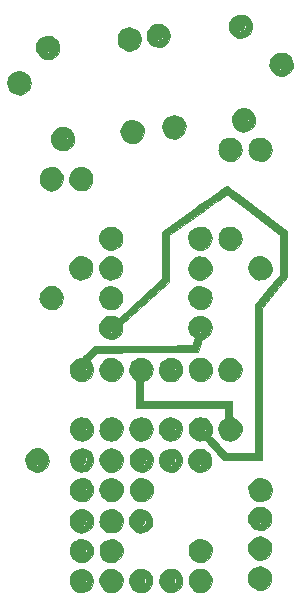
<source format=gbr>
G04 #@! TF.GenerationSoftware,KiCad,Pcbnew,5.0.2-bee76a0~70~ubuntu18.04.1*
G04 #@! TF.CreationDate,2019-04-12T02:47:20+03:00*
G04 #@! TF.ProjectId,CiiVIi_Dongle_Production_PCB,43696956-4969-45f4-946f-6e676c655f50,rev?*
G04 #@! TF.SameCoordinates,Original*
G04 #@! TF.FileFunction,Copper,L1,Top*
G04 #@! TF.FilePolarity,Positive*
%FSLAX46Y46*%
G04 Gerber Fmt 4.6, Leading zero omitted, Abs format (unit mm)*
G04 Created by KiCad (PCBNEW 5.0.2-bee76a0~70~ubuntu18.04.1) date pe 12. huhtikuuta 2019 02.47.20*
%MOMM*%
%LPD*%
G01*
G04 APERTURE LIST*
G04 #@! TA.AperFunction,EtchedComponent*
%ADD10C,0.010000*%
G04 #@! TD*
G04 #@! TA.AperFunction,ComponentPad*
%ADD11C,0.959988*%
G04 #@! TD*
G04 APERTURE END LIST*
D10*
G04 #@! TO.C,G\002A\002A\002A*
G36*
X-5925207Y-22941217D02*
X-5670001Y-23021102D01*
X-5442528Y-23168345D01*
X-5289956Y-23334747D01*
X-5158447Y-23578904D01*
X-5102314Y-23830387D01*
X-5114185Y-24078604D01*
X-5186687Y-24312965D01*
X-5312447Y-24522877D01*
X-5484094Y-24697748D01*
X-5694253Y-24826988D01*
X-5935553Y-24900003D01*
X-6200622Y-24906203D01*
X-6362130Y-24875069D01*
X-6613227Y-24767161D01*
X-6813393Y-24603398D01*
X-6959991Y-24397468D01*
X-7050380Y-24163062D01*
X-7077933Y-23945378D01*
X-6536281Y-23945378D01*
X-6486588Y-24114982D01*
X-6413442Y-24214728D01*
X-6265505Y-24327843D01*
X-6106143Y-24362712D01*
X-5922837Y-24321032D01*
X-5854499Y-24290544D01*
X-5773827Y-24222043D01*
X-5699997Y-24115112D01*
X-5692821Y-24100720D01*
X-5647188Y-23925775D01*
X-5671538Y-23767420D01*
X-5751473Y-23635314D01*
X-5872594Y-23539118D01*
X-6020500Y-23488493D01*
X-6180795Y-23493099D01*
X-6339077Y-23562597D01*
X-6408690Y-23620436D01*
X-6510261Y-23773773D01*
X-6536281Y-23945378D01*
X-7077933Y-23945378D01*
X-7081922Y-23913867D01*
X-7051978Y-23663572D01*
X-6957909Y-23425868D01*
X-6797076Y-23214442D01*
X-6698759Y-23128872D01*
X-6455432Y-22992787D01*
X-6192299Y-22931007D01*
X-5925207Y-22941217D01*
X-5925207Y-22941217D01*
G37*
X-5925207Y-22941217D02*
X-5670001Y-23021102D01*
X-5442528Y-23168345D01*
X-5289956Y-23334747D01*
X-5158447Y-23578904D01*
X-5102314Y-23830387D01*
X-5114185Y-24078604D01*
X-5186687Y-24312965D01*
X-5312447Y-24522877D01*
X-5484094Y-24697748D01*
X-5694253Y-24826988D01*
X-5935553Y-24900003D01*
X-6200622Y-24906203D01*
X-6362130Y-24875069D01*
X-6613227Y-24767161D01*
X-6813393Y-24603398D01*
X-6959991Y-24397468D01*
X-7050380Y-24163062D01*
X-7077933Y-23945378D01*
X-6536281Y-23945378D01*
X-6486588Y-24114982D01*
X-6413442Y-24214728D01*
X-6265505Y-24327843D01*
X-6106143Y-24362712D01*
X-5922837Y-24321032D01*
X-5854499Y-24290544D01*
X-5773827Y-24222043D01*
X-5699997Y-24115112D01*
X-5692821Y-24100720D01*
X-5647188Y-23925775D01*
X-5671538Y-23767420D01*
X-5751473Y-23635314D01*
X-5872594Y-23539118D01*
X-6020500Y-23488493D01*
X-6180795Y-23493099D01*
X-6339077Y-23562597D01*
X-6408690Y-23620436D01*
X-6510261Y-23773773D01*
X-6536281Y-23945378D01*
X-7077933Y-23945378D01*
X-7081922Y-23913867D01*
X-7051978Y-23663572D01*
X-6957909Y-23425868D01*
X-6797076Y-23214442D01*
X-6698759Y-23128872D01*
X-6455432Y-22992787D01*
X-6192299Y-22931007D01*
X-5925207Y-22941217D01*
G36*
X-3299198Y-22968715D02*
X-3055233Y-23076359D01*
X-2853706Y-23241699D01*
X-2703051Y-23453229D01*
X-2611703Y-23699439D01*
X-2588094Y-23968821D01*
X-2631464Y-24220659D01*
X-2718391Y-24403824D01*
X-2858281Y-24587175D01*
X-3025199Y-24740179D01*
X-3127626Y-24804761D01*
X-3322481Y-24875622D01*
X-3540442Y-24911249D01*
X-3740869Y-24906013D01*
X-3788834Y-24896324D01*
X-4062227Y-24783286D01*
X-4301156Y-24592966D01*
X-4305272Y-24588695D01*
X-4466457Y-24366992D01*
X-4554265Y-24126271D01*
X-4571167Y-23914623D01*
X-4021667Y-23914623D01*
X-3985830Y-24098540D01*
X-3889258Y-24239298D01*
X-3748367Y-24328622D01*
X-3579567Y-24358236D01*
X-3399273Y-24319865D01*
X-3310694Y-24273086D01*
X-3200575Y-24154453D01*
X-3146057Y-23989140D01*
X-3148364Y-23840472D01*
X-3195886Y-23684606D01*
X-3291680Y-23577179D01*
X-3422047Y-23507524D01*
X-3596541Y-23475266D01*
X-3762087Y-23514655D01*
X-3900290Y-23613201D01*
X-3992750Y-23758412D01*
X-4021667Y-23914623D01*
X-4571167Y-23914623D01*
X-4574037Y-23878695D01*
X-4531110Y-23636427D01*
X-4430825Y-23411628D01*
X-4278522Y-23216461D01*
X-4079541Y-23063087D01*
X-3839220Y-22963669D01*
X-3577167Y-22930276D01*
X-3299198Y-22968715D01*
X-3299198Y-22968715D01*
G37*
X-3299198Y-22968715D02*
X-3055233Y-23076359D01*
X-2853706Y-23241699D01*
X-2703051Y-23453229D01*
X-2611703Y-23699439D01*
X-2588094Y-23968821D01*
X-2631464Y-24220659D01*
X-2718391Y-24403824D01*
X-2858281Y-24587175D01*
X-3025199Y-24740179D01*
X-3127626Y-24804761D01*
X-3322481Y-24875622D01*
X-3540442Y-24911249D01*
X-3740869Y-24906013D01*
X-3788834Y-24896324D01*
X-4062227Y-24783286D01*
X-4301156Y-24592966D01*
X-4305272Y-24588695D01*
X-4466457Y-24366992D01*
X-4554265Y-24126271D01*
X-4571167Y-23914623D01*
X-4021667Y-23914623D01*
X-3985830Y-24098540D01*
X-3889258Y-24239298D01*
X-3748367Y-24328622D01*
X-3579567Y-24358236D01*
X-3399273Y-24319865D01*
X-3310694Y-24273086D01*
X-3200575Y-24154453D01*
X-3146057Y-23989140D01*
X-3148364Y-23840472D01*
X-3195886Y-23684606D01*
X-3291680Y-23577179D01*
X-3422047Y-23507524D01*
X-3596541Y-23475266D01*
X-3762087Y-23514655D01*
X-3900290Y-23613201D01*
X-3992750Y-23758412D01*
X-4021667Y-23914623D01*
X-4571167Y-23914623D01*
X-4574037Y-23878695D01*
X-4531110Y-23636427D01*
X-4430825Y-23411628D01*
X-4278522Y-23216461D01*
X-4079541Y-23063087D01*
X-3839220Y-22963669D01*
X-3577167Y-22930276D01*
X-3299198Y-22968715D01*
G36*
X-803504Y-22966013D02*
X-567864Y-23065292D01*
X-375505Y-23216214D01*
X-229351Y-23406881D01*
X-132326Y-23625393D01*
X-87355Y-23859853D01*
X-97361Y-24098361D01*
X-165270Y-24329018D01*
X-294005Y-24539927D01*
X-486490Y-24719188D01*
X-620064Y-24799713D01*
X-822639Y-24874428D01*
X-1044973Y-24911495D01*
X-1248012Y-24905291D01*
X-1291167Y-24896324D01*
X-1554670Y-24789636D01*
X-1779098Y-24611345D01*
X-1830455Y-24554764D01*
X-1981282Y-24321217D01*
X-2057621Y-24072556D01*
X-2062215Y-23918333D01*
X-1524000Y-23918333D01*
X-1487448Y-24073609D01*
X-1393353Y-24218659D01*
X-1265054Y-24318236D01*
X-1256678Y-24322038D01*
X-1146679Y-24366575D01*
X-1071120Y-24377297D01*
X-986983Y-24354570D01*
X-914340Y-24324972D01*
X-758203Y-24221575D01*
X-664612Y-24080662D01*
X-632775Y-23920897D01*
X-661897Y-23760950D01*
X-751188Y-23619487D01*
X-899855Y-23515174D01*
X-949532Y-23495979D01*
X-1121104Y-23479620D01*
X-1283599Y-23532899D01*
X-1417460Y-23641436D01*
X-1503129Y-23790853D01*
X-1524000Y-23918333D01*
X-2062215Y-23918333D01*
X-2065116Y-23820996D01*
X-2009413Y-23578749D01*
X-1896159Y-23358029D01*
X-1731000Y-23171050D01*
X-1519581Y-23030025D01*
X-1267548Y-22947168D01*
X-1079500Y-22930276D01*
X-803504Y-22966013D01*
X-803504Y-22966013D01*
G37*
X-803504Y-22966013D02*
X-567864Y-23065292D01*
X-375505Y-23216214D01*
X-229351Y-23406881D01*
X-132326Y-23625393D01*
X-87355Y-23859853D01*
X-97361Y-24098361D01*
X-165270Y-24329018D01*
X-294005Y-24539927D01*
X-486490Y-24719188D01*
X-620064Y-24799713D01*
X-822639Y-24874428D01*
X-1044973Y-24911495D01*
X-1248012Y-24905291D01*
X-1291167Y-24896324D01*
X-1554670Y-24789636D01*
X-1779098Y-24611345D01*
X-1830455Y-24554764D01*
X-1981282Y-24321217D01*
X-2057621Y-24072556D01*
X-2062215Y-23918333D01*
X-1524000Y-23918333D01*
X-1487448Y-24073609D01*
X-1393353Y-24218659D01*
X-1265054Y-24318236D01*
X-1256678Y-24322038D01*
X-1146679Y-24366575D01*
X-1071120Y-24377297D01*
X-986983Y-24354570D01*
X-914340Y-24324972D01*
X-758203Y-24221575D01*
X-664612Y-24080662D01*
X-632775Y-23920897D01*
X-661897Y-23760950D01*
X-751188Y-23619487D01*
X-899855Y-23515174D01*
X-949532Y-23495979D01*
X-1121104Y-23479620D01*
X-1283599Y-23532899D01*
X-1417460Y-23641436D01*
X-1503129Y-23790853D01*
X-1524000Y-23918333D01*
X-2062215Y-23918333D01*
X-2065116Y-23820996D01*
X-2009413Y-23578749D01*
X-1896159Y-23358029D01*
X-1731000Y-23171050D01*
X-1519581Y-23030025D01*
X-1267548Y-22947168D01*
X-1079500Y-22930276D01*
X-803504Y-22966013D01*
G36*
X1740985Y-22960887D02*
X1978225Y-23064068D01*
X2179448Y-23225582D01*
X2333165Y-23436656D01*
X2427885Y-23688515D01*
X2453473Y-23918333D01*
X2415532Y-24196084D01*
X2309498Y-24440162D01*
X2147056Y-24642154D01*
X1939891Y-24793650D01*
X1699688Y-24886238D01*
X1438133Y-24911508D01*
X1166911Y-24861047D01*
X1151299Y-24855679D01*
X886981Y-24723004D01*
X687216Y-24536508D01*
X555176Y-24300691D01*
X494039Y-24020053D01*
X489964Y-23918333D01*
X1016000Y-23918333D01*
X1052552Y-24073609D01*
X1146647Y-24218659D01*
X1274946Y-24318236D01*
X1283322Y-24322038D01*
X1393321Y-24366575D01*
X1468880Y-24377297D01*
X1553017Y-24354570D01*
X1625660Y-24324972D01*
X1781797Y-24221575D01*
X1875388Y-24080662D01*
X1907225Y-23920897D01*
X1878103Y-23760950D01*
X1788812Y-23619487D01*
X1640145Y-23515174D01*
X1590468Y-23495979D01*
X1418896Y-23479620D01*
X1256401Y-23532899D01*
X1122540Y-23641436D01*
X1036871Y-23790853D01*
X1016000Y-23918333D01*
X489964Y-23918333D01*
X527810Y-23625397D01*
X637928Y-23373363D01*
X815184Y-23169081D01*
X1054449Y-23019401D01*
X1204418Y-22964617D01*
X1479220Y-22924812D01*
X1740985Y-22960887D01*
X1740985Y-22960887D01*
G37*
X1740985Y-22960887D02*
X1978225Y-23064068D01*
X2179448Y-23225582D01*
X2333165Y-23436656D01*
X2427885Y-23688515D01*
X2453473Y-23918333D01*
X2415532Y-24196084D01*
X2309498Y-24440162D01*
X2147056Y-24642154D01*
X1939891Y-24793650D01*
X1699688Y-24886238D01*
X1438133Y-24911508D01*
X1166911Y-24861047D01*
X1151299Y-24855679D01*
X886981Y-24723004D01*
X687216Y-24536508D01*
X555176Y-24300691D01*
X494039Y-24020053D01*
X489964Y-23918333D01*
X1016000Y-23918333D01*
X1052552Y-24073609D01*
X1146647Y-24218659D01*
X1274946Y-24318236D01*
X1283322Y-24322038D01*
X1393321Y-24366575D01*
X1468880Y-24377297D01*
X1553017Y-24354570D01*
X1625660Y-24324972D01*
X1781797Y-24221575D01*
X1875388Y-24080662D01*
X1907225Y-23920897D01*
X1878103Y-23760950D01*
X1788812Y-23619487D01*
X1640145Y-23515174D01*
X1590468Y-23495979D01*
X1418896Y-23479620D01*
X1256401Y-23532899D01*
X1122540Y-23641436D01*
X1036871Y-23790853D01*
X1016000Y-23918333D01*
X489964Y-23918333D01*
X527810Y-23625397D01*
X637928Y-23373363D01*
X815184Y-23169081D01*
X1054449Y-23019401D01*
X1204418Y-22964617D01*
X1479220Y-22924812D01*
X1740985Y-22960887D01*
G36*
X4207449Y-22954635D02*
X4444957Y-23045794D01*
X4655350Y-23201250D01*
X4824777Y-23420971D01*
X4929831Y-23681115D01*
X4958949Y-23947073D01*
X4917933Y-24205406D01*
X4812586Y-24442676D01*
X4648709Y-24645446D01*
X4432104Y-24800277D01*
X4191000Y-24888886D01*
X4061478Y-24916961D01*
X3971739Y-24926809D01*
X3884742Y-24917366D01*
X3763446Y-24887565D01*
X3717736Y-24875279D01*
X3455032Y-24762035D01*
X3235789Y-24577678D01*
X3103728Y-24395724D01*
X3009767Y-24157275D01*
X2983652Y-23912078D01*
X3529866Y-23912078D01*
X3553430Y-24071340D01*
X3632340Y-24204050D01*
X3752086Y-24300523D01*
X3898161Y-24351074D01*
X4056056Y-24346021D01*
X4211263Y-24275680D01*
X4286250Y-24209918D01*
X4375475Y-24080186D01*
X4402602Y-23928256D01*
X4402666Y-23918333D01*
X4368270Y-23739355D01*
X4276865Y-23604162D01*
X4146124Y-23516654D01*
X3993722Y-23480733D01*
X3837332Y-23500297D01*
X3694630Y-23579247D01*
X3583288Y-23721483D01*
X3576154Y-23735946D01*
X3529866Y-23912078D01*
X2983652Y-23912078D01*
X2981653Y-23893311D01*
X3019730Y-23631964D01*
X3092200Y-23454110D01*
X3259992Y-23227718D01*
X3469099Y-23064312D01*
X3705834Y-22964156D01*
X3956513Y-22927509D01*
X4207449Y-22954635D01*
X4207449Y-22954635D01*
G37*
X4207449Y-22954635D02*
X4444957Y-23045794D01*
X4655350Y-23201250D01*
X4824777Y-23420971D01*
X4929831Y-23681115D01*
X4958949Y-23947073D01*
X4917933Y-24205406D01*
X4812586Y-24442676D01*
X4648709Y-24645446D01*
X4432104Y-24800277D01*
X4191000Y-24888886D01*
X4061478Y-24916961D01*
X3971739Y-24926809D01*
X3884742Y-24917366D01*
X3763446Y-24887565D01*
X3717736Y-24875279D01*
X3455032Y-24762035D01*
X3235789Y-24577678D01*
X3103728Y-24395724D01*
X3009767Y-24157275D01*
X2983652Y-23912078D01*
X3529866Y-23912078D01*
X3553430Y-24071340D01*
X3632340Y-24204050D01*
X3752086Y-24300523D01*
X3898161Y-24351074D01*
X4056056Y-24346021D01*
X4211263Y-24275680D01*
X4286250Y-24209918D01*
X4375475Y-24080186D01*
X4402602Y-23928256D01*
X4402666Y-23918333D01*
X4368270Y-23739355D01*
X4276865Y-23604162D01*
X4146124Y-23516654D01*
X3993722Y-23480733D01*
X3837332Y-23500297D01*
X3694630Y-23579247D01*
X3583288Y-23721483D01*
X3576154Y-23735946D01*
X3529866Y-23912078D01*
X2983652Y-23912078D01*
X2981653Y-23893311D01*
X3019730Y-23631964D01*
X3092200Y-23454110D01*
X3259992Y-23227718D01*
X3469099Y-23064312D01*
X3705834Y-22964156D01*
X3956513Y-22927509D01*
X4207449Y-22954635D01*
G36*
X9197914Y-22731341D02*
X9471168Y-22825369D01*
X9689362Y-22981646D01*
X9860501Y-23205929D01*
X9862444Y-23209304D01*
X9966898Y-23469001D01*
X9995051Y-23734893D01*
X9952797Y-23993445D01*
X9846030Y-24231119D01*
X9680646Y-24434379D01*
X9462538Y-24589686D01*
X9222932Y-24677995D01*
X9097589Y-24705476D01*
X9009745Y-24715159D01*
X8923473Y-24705863D01*
X8802845Y-24676406D01*
X8750870Y-24662461D01*
X8497922Y-24552301D01*
X8279215Y-24373426D01*
X8128330Y-24168549D01*
X8046113Y-23947529D01*
X8019357Y-23695044D01*
X8028629Y-23615125D01*
X8576547Y-23615125D01*
X8578390Y-23792149D01*
X8589826Y-23837542D01*
X8680733Y-24003565D01*
X8832487Y-24113800D01*
X8912931Y-24141453D01*
X8986096Y-24160846D01*
X9007776Y-24167422D01*
X9050521Y-24156061D01*
X9140521Y-24121756D01*
X9160993Y-24113305D01*
X9318964Y-24007732D01*
X9414725Y-23860553D01*
X9443421Y-23691101D01*
X9400198Y-23518709D01*
X9335328Y-23419039D01*
X9194757Y-23305088D01*
X9039152Y-23261398D01*
X8884020Y-23279263D01*
X8744870Y-23349976D01*
X8637210Y-23464832D01*
X8576547Y-23615125D01*
X8028629Y-23615125D01*
X8048489Y-23443968D01*
X8116488Y-23258158D01*
X8279830Y-23030744D01*
X8493554Y-22858620D01*
X8741641Y-22749590D01*
X9008073Y-22711458D01*
X9197914Y-22731341D01*
X9197914Y-22731341D01*
G37*
X9197914Y-22731341D02*
X9471168Y-22825369D01*
X9689362Y-22981646D01*
X9860501Y-23205929D01*
X9862444Y-23209304D01*
X9966898Y-23469001D01*
X9995051Y-23734893D01*
X9952797Y-23993445D01*
X9846030Y-24231119D01*
X9680646Y-24434379D01*
X9462538Y-24589686D01*
X9222932Y-24677995D01*
X9097589Y-24705476D01*
X9009745Y-24715159D01*
X8923473Y-24705863D01*
X8802845Y-24676406D01*
X8750870Y-24662461D01*
X8497922Y-24552301D01*
X8279215Y-24373426D01*
X8128330Y-24168549D01*
X8046113Y-23947529D01*
X8019357Y-23695044D01*
X8028629Y-23615125D01*
X8576547Y-23615125D01*
X8578390Y-23792149D01*
X8589826Y-23837542D01*
X8680733Y-24003565D01*
X8832487Y-24113800D01*
X8912931Y-24141453D01*
X8986096Y-24160846D01*
X9007776Y-24167422D01*
X9050521Y-24156061D01*
X9140521Y-24121756D01*
X9160993Y-24113305D01*
X9318964Y-24007732D01*
X9414725Y-23860553D01*
X9443421Y-23691101D01*
X9400198Y-23518709D01*
X9335328Y-23419039D01*
X9194757Y-23305088D01*
X9039152Y-23261398D01*
X8884020Y-23279263D01*
X8744870Y-23349976D01*
X8637210Y-23464832D01*
X8576547Y-23615125D01*
X8028629Y-23615125D01*
X8048489Y-23443968D01*
X8116488Y-23258158D01*
X8279830Y-23030744D01*
X8493554Y-22858620D01*
X8741641Y-22749590D01*
X9008073Y-22711458D01*
X9197914Y-22731341D01*
G36*
X-5799818Y-20442732D02*
X-5547168Y-20552358D01*
X-5342141Y-20727552D01*
X-5192751Y-20961924D01*
X-5120475Y-21179603D01*
X-5099426Y-21448985D01*
X-5151796Y-21702167D01*
X-5266778Y-21929265D01*
X-5433564Y-22120396D01*
X-5641349Y-22265676D01*
X-5879325Y-22355222D01*
X-6136686Y-22379150D01*
X-6382945Y-22334181D01*
X-6647458Y-22207956D01*
X-6855787Y-22022515D01*
X-7000701Y-21785925D01*
X-7064538Y-21573875D01*
X-7075219Y-21359092D01*
X-6534426Y-21359092D01*
X-6516185Y-21515578D01*
X-6435727Y-21660257D01*
X-6288646Y-21776134D01*
X-6286479Y-21777270D01*
X-6171908Y-21828356D01*
X-6077820Y-21838125D01*
X-5964931Y-21807063D01*
X-5902617Y-21782023D01*
X-5770339Y-21686322D01*
X-5678433Y-21542374D01*
X-5642564Y-21380354D01*
X-5651440Y-21298237D01*
X-5731183Y-21131661D01*
X-5865571Y-21012358D01*
X-6034159Y-20956960D01*
X-6073335Y-20955000D01*
X-6259905Y-20988754D01*
X-6401880Y-21078684D01*
X-6494856Y-21207796D01*
X-6534426Y-21359092D01*
X-7075219Y-21359092D01*
X-7078962Y-21283832D01*
X-7014816Y-21014562D01*
X-6877251Y-20777297D01*
X-6671422Y-20583273D01*
X-6584871Y-20528039D01*
X-6439040Y-20454892D01*
X-6303020Y-20417544D01*
X-6134367Y-20405401D01*
X-6092076Y-20405064D01*
X-5799818Y-20442732D01*
X-5799818Y-20442732D01*
G37*
X-5799818Y-20442732D02*
X-5547168Y-20552358D01*
X-5342141Y-20727552D01*
X-5192751Y-20961924D01*
X-5120475Y-21179603D01*
X-5099426Y-21448985D01*
X-5151796Y-21702167D01*
X-5266778Y-21929265D01*
X-5433564Y-22120396D01*
X-5641349Y-22265676D01*
X-5879325Y-22355222D01*
X-6136686Y-22379150D01*
X-6382945Y-22334181D01*
X-6647458Y-22207956D01*
X-6855787Y-22022515D01*
X-7000701Y-21785925D01*
X-7064538Y-21573875D01*
X-7075219Y-21359092D01*
X-6534426Y-21359092D01*
X-6516185Y-21515578D01*
X-6435727Y-21660257D01*
X-6288646Y-21776134D01*
X-6286479Y-21777270D01*
X-6171908Y-21828356D01*
X-6077820Y-21838125D01*
X-5964931Y-21807063D01*
X-5902617Y-21782023D01*
X-5770339Y-21686322D01*
X-5678433Y-21542374D01*
X-5642564Y-21380354D01*
X-5651440Y-21298237D01*
X-5731183Y-21131661D01*
X-5865571Y-21012358D01*
X-6034159Y-20956960D01*
X-6073335Y-20955000D01*
X-6259905Y-20988754D01*
X-6401880Y-21078684D01*
X-6494856Y-21207796D01*
X-6534426Y-21359092D01*
X-7075219Y-21359092D01*
X-7078962Y-21283832D01*
X-7014816Y-21014562D01*
X-6877251Y-20777297D01*
X-6671422Y-20583273D01*
X-6584871Y-20528039D01*
X-6439040Y-20454892D01*
X-6303020Y-20417544D01*
X-6134367Y-20405401D01*
X-6092076Y-20405064D01*
X-5799818Y-20442732D01*
G36*
X-3293894Y-20438943D02*
X-3055689Y-20539532D01*
X-2851238Y-20713303D01*
X-2830185Y-20737262D01*
X-2675112Y-20976792D01*
X-2594577Y-21236360D01*
X-2588632Y-21501504D01*
X-2657326Y-21757757D01*
X-2800710Y-21990656D01*
X-2825680Y-22019395D01*
X-3043118Y-22206080D01*
X-3291749Y-22328249D01*
X-3554545Y-22380470D01*
X-3814476Y-22357309D01*
X-3852334Y-22346947D01*
X-4006410Y-22278639D01*
X-4174835Y-22171499D01*
X-4317928Y-22051884D01*
X-4352073Y-22015056D01*
X-4490318Y-21789803D01*
X-4560175Y-21534340D01*
X-4561373Y-21362759D01*
X-4028936Y-21362759D01*
X-4002688Y-21521172D01*
X-3911682Y-21668118D01*
X-3796715Y-21761440D01*
X-3642844Y-21830812D01*
X-3504821Y-21829397D01*
X-3353967Y-21756347D01*
X-3341375Y-21747983D01*
X-3207517Y-21613027D01*
X-3144408Y-21448299D01*
X-3153739Y-21273005D01*
X-3237198Y-21106351D01*
X-3280631Y-21057187D01*
X-3378081Y-20986371D01*
X-3502983Y-20957611D01*
X-3578499Y-20955000D01*
X-3765207Y-20988999D01*
X-3905588Y-21079644D01*
X-3995034Y-21209907D01*
X-4028936Y-21362759D01*
X-4561373Y-21362759D01*
X-4562036Y-21267827D01*
X-4496296Y-21009423D01*
X-4363347Y-20778288D01*
X-4325767Y-20733720D01*
X-4117210Y-20551522D01*
X-3882006Y-20444726D01*
X-3605183Y-20406787D01*
X-3577167Y-20406526D01*
X-3293894Y-20438943D01*
X-3293894Y-20438943D01*
G37*
X-3293894Y-20438943D02*
X-3055689Y-20539532D01*
X-2851238Y-20713303D01*
X-2830185Y-20737262D01*
X-2675112Y-20976792D01*
X-2594577Y-21236360D01*
X-2588632Y-21501504D01*
X-2657326Y-21757757D01*
X-2800710Y-21990656D01*
X-2825680Y-22019395D01*
X-3043118Y-22206080D01*
X-3291749Y-22328249D01*
X-3554545Y-22380470D01*
X-3814476Y-22357309D01*
X-3852334Y-22346947D01*
X-4006410Y-22278639D01*
X-4174835Y-22171499D01*
X-4317928Y-22051884D01*
X-4352073Y-22015056D01*
X-4490318Y-21789803D01*
X-4560175Y-21534340D01*
X-4561373Y-21362759D01*
X-4028936Y-21362759D01*
X-4002688Y-21521172D01*
X-3911682Y-21668118D01*
X-3796715Y-21761440D01*
X-3642844Y-21830812D01*
X-3504821Y-21829397D01*
X-3353967Y-21756347D01*
X-3341375Y-21747983D01*
X-3207517Y-21613027D01*
X-3144408Y-21448299D01*
X-3153739Y-21273005D01*
X-3237198Y-21106351D01*
X-3280631Y-21057187D01*
X-3378081Y-20986371D01*
X-3502983Y-20957611D01*
X-3578499Y-20955000D01*
X-3765207Y-20988999D01*
X-3905588Y-21079644D01*
X-3995034Y-21209907D01*
X-4028936Y-21362759D01*
X-4561373Y-21362759D01*
X-4562036Y-21267827D01*
X-4496296Y-21009423D01*
X-4363347Y-20778288D01*
X-4325767Y-20733720D01*
X-4117210Y-20551522D01*
X-3882006Y-20444726D01*
X-3605183Y-20406787D01*
X-3577167Y-20406526D01*
X-3293894Y-20438943D01*
G36*
X4270749Y-20443397D02*
X4519430Y-20551839D01*
X4719660Y-20721890D01*
X4862940Y-20945054D01*
X4940772Y-21212831D01*
X4952602Y-21375551D01*
X4916455Y-21672364D01*
X4809817Y-21925557D01*
X4636779Y-22129502D01*
X4401431Y-22278570D01*
X4257399Y-22332049D01*
X4082224Y-22376194D01*
X3941359Y-22386669D01*
X3792278Y-22365363D01*
X3746500Y-22354749D01*
X3482953Y-22250729D01*
X3267180Y-22086024D01*
X3106750Y-21873578D01*
X3009231Y-21626337D01*
X2986200Y-21397142D01*
X3530661Y-21397142D01*
X3572501Y-21564198D01*
X3674841Y-21713865D01*
X3819056Y-21801491D01*
X3986050Y-21823778D01*
X4156727Y-21777429D01*
X4284718Y-21687161D01*
X4383022Y-21539876D01*
X4410036Y-21369957D01*
X4365975Y-21200103D01*
X4278923Y-21078743D01*
X4126447Y-20978052D01*
X3955528Y-20947298D01*
X3789231Y-20986759D01*
X3672772Y-21071417D01*
X3560822Y-21231534D01*
X3530661Y-21397142D01*
X2986200Y-21397142D01*
X2982190Y-21357246D01*
X3021921Y-21115310D01*
X3139821Y-20843825D01*
X3314075Y-20634548D01*
X3540233Y-20490772D01*
X3813844Y-20415790D01*
X3982115Y-20405064D01*
X4270749Y-20443397D01*
X4270749Y-20443397D01*
G37*
X4270749Y-20443397D02*
X4519430Y-20551839D01*
X4719660Y-20721890D01*
X4862940Y-20945054D01*
X4940772Y-21212831D01*
X4952602Y-21375551D01*
X4916455Y-21672364D01*
X4809817Y-21925557D01*
X4636779Y-22129502D01*
X4401431Y-22278570D01*
X4257399Y-22332049D01*
X4082224Y-22376194D01*
X3941359Y-22386669D01*
X3792278Y-22365363D01*
X3746500Y-22354749D01*
X3482953Y-22250729D01*
X3267180Y-22086024D01*
X3106750Y-21873578D01*
X3009231Y-21626337D01*
X2986200Y-21397142D01*
X3530661Y-21397142D01*
X3572501Y-21564198D01*
X3674841Y-21713865D01*
X3819056Y-21801491D01*
X3986050Y-21823778D01*
X4156727Y-21777429D01*
X4284718Y-21687161D01*
X4383022Y-21539876D01*
X4410036Y-21369957D01*
X4365975Y-21200103D01*
X4278923Y-21078743D01*
X4126447Y-20978052D01*
X3955528Y-20947298D01*
X3789231Y-20986759D01*
X3672772Y-21071417D01*
X3560822Y-21231534D01*
X3530661Y-21397142D01*
X2986200Y-21397142D01*
X2982190Y-21357246D01*
X3021921Y-21115310D01*
X3139821Y-20843825D01*
X3314075Y-20634548D01*
X3540233Y-20490772D01*
X3813844Y-20415790D01*
X3982115Y-20405064D01*
X4270749Y-20443397D01*
G36*
X9236263Y-20211255D02*
X9472037Y-20298245D01*
X9683082Y-20449172D01*
X9853083Y-20660736D01*
X9934829Y-20810793D01*
X9976323Y-20941020D01*
X9990078Y-21096424D01*
X9990666Y-21155618D01*
X9953539Y-21452743D01*
X9845385Y-21708101D01*
X9671042Y-21915036D01*
X9435350Y-22066896D01*
X9287347Y-22122735D01*
X9111616Y-22166373D01*
X8966714Y-22174400D01*
X8807530Y-22148639D01*
X8784166Y-22143082D01*
X8527343Y-22040775D01*
X8312764Y-21877199D01*
X8149054Y-21666477D01*
X8044833Y-21422727D01*
X8021943Y-21256215D01*
X8575098Y-21256215D01*
X8613826Y-21376386D01*
X8729138Y-21518709D01*
X8881798Y-21596784D01*
X9051237Y-21608117D01*
X9216883Y-21550215D01*
X9323916Y-21462437D01*
X9417714Y-21307100D01*
X9439938Y-21143210D01*
X9399983Y-20986957D01*
X9307245Y-20854531D01*
X9171120Y-20762122D01*
X9001004Y-20725919D01*
X8901621Y-20734797D01*
X8754777Y-20802109D01*
X8644504Y-20926840D01*
X8581160Y-21085904D01*
X8575098Y-21256215D01*
X8021943Y-21256215D01*
X8008726Y-21160073D01*
X8040122Y-20924592D01*
X8147591Y-20668233D01*
X8309383Y-20464305D01*
X8512321Y-20314725D01*
X8743230Y-20221412D01*
X8988936Y-20186283D01*
X9236263Y-20211255D01*
X9236263Y-20211255D01*
G37*
X9236263Y-20211255D02*
X9472037Y-20298245D01*
X9683082Y-20449172D01*
X9853083Y-20660736D01*
X9934829Y-20810793D01*
X9976323Y-20941020D01*
X9990078Y-21096424D01*
X9990666Y-21155618D01*
X9953539Y-21452743D01*
X9845385Y-21708101D01*
X9671042Y-21915036D01*
X9435350Y-22066896D01*
X9287347Y-22122735D01*
X9111616Y-22166373D01*
X8966714Y-22174400D01*
X8807530Y-22148639D01*
X8784166Y-22143082D01*
X8527343Y-22040775D01*
X8312764Y-21877199D01*
X8149054Y-21666477D01*
X8044833Y-21422727D01*
X8021943Y-21256215D01*
X8575098Y-21256215D01*
X8613826Y-21376386D01*
X8729138Y-21518709D01*
X8881798Y-21596784D01*
X9051237Y-21608117D01*
X9216883Y-21550215D01*
X9323916Y-21462437D01*
X9417714Y-21307100D01*
X9439938Y-21143210D01*
X9399983Y-20986957D01*
X9307245Y-20854531D01*
X9171120Y-20762122D01*
X9001004Y-20725919D01*
X8901621Y-20734797D01*
X8754777Y-20802109D01*
X8644504Y-20926840D01*
X8581160Y-21085904D01*
X8575098Y-21256215D01*
X8021943Y-21256215D01*
X8008726Y-21160073D01*
X8040122Y-20924592D01*
X8147591Y-20668233D01*
X8309383Y-20464305D01*
X8512321Y-20314725D01*
X8743230Y-20221412D01*
X8988936Y-20186283D01*
X9236263Y-20211255D01*
G36*
X-5693089Y-17955926D02*
X-5459220Y-18108845D01*
X-5268158Y-18322803D01*
X-5148314Y-18567519D01*
X-5100343Y-18828763D01*
X-5124896Y-19092302D01*
X-5222629Y-19343906D01*
X-5392216Y-19567370D01*
X-5601737Y-19722377D01*
X-5850385Y-19819935D01*
X-6114744Y-19855304D01*
X-6371400Y-19823745D01*
X-6477000Y-19786941D01*
X-6710901Y-19642379D01*
X-6896837Y-19439951D01*
X-7023253Y-19196959D01*
X-7078589Y-18930704D01*
X-7079863Y-18891362D01*
X-6533423Y-18891362D01*
X-6493368Y-19048598D01*
X-6383732Y-19195940D01*
X-6369552Y-19208750D01*
X-6222304Y-19286113D01*
X-6049836Y-19301882D01*
X-5885810Y-19255303D01*
X-5832273Y-19220768D01*
X-5708409Y-19077915D01*
X-5653296Y-18912012D01*
X-5666252Y-18743088D01*
X-5746595Y-18591173D01*
X-5856948Y-18496548D01*
X-6030231Y-18429508D01*
X-6192260Y-18433613D01*
X-6333315Y-18495358D01*
X-6443675Y-18601235D01*
X-6513618Y-18737739D01*
X-6533423Y-18891362D01*
X-7079863Y-18891362D01*
X-7080098Y-18884111D01*
X-7045106Y-18589725D01*
X-6937084Y-18337970D01*
X-6757167Y-18130640D01*
X-6506493Y-17969529D01*
X-6498167Y-17965559D01*
X-6225442Y-17879674D01*
X-5954091Y-17876876D01*
X-5693089Y-17955926D01*
X-5693089Y-17955926D01*
G37*
X-5693089Y-17955926D02*
X-5459220Y-18108845D01*
X-5268158Y-18322803D01*
X-5148314Y-18567519D01*
X-5100343Y-18828763D01*
X-5124896Y-19092302D01*
X-5222629Y-19343906D01*
X-5392216Y-19567370D01*
X-5601737Y-19722377D01*
X-5850385Y-19819935D01*
X-6114744Y-19855304D01*
X-6371400Y-19823745D01*
X-6477000Y-19786941D01*
X-6710901Y-19642379D01*
X-6896837Y-19439951D01*
X-7023253Y-19196959D01*
X-7078589Y-18930704D01*
X-7079863Y-18891362D01*
X-6533423Y-18891362D01*
X-6493368Y-19048598D01*
X-6383732Y-19195940D01*
X-6369552Y-19208750D01*
X-6222304Y-19286113D01*
X-6049836Y-19301882D01*
X-5885810Y-19255303D01*
X-5832273Y-19220768D01*
X-5708409Y-19077915D01*
X-5653296Y-18912012D01*
X-5666252Y-18743088D01*
X-5746595Y-18591173D01*
X-5856948Y-18496548D01*
X-6030231Y-18429508D01*
X-6192260Y-18433613D01*
X-6333315Y-18495358D01*
X-6443675Y-18601235D01*
X-6513618Y-18737739D01*
X-6533423Y-18891362D01*
X-7079863Y-18891362D01*
X-7080098Y-18884111D01*
X-7045106Y-18589725D01*
X-6937084Y-18337970D01*
X-6757167Y-18130640D01*
X-6506493Y-17969529D01*
X-6498167Y-17965559D01*
X-6225442Y-17879674D01*
X-5954091Y-17876876D01*
X-5693089Y-17955926D01*
G36*
X-3402156Y-17890916D02*
X-3275937Y-17912118D01*
X-3162942Y-17958371D01*
X-3066966Y-18013952D01*
X-2849794Y-18194078D01*
X-2696551Y-18417476D01*
X-2609582Y-18669316D01*
X-2591235Y-18934764D01*
X-2643856Y-19198989D01*
X-2769792Y-19447161D01*
X-2828160Y-19523388D01*
X-3014109Y-19682567D01*
X-3250011Y-19790956D01*
X-3514389Y-19843220D01*
X-3785769Y-19834028D01*
X-3937000Y-19798727D01*
X-4100606Y-19713248D01*
X-4265865Y-19571665D01*
X-4409605Y-19398819D01*
X-4508656Y-19219553D01*
X-4526658Y-19166581D01*
X-4567099Y-18877433D01*
X-4562668Y-18844683D01*
X-4020167Y-18844683D01*
X-3982241Y-19036631D01*
X-3883387Y-19183177D01*
X-3739283Y-19274984D01*
X-3565604Y-19302710D01*
X-3378025Y-19257016D01*
X-3350473Y-19243675D01*
X-3216885Y-19135163D01*
X-3147182Y-18994132D01*
X-3137140Y-18838360D01*
X-3182536Y-18685625D01*
X-3279144Y-18553704D01*
X-3422743Y-18460375D01*
X-3544235Y-18428137D01*
X-3659032Y-18419772D01*
X-3741320Y-18442318D01*
X-3827404Y-18509651D01*
X-3872318Y-18553518D01*
X-3973926Y-18674767D01*
X-4016337Y-18786003D01*
X-4020167Y-18844683D01*
X-4562668Y-18844683D01*
X-4529442Y-18599161D01*
X-4418858Y-18345330D01*
X-4240517Y-18129506D01*
X-4087368Y-18013952D01*
X-3961267Y-17943421D01*
X-3848254Y-17904548D01*
X-3712759Y-17888402D01*
X-3577167Y-17885833D01*
X-3402156Y-17890916D01*
X-3402156Y-17890916D01*
G37*
X-3402156Y-17890916D02*
X-3275937Y-17912118D01*
X-3162942Y-17958371D01*
X-3066966Y-18013952D01*
X-2849794Y-18194078D01*
X-2696551Y-18417476D01*
X-2609582Y-18669316D01*
X-2591235Y-18934764D01*
X-2643856Y-19198989D01*
X-2769792Y-19447161D01*
X-2828160Y-19523388D01*
X-3014109Y-19682567D01*
X-3250011Y-19790956D01*
X-3514389Y-19843220D01*
X-3785769Y-19834028D01*
X-3937000Y-19798727D01*
X-4100606Y-19713248D01*
X-4265865Y-19571665D01*
X-4409605Y-19398819D01*
X-4508656Y-19219553D01*
X-4526658Y-19166581D01*
X-4567099Y-18877433D01*
X-4562668Y-18844683D01*
X-4020167Y-18844683D01*
X-3982241Y-19036631D01*
X-3883387Y-19183177D01*
X-3739283Y-19274984D01*
X-3565604Y-19302710D01*
X-3378025Y-19257016D01*
X-3350473Y-19243675D01*
X-3216885Y-19135163D01*
X-3147182Y-18994132D01*
X-3137140Y-18838360D01*
X-3182536Y-18685625D01*
X-3279144Y-18553704D01*
X-3422743Y-18460375D01*
X-3544235Y-18428137D01*
X-3659032Y-18419772D01*
X-3741320Y-18442318D01*
X-3827404Y-18509651D01*
X-3872318Y-18553518D01*
X-3973926Y-18674767D01*
X-4016337Y-18786003D01*
X-4020167Y-18844683D01*
X-4562668Y-18844683D01*
X-4529442Y-18599161D01*
X-4418858Y-18345330D01*
X-4240517Y-18129506D01*
X-4087368Y-18013952D01*
X-3961267Y-17943421D01*
X-3848254Y-17904548D01*
X-3712759Y-17888402D01*
X-3577167Y-17885833D01*
X-3402156Y-17890916D01*
G36*
X-775805Y-17922061D02*
X-545554Y-18028089D01*
X-347057Y-18193267D01*
X-194550Y-18416541D01*
X-181420Y-18444106D01*
X-100598Y-18708066D01*
X-90190Y-18977415D01*
X-148932Y-19231461D01*
X-240130Y-19403120D01*
X-427251Y-19618151D01*
X-639119Y-19757626D01*
X-890529Y-19830069D01*
X-1001666Y-19841939D01*
X-1171510Y-19848148D01*
X-1296618Y-19834579D01*
X-1416026Y-19793712D01*
X-1524000Y-19741305D01*
X-1757495Y-19577577D01*
X-1928383Y-19366795D01*
X-2032993Y-19122694D01*
X-2056538Y-18943552D01*
X-1519144Y-18943552D01*
X-1495420Y-19025663D01*
X-1426275Y-19112950D01*
X-1385483Y-19154651D01*
X-1220322Y-19274600D01*
X-1051783Y-19311823D01*
X-886553Y-19266114D01*
X-765257Y-19173743D01*
X-655259Y-19015661D01*
X-628351Y-18849096D01*
X-684329Y-18680736D01*
X-784349Y-18553518D01*
X-882931Y-18463594D01*
X-962775Y-18424363D01*
X-1059805Y-18421861D01*
X-1108309Y-18427589D01*
X-1298242Y-18489985D01*
X-1432891Y-18615106D01*
X-1505849Y-18796547D01*
X-1511411Y-18830692D01*
X-1519144Y-18943552D01*
X-2056538Y-18943552D01*
X-2067650Y-18859010D01*
X-2028682Y-18589478D01*
X-1912415Y-18327835D01*
X-1905122Y-18316176D01*
X-1729636Y-18110598D01*
X-1514725Y-17969454D01*
X-1274626Y-17891687D01*
X-1023574Y-17876242D01*
X-775805Y-17922061D01*
X-775805Y-17922061D01*
G37*
X-775805Y-17922061D02*
X-545554Y-18028089D01*
X-347057Y-18193267D01*
X-194550Y-18416541D01*
X-181420Y-18444106D01*
X-100598Y-18708066D01*
X-90190Y-18977415D01*
X-148932Y-19231461D01*
X-240130Y-19403120D01*
X-427251Y-19618151D01*
X-639119Y-19757626D01*
X-890529Y-19830069D01*
X-1001666Y-19841939D01*
X-1171510Y-19848148D01*
X-1296618Y-19834579D01*
X-1416026Y-19793712D01*
X-1524000Y-19741305D01*
X-1757495Y-19577577D01*
X-1928383Y-19366795D01*
X-2032993Y-19122694D01*
X-2056538Y-18943552D01*
X-1519144Y-18943552D01*
X-1495420Y-19025663D01*
X-1426275Y-19112950D01*
X-1385483Y-19154651D01*
X-1220322Y-19274600D01*
X-1051783Y-19311823D01*
X-886553Y-19266114D01*
X-765257Y-19173743D01*
X-655259Y-19015661D01*
X-628351Y-18849096D01*
X-684329Y-18680736D01*
X-784349Y-18553518D01*
X-882931Y-18463594D01*
X-962775Y-18424363D01*
X-1059805Y-18421861D01*
X-1108309Y-18427589D01*
X-1298242Y-18489985D01*
X-1432891Y-18615106D01*
X-1505849Y-18796547D01*
X-1511411Y-18830692D01*
X-1519144Y-18943552D01*
X-2056538Y-18943552D01*
X-2067650Y-18859010D01*
X-2028682Y-18589478D01*
X-1912415Y-18327835D01*
X-1905122Y-18316176D01*
X-1729636Y-18110598D01*
X-1514725Y-17969454D01*
X-1274626Y-17891687D01*
X-1023574Y-17876242D01*
X-775805Y-17922061D01*
G36*
X9294401Y-17703390D02*
X9420896Y-17753197D01*
X9668105Y-17909576D01*
X9846673Y-18114988D01*
X9954559Y-18366191D01*
X9989736Y-18657057D01*
X9951138Y-18939921D01*
X9845238Y-19184674D01*
X9683463Y-19384351D01*
X9477243Y-19531985D01*
X9238004Y-19620611D01*
X8977176Y-19643264D01*
X8706186Y-19592976D01*
X8555768Y-19531115D01*
X8323703Y-19372816D01*
X8154451Y-19168770D01*
X8050448Y-18932583D01*
X8014128Y-18677860D01*
X8026872Y-18579949D01*
X8573749Y-18579949D01*
X8574699Y-18738183D01*
X8633379Y-18880089D01*
X8736413Y-18994687D01*
X8870428Y-19070996D01*
X9022049Y-19098037D01*
X9177900Y-19064830D01*
X9316589Y-18968590D01*
X9401586Y-18862350D01*
X9436209Y-18745731D01*
X9440333Y-18657271D01*
X9405845Y-18472356D01*
X9313949Y-18332432D01*
X9181996Y-18242747D01*
X9027339Y-18208550D01*
X8867328Y-18235089D01*
X8719315Y-18327614D01*
X8643904Y-18416364D01*
X8573749Y-18579949D01*
X8026872Y-18579949D01*
X8047926Y-18418208D01*
X8154278Y-18167234D01*
X8280925Y-17995316D01*
X8503800Y-17803766D01*
X8753132Y-17689960D01*
X9019729Y-17655851D01*
X9294401Y-17703390D01*
X9294401Y-17703390D01*
G37*
X9294401Y-17703390D02*
X9420896Y-17753197D01*
X9668105Y-17909576D01*
X9846673Y-18114988D01*
X9954559Y-18366191D01*
X9989736Y-18657057D01*
X9951138Y-18939921D01*
X9845238Y-19184674D01*
X9683463Y-19384351D01*
X9477243Y-19531985D01*
X9238004Y-19620611D01*
X8977176Y-19643264D01*
X8706186Y-19592976D01*
X8555768Y-19531115D01*
X8323703Y-19372816D01*
X8154451Y-19168770D01*
X8050448Y-18932583D01*
X8014128Y-18677860D01*
X8026872Y-18579949D01*
X8573749Y-18579949D01*
X8574699Y-18738183D01*
X8633379Y-18880089D01*
X8736413Y-18994687D01*
X8870428Y-19070996D01*
X9022049Y-19098037D01*
X9177900Y-19064830D01*
X9316589Y-18968590D01*
X9401586Y-18862350D01*
X9436209Y-18745731D01*
X9440333Y-18657271D01*
X9405845Y-18472356D01*
X9313949Y-18332432D01*
X9181996Y-18242747D01*
X9027339Y-18208550D01*
X8867328Y-18235089D01*
X8719315Y-18327614D01*
X8643904Y-18416364D01*
X8573749Y-18579949D01*
X8026872Y-18579949D01*
X8047926Y-18418208D01*
X8154278Y-18167234D01*
X8280925Y-17995316D01*
X8503800Y-17803766D01*
X8753132Y-17689960D01*
X9019729Y-17655851D01*
X9294401Y-17703390D01*
G36*
X-5866961Y-15259373D02*
X-5631552Y-15345216D01*
X-5406375Y-15501656D01*
X-5242778Y-15702298D01*
X-5140735Y-15933267D01*
X-5100221Y-16180687D01*
X-5121211Y-16430679D01*
X-5203679Y-16669369D01*
X-5347599Y-16882880D01*
X-5552947Y-17057334D01*
X-5634776Y-17104271D01*
X-5825248Y-17171842D01*
X-6048862Y-17206901D01*
X-6262484Y-17204192D01*
X-6340027Y-17190232D01*
X-6583967Y-17088020D01*
X-6791045Y-16922404D01*
X-6950895Y-16709382D01*
X-7053148Y-16464952D01*
X-7087438Y-16205110D01*
X-7087328Y-16203983D01*
X-6527871Y-16203983D01*
X-6509449Y-16360825D01*
X-6432766Y-16502637D01*
X-6293641Y-16611220D01*
X-6291247Y-16612408D01*
X-6171515Y-16663227D01*
X-6075527Y-16672719D01*
X-5962368Y-16641406D01*
X-5902617Y-16617357D01*
X-5766591Y-16518448D01*
X-5675422Y-16369275D01*
X-5643804Y-16198681D01*
X-5652212Y-16125759D01*
X-5724551Y-15978024D01*
X-5855929Y-15862730D01*
X-6021929Y-15798068D01*
X-6102505Y-15790333D01*
X-6275346Y-15825287D01*
X-6406640Y-15918013D01*
X-6492208Y-16050312D01*
X-6527871Y-16203983D01*
X-7087328Y-16203983D01*
X-7073128Y-16059038D01*
X-6983516Y-15788892D01*
X-6832267Y-15565039D01*
X-6632182Y-15393822D01*
X-6396067Y-15281578D01*
X-6136726Y-15234649D01*
X-5866961Y-15259373D01*
X-5866961Y-15259373D01*
G37*
X-5866961Y-15259373D02*
X-5631552Y-15345216D01*
X-5406375Y-15501656D01*
X-5242778Y-15702298D01*
X-5140735Y-15933267D01*
X-5100221Y-16180687D01*
X-5121211Y-16430679D01*
X-5203679Y-16669369D01*
X-5347599Y-16882880D01*
X-5552947Y-17057334D01*
X-5634776Y-17104271D01*
X-5825248Y-17171842D01*
X-6048862Y-17206901D01*
X-6262484Y-17204192D01*
X-6340027Y-17190232D01*
X-6583967Y-17088020D01*
X-6791045Y-16922404D01*
X-6950895Y-16709382D01*
X-7053148Y-16464952D01*
X-7087438Y-16205110D01*
X-7087328Y-16203983D01*
X-6527871Y-16203983D01*
X-6509449Y-16360825D01*
X-6432766Y-16502637D01*
X-6293641Y-16611220D01*
X-6291247Y-16612408D01*
X-6171515Y-16663227D01*
X-6075527Y-16672719D01*
X-5962368Y-16641406D01*
X-5902617Y-16617357D01*
X-5766591Y-16518448D01*
X-5675422Y-16369275D01*
X-5643804Y-16198681D01*
X-5652212Y-16125759D01*
X-5724551Y-15978024D01*
X-5855929Y-15862730D01*
X-6021929Y-15798068D01*
X-6102505Y-15790333D01*
X-6275346Y-15825287D01*
X-6406640Y-15918013D01*
X-6492208Y-16050312D01*
X-6527871Y-16203983D01*
X-7087328Y-16203983D01*
X-7073128Y-16059038D01*
X-6983516Y-15788892D01*
X-6832267Y-15565039D01*
X-6632182Y-15393822D01*
X-6396067Y-15281578D01*
X-6136726Y-15234649D01*
X-5866961Y-15259373D01*
G36*
X-3290715Y-15279501D02*
X-3043032Y-15385681D01*
X-2841562Y-15550277D01*
X-2693749Y-15763168D01*
X-2607034Y-16014234D01*
X-2588861Y-16293353D01*
X-2628980Y-16531167D01*
X-2707669Y-16696531D01*
X-2843533Y-16866962D01*
X-3013493Y-17020544D01*
X-3194470Y-17135364D01*
X-3312520Y-17180236D01*
X-3497103Y-17217677D01*
X-3649895Y-17220714D01*
X-3815593Y-17188114D01*
X-3897855Y-17164093D01*
X-4124213Y-17052724D01*
X-4318540Y-16877946D01*
X-4466462Y-16659159D01*
X-4553602Y-16415758D01*
X-4570835Y-16256000D01*
X-4568135Y-16227183D01*
X-4023029Y-16227183D01*
X-3988022Y-16388616D01*
X-3898221Y-16529268D01*
X-3761309Y-16631116D01*
X-3584970Y-16676135D01*
X-3572844Y-16676650D01*
X-3481077Y-16655384D01*
X-3366524Y-16599377D01*
X-3341375Y-16583316D01*
X-3210439Y-16449491D01*
X-3144163Y-16279935D01*
X-3150250Y-16107041D01*
X-3228376Y-15948313D01*
X-3357647Y-15839997D01*
X-3517567Y-15787382D01*
X-3687637Y-15795759D01*
X-3847363Y-15870417D01*
X-3897924Y-15914077D01*
X-3995557Y-16062995D01*
X-4023029Y-16227183D01*
X-4568135Y-16227183D01*
X-4546019Y-15991210D01*
X-4462804Y-15767864D01*
X-4331115Y-15580733D01*
X-4128935Y-15395307D01*
X-3898202Y-15284669D01*
X-3625152Y-15242632D01*
X-3577167Y-15241859D01*
X-3290715Y-15279501D01*
X-3290715Y-15279501D01*
G37*
X-3290715Y-15279501D02*
X-3043032Y-15385681D01*
X-2841562Y-15550277D01*
X-2693749Y-15763168D01*
X-2607034Y-16014234D01*
X-2588861Y-16293353D01*
X-2628980Y-16531167D01*
X-2707669Y-16696531D01*
X-2843533Y-16866962D01*
X-3013493Y-17020544D01*
X-3194470Y-17135364D01*
X-3312520Y-17180236D01*
X-3497103Y-17217677D01*
X-3649895Y-17220714D01*
X-3815593Y-17188114D01*
X-3897855Y-17164093D01*
X-4124213Y-17052724D01*
X-4318540Y-16877946D01*
X-4466462Y-16659159D01*
X-4553602Y-16415758D01*
X-4570835Y-16256000D01*
X-4568135Y-16227183D01*
X-4023029Y-16227183D01*
X-3988022Y-16388616D01*
X-3898221Y-16529268D01*
X-3761309Y-16631116D01*
X-3584970Y-16676135D01*
X-3572844Y-16676650D01*
X-3481077Y-16655384D01*
X-3366524Y-16599377D01*
X-3341375Y-16583316D01*
X-3210439Y-16449491D01*
X-3144163Y-16279935D01*
X-3150250Y-16107041D01*
X-3228376Y-15948313D01*
X-3357647Y-15839997D01*
X-3517567Y-15787382D01*
X-3687637Y-15795759D01*
X-3847363Y-15870417D01*
X-3897924Y-15914077D01*
X-3995557Y-16062995D01*
X-4023029Y-16227183D01*
X-4568135Y-16227183D01*
X-4546019Y-15991210D01*
X-4462804Y-15767864D01*
X-4331115Y-15580733D01*
X-4128935Y-15395307D01*
X-3898202Y-15284669D01*
X-3625152Y-15242632D01*
X-3577167Y-15241859D01*
X-3290715Y-15279501D01*
G36*
X-669880Y-15302109D02*
X-435421Y-15428363D01*
X-240723Y-15617554D01*
X-122761Y-15811500D01*
X-67729Y-15995052D01*
X-45076Y-16214917D01*
X-55921Y-16433002D01*
X-99419Y-16606610D01*
X-239370Y-16839596D01*
X-434831Y-17024033D01*
X-669549Y-17152571D01*
X-927271Y-17217859D01*
X-1191744Y-17212546D01*
X-1348864Y-17171706D01*
X-1468823Y-17112122D01*
X-1604810Y-17022134D01*
X-1656409Y-16981509D01*
X-1845428Y-16773460D01*
X-1964129Y-16535960D01*
X-2014094Y-16283023D01*
X-2008893Y-16206042D01*
X-1461371Y-16206042D01*
X-1441735Y-16360773D01*
X-1372359Y-16499606D01*
X-1262812Y-16608072D01*
X-1122667Y-16671706D01*
X-961494Y-16676040D01*
X-833301Y-16632045D01*
X-685892Y-16515095D01*
X-607688Y-16349789D01*
X-593608Y-16220993D01*
X-628107Y-16039838D01*
X-721978Y-15901770D01*
X-857697Y-15814441D01*
X-1017741Y-15785505D01*
X-1184587Y-15822615D01*
X-1313136Y-15906750D01*
X-1421695Y-16049879D01*
X-1461371Y-16206042D01*
X-2008893Y-16206042D01*
X-1996906Y-16028660D01*
X-1914149Y-15786887D01*
X-1767406Y-15571715D01*
X-1558260Y-15397159D01*
X-1471970Y-15348930D01*
X-1202140Y-15257598D01*
X-930115Y-15243589D01*
X-669880Y-15302109D01*
X-669880Y-15302109D01*
G37*
X-669880Y-15302109D02*
X-435421Y-15428363D01*
X-240723Y-15617554D01*
X-122761Y-15811500D01*
X-67729Y-15995052D01*
X-45076Y-16214917D01*
X-55921Y-16433002D01*
X-99419Y-16606610D01*
X-239370Y-16839596D01*
X-434831Y-17024033D01*
X-669549Y-17152571D01*
X-927271Y-17217859D01*
X-1191744Y-17212546D01*
X-1348864Y-17171706D01*
X-1468823Y-17112122D01*
X-1604810Y-17022134D01*
X-1656409Y-16981509D01*
X-1845428Y-16773460D01*
X-1964129Y-16535960D01*
X-2014094Y-16283023D01*
X-2008893Y-16206042D01*
X-1461371Y-16206042D01*
X-1441735Y-16360773D01*
X-1372359Y-16499606D01*
X-1262812Y-16608072D01*
X-1122667Y-16671706D01*
X-961494Y-16676040D01*
X-833301Y-16632045D01*
X-685892Y-16515095D01*
X-607688Y-16349789D01*
X-593608Y-16220993D01*
X-628107Y-16039838D01*
X-721978Y-15901770D01*
X-857697Y-15814441D01*
X-1017741Y-15785505D01*
X-1184587Y-15822615D01*
X-1313136Y-15906750D01*
X-1421695Y-16049879D01*
X-1461371Y-16206042D01*
X-2008893Y-16206042D01*
X-1996906Y-16028660D01*
X-1914149Y-15786887D01*
X-1767406Y-15571715D01*
X-1558260Y-15397159D01*
X-1471970Y-15348930D01*
X-1202140Y-15257598D01*
X-930115Y-15243589D01*
X-669880Y-15302109D01*
G36*
X9381441Y-15305831D02*
X9463229Y-15340197D01*
X9696127Y-15488416D01*
X9865560Y-15677743D01*
X9973798Y-15895928D01*
X10023113Y-16130720D01*
X10015774Y-16369865D01*
X9954052Y-16601115D01*
X9840217Y-16812216D01*
X9676540Y-16990917D01*
X9465291Y-17124968D01*
X9208741Y-17202116D01*
X9116189Y-17212878D01*
X8903329Y-17211238D01*
X8725106Y-17177165D01*
X8709997Y-17171846D01*
X8452356Y-17033718D01*
X8251690Y-16832973D01*
X8153543Y-16672205D01*
X8058849Y-16395853D01*
X8052833Y-16258131D01*
X8593666Y-16258131D01*
X8631931Y-16403728D01*
X8731459Y-16536859D01*
X8869353Y-16635826D01*
X9022714Y-16678930D01*
X9038166Y-16679333D01*
X9162324Y-16661576D01*
X9272052Y-16596760D01*
X9338733Y-16535400D01*
X9446390Y-16380882D01*
X9481494Y-16220801D01*
X9453993Y-16068615D01*
X9373836Y-15937781D01*
X9250973Y-15841758D01*
X9095352Y-15794002D01*
X8916921Y-15807972D01*
X8825317Y-15840908D01*
X8702593Y-15939767D01*
X8620589Y-16092854D01*
X8593666Y-16258131D01*
X8052833Y-16258131D01*
X8046857Y-16121330D01*
X8116001Y-15858272D01*
X8264712Y-15616316D01*
X8338495Y-15535162D01*
X8569944Y-15358712D01*
X8827612Y-15260514D01*
X9101457Y-15242307D01*
X9381441Y-15305831D01*
X9381441Y-15305831D01*
G37*
X9381441Y-15305831D02*
X9463229Y-15340197D01*
X9696127Y-15488416D01*
X9865560Y-15677743D01*
X9973798Y-15895928D01*
X10023113Y-16130720D01*
X10015774Y-16369865D01*
X9954052Y-16601115D01*
X9840217Y-16812216D01*
X9676540Y-16990917D01*
X9465291Y-17124968D01*
X9208741Y-17202116D01*
X9116189Y-17212878D01*
X8903329Y-17211238D01*
X8725106Y-17177165D01*
X8709997Y-17171846D01*
X8452356Y-17033718D01*
X8251690Y-16832973D01*
X8153543Y-16672205D01*
X8058849Y-16395853D01*
X8052833Y-16258131D01*
X8593666Y-16258131D01*
X8631931Y-16403728D01*
X8731459Y-16536859D01*
X8869353Y-16635826D01*
X9022714Y-16678930D01*
X9038166Y-16679333D01*
X9162324Y-16661576D01*
X9272052Y-16596760D01*
X9338733Y-16535400D01*
X9446390Y-16380882D01*
X9481494Y-16220801D01*
X9453993Y-16068615D01*
X9373836Y-15937781D01*
X9250973Y-15841758D01*
X9095352Y-15794002D01*
X8916921Y-15807972D01*
X8825317Y-15840908D01*
X8702593Y-15939767D01*
X8620589Y-16092854D01*
X8593666Y-16258131D01*
X8052833Y-16258131D01*
X8046857Y-16121330D01*
X8116001Y-15858272D01*
X8264712Y-15616316D01*
X8338495Y-15535162D01*
X8569944Y-15358712D01*
X8827612Y-15260514D01*
X9101457Y-15242307D01*
X9381441Y-15305831D01*
G36*
X-9708245Y-12734721D02*
X-9462866Y-12808644D01*
X-9242831Y-12943337D01*
X-9061142Y-13133901D01*
X-8930800Y-13375439D01*
X-8887224Y-13521371D01*
X-8868486Y-13787896D01*
X-8924980Y-14046522D01*
X-9047589Y-14281996D01*
X-9227199Y-14479067D01*
X-9454693Y-14622480D01*
X-9571100Y-14665696D01*
X-9725036Y-14708129D01*
X-9838119Y-14724587D01*
X-9948516Y-14715489D01*
X-10094391Y-14681250D01*
X-10129796Y-14671794D01*
X-10380178Y-14565288D01*
X-10579966Y-14402693D01*
X-10726518Y-14197696D01*
X-10817196Y-13963984D01*
X-10845012Y-13748857D01*
X-10294304Y-13748857D01*
X-10251049Y-13908513D01*
X-10146679Y-14044536D01*
X-9987918Y-14141146D01*
X-9848898Y-14176756D01*
X-9789976Y-14163289D01*
X-9691461Y-14123812D01*
X-9672253Y-14114895D01*
X-9538033Y-14011495D01*
X-9446044Y-13863529D01*
X-9411824Y-13700588D01*
X-9418925Y-13632436D01*
X-9492737Y-13465469D01*
X-9617374Y-13349089D01*
X-9773101Y-13288825D01*
X-9940185Y-13290209D01*
X-10098890Y-13358773D01*
X-10170584Y-13421755D01*
X-10269724Y-13581345D01*
X-10294304Y-13748857D01*
X-10845012Y-13748857D01*
X-10849358Y-13715246D01*
X-10820365Y-13465169D01*
X-10727578Y-13227440D01*
X-10568355Y-13015747D01*
X-10466426Y-12926539D01*
X-10223026Y-12788771D01*
X-9965965Y-12726464D01*
X-9708245Y-12734721D01*
X-9708245Y-12734721D01*
G37*
X-9708245Y-12734721D02*
X-9462866Y-12808644D01*
X-9242831Y-12943337D01*
X-9061142Y-13133901D01*
X-8930800Y-13375439D01*
X-8887224Y-13521371D01*
X-8868486Y-13787896D01*
X-8924980Y-14046522D01*
X-9047589Y-14281996D01*
X-9227199Y-14479067D01*
X-9454693Y-14622480D01*
X-9571100Y-14665696D01*
X-9725036Y-14708129D01*
X-9838119Y-14724587D01*
X-9948516Y-14715489D01*
X-10094391Y-14681250D01*
X-10129796Y-14671794D01*
X-10380178Y-14565288D01*
X-10579966Y-14402693D01*
X-10726518Y-14197696D01*
X-10817196Y-13963984D01*
X-10845012Y-13748857D01*
X-10294304Y-13748857D01*
X-10251049Y-13908513D01*
X-10146679Y-14044536D01*
X-9987918Y-14141146D01*
X-9848898Y-14176756D01*
X-9789976Y-14163289D01*
X-9691461Y-14123812D01*
X-9672253Y-14114895D01*
X-9538033Y-14011495D01*
X-9446044Y-13863529D01*
X-9411824Y-13700588D01*
X-9418925Y-13632436D01*
X-9492737Y-13465469D01*
X-9617374Y-13349089D01*
X-9773101Y-13288825D01*
X-9940185Y-13290209D01*
X-10098890Y-13358773D01*
X-10170584Y-13421755D01*
X-10269724Y-13581345D01*
X-10294304Y-13748857D01*
X-10845012Y-13748857D01*
X-10849358Y-13715246D01*
X-10820365Y-13465169D01*
X-10727578Y-13227440D01*
X-10568355Y-13015747D01*
X-10466426Y-12926539D01*
X-10223026Y-12788771D01*
X-9965965Y-12726464D01*
X-9708245Y-12734721D01*
G36*
X-3298722Y-12765361D02*
X-3060745Y-12870103D01*
X-2850568Y-13051841D01*
X-2826513Y-13079219D01*
X-2676158Y-13312811D01*
X-2600173Y-13562942D01*
X-2593489Y-13816860D01*
X-2651036Y-14061812D01*
X-2767746Y-14285045D01*
X-2938549Y-14473807D01*
X-3158379Y-14615344D01*
X-3422164Y-14696904D01*
X-3472327Y-14704044D01*
X-3621711Y-14710854D01*
X-3759344Y-14700079D01*
X-3788834Y-14693991D01*
X-4062227Y-14580952D01*
X-4301156Y-14390633D01*
X-4305272Y-14386362D01*
X-4467006Y-14164198D01*
X-4555183Y-13923380D01*
X-4572202Y-13712289D01*
X-4021667Y-13712289D01*
X-3985946Y-13896196D01*
X-3889942Y-14036872D01*
X-3750392Y-14126249D01*
X-3584035Y-14156255D01*
X-3407607Y-14118820D01*
X-3302000Y-14059283D01*
X-3194442Y-13933484D01*
X-3146193Y-13768706D01*
X-3162822Y-13591397D01*
X-3189005Y-13522640D01*
X-3296010Y-13379138D01*
X-3436926Y-13298455D01*
X-3593786Y-13276498D01*
X-3748624Y-13309177D01*
X-3883473Y-13392398D01*
X-3980366Y-13522070D01*
X-4021336Y-13694100D01*
X-4021667Y-13712289D01*
X-4572202Y-13712289D01*
X-4575128Y-13676009D01*
X-4532167Y-13434187D01*
X-4431625Y-13210015D01*
X-4278828Y-13015597D01*
X-4079100Y-12863034D01*
X-3837768Y-12764428D01*
X-3577167Y-12731750D01*
X-3298722Y-12765361D01*
X-3298722Y-12765361D01*
G37*
X-3298722Y-12765361D02*
X-3060745Y-12870103D01*
X-2850568Y-13051841D01*
X-2826513Y-13079219D01*
X-2676158Y-13312811D01*
X-2600173Y-13562942D01*
X-2593489Y-13816860D01*
X-2651036Y-14061812D01*
X-2767746Y-14285045D01*
X-2938549Y-14473807D01*
X-3158379Y-14615344D01*
X-3422164Y-14696904D01*
X-3472327Y-14704044D01*
X-3621711Y-14710854D01*
X-3759344Y-14700079D01*
X-3788834Y-14693991D01*
X-4062227Y-14580952D01*
X-4301156Y-14390633D01*
X-4305272Y-14386362D01*
X-4467006Y-14164198D01*
X-4555183Y-13923380D01*
X-4572202Y-13712289D01*
X-4021667Y-13712289D01*
X-3985946Y-13896196D01*
X-3889942Y-14036872D01*
X-3750392Y-14126249D01*
X-3584035Y-14156255D01*
X-3407607Y-14118820D01*
X-3302000Y-14059283D01*
X-3194442Y-13933484D01*
X-3146193Y-13768706D01*
X-3162822Y-13591397D01*
X-3189005Y-13522640D01*
X-3296010Y-13379138D01*
X-3436926Y-13298455D01*
X-3593786Y-13276498D01*
X-3748624Y-13309177D01*
X-3883473Y-13392398D01*
X-3980366Y-13522070D01*
X-4021336Y-13694100D01*
X-4021667Y-13712289D01*
X-4572202Y-13712289D01*
X-4575128Y-13676009D01*
X-4532167Y-13434187D01*
X-4431625Y-13210015D01*
X-4278828Y-13015597D01*
X-4079100Y-12863034D01*
X-3837768Y-12764428D01*
X-3577167Y-12731750D01*
X-3298722Y-12765361D01*
G36*
X-860578Y-12734721D02*
X-615199Y-12808644D01*
X-395164Y-12943337D01*
X-213475Y-13133901D01*
X-83133Y-13375439D01*
X-39557Y-13521371D01*
X-20820Y-13787896D01*
X-77314Y-14046522D01*
X-199923Y-14281996D01*
X-379532Y-14479067D01*
X-607026Y-14622480D01*
X-723433Y-14665696D01*
X-877369Y-14708129D01*
X-990452Y-14724587D01*
X-1100849Y-14715489D01*
X-1246724Y-14681250D01*
X-1282130Y-14671794D01*
X-1532512Y-14565288D01*
X-1732299Y-14402693D01*
X-1878851Y-14197696D01*
X-1969529Y-13963984D01*
X-1999355Y-13733312D01*
X-1452163Y-13733312D01*
X-1413481Y-13899001D01*
X-1314106Y-14042598D01*
X-1164167Y-14141279D01*
X-1051633Y-14174314D01*
X-946625Y-14164073D01*
X-824586Y-14114895D01*
X-696343Y-14017972D01*
X-614177Y-13901244D01*
X-568034Y-13725265D01*
X-591910Y-13566002D01*
X-671449Y-13433165D01*
X-792296Y-13336460D01*
X-940094Y-13285596D01*
X-1100486Y-13290278D01*
X-1259116Y-13360216D01*
X-1328690Y-13418102D01*
X-1425462Y-13566142D01*
X-1452163Y-13733312D01*
X-1999355Y-13733312D01*
X-2001691Y-13715246D01*
X-1972699Y-13465169D01*
X-1879911Y-13227440D01*
X-1720688Y-13015747D01*
X-1618759Y-12926539D01*
X-1375360Y-12788771D01*
X-1118299Y-12726464D01*
X-860578Y-12734721D01*
X-860578Y-12734721D01*
G37*
X-860578Y-12734721D02*
X-615199Y-12808644D01*
X-395164Y-12943337D01*
X-213475Y-13133901D01*
X-83133Y-13375439D01*
X-39557Y-13521371D01*
X-20820Y-13787896D01*
X-77314Y-14046522D01*
X-199923Y-14281996D01*
X-379532Y-14479067D01*
X-607026Y-14622480D01*
X-723433Y-14665696D01*
X-877369Y-14708129D01*
X-990452Y-14724587D01*
X-1100849Y-14715489D01*
X-1246724Y-14681250D01*
X-1282130Y-14671794D01*
X-1532512Y-14565288D01*
X-1732299Y-14402693D01*
X-1878851Y-14197696D01*
X-1969529Y-13963984D01*
X-1999355Y-13733312D01*
X-1452163Y-13733312D01*
X-1413481Y-13899001D01*
X-1314106Y-14042598D01*
X-1164167Y-14141279D01*
X-1051633Y-14174314D01*
X-946625Y-14164073D01*
X-824586Y-14114895D01*
X-696343Y-14017972D01*
X-614177Y-13901244D01*
X-568034Y-13725265D01*
X-591910Y-13566002D01*
X-671449Y-13433165D01*
X-792296Y-13336460D01*
X-940094Y-13285596D01*
X-1100486Y-13290278D01*
X-1259116Y-13360216D01*
X-1328690Y-13418102D01*
X-1425462Y-13566142D01*
X-1452163Y-13733312D01*
X-1999355Y-13733312D01*
X-2001691Y-13715246D01*
X-1972699Y-13465169D01*
X-1879911Y-13227440D01*
X-1720688Y-13015747D01*
X-1618759Y-12926539D01*
X-1375360Y-12788771D01*
X-1118299Y-12726464D01*
X-860578Y-12734721D01*
G36*
X1748504Y-12780798D02*
X1998680Y-12891084D01*
X2202364Y-13065528D01*
X2350895Y-13296467D01*
X2435611Y-13576238D01*
X2440629Y-13609426D01*
X2440396Y-13874861D01*
X2361703Y-14119891D01*
X2201880Y-14351690D01*
X2140000Y-14417437D01*
X1905286Y-14602941D01*
X1654934Y-14705775D01*
X1390914Y-14725456D01*
X1125674Y-14665399D01*
X867364Y-14530010D01*
X669367Y-14336247D01*
X567358Y-14165454D01*
X479755Y-13889229D01*
X472387Y-13707034D01*
X1016000Y-13707034D01*
X1053747Y-13895820D01*
X1156918Y-14047965D01*
X1310406Y-14147583D01*
X1464822Y-14178983D01*
X1556394Y-14157757D01*
X1671222Y-14101802D01*
X1697656Y-14084993D01*
X1831512Y-13950892D01*
X1893923Y-13786493D01*
X1880057Y-13609986D01*
X1845655Y-13527719D01*
X1731897Y-13388565D01*
X1586846Y-13310837D01*
X1428325Y-13290682D01*
X1274157Y-13324249D01*
X1142166Y-13407686D01*
X1050173Y-13537140D01*
X1016000Y-13707034D01*
X472387Y-13707034D01*
X468829Y-13619056D01*
X527542Y-13366147D01*
X648856Y-13141714D01*
X825734Y-12956971D01*
X1051140Y-12823131D01*
X1318036Y-12751406D01*
X1460500Y-12742333D01*
X1748504Y-12780798D01*
X1748504Y-12780798D01*
G37*
X1748504Y-12780798D02*
X1998680Y-12891084D01*
X2202364Y-13065528D01*
X2350895Y-13296467D01*
X2435611Y-13576238D01*
X2440629Y-13609426D01*
X2440396Y-13874861D01*
X2361703Y-14119891D01*
X2201880Y-14351690D01*
X2140000Y-14417437D01*
X1905286Y-14602941D01*
X1654934Y-14705775D01*
X1390914Y-14725456D01*
X1125674Y-14665399D01*
X867364Y-14530010D01*
X669367Y-14336247D01*
X567358Y-14165454D01*
X479755Y-13889229D01*
X472387Y-13707034D01*
X1016000Y-13707034D01*
X1053747Y-13895820D01*
X1156918Y-14047965D01*
X1310406Y-14147583D01*
X1464822Y-14178983D01*
X1556394Y-14157757D01*
X1671222Y-14101802D01*
X1697656Y-14084993D01*
X1831512Y-13950892D01*
X1893923Y-13786493D01*
X1880057Y-13609986D01*
X1845655Y-13527719D01*
X1731897Y-13388565D01*
X1586846Y-13310837D01*
X1428325Y-13290682D01*
X1274157Y-13324249D01*
X1142166Y-13407686D01*
X1050173Y-13537140D01*
X1016000Y-13707034D01*
X472387Y-13707034D01*
X468829Y-13619056D01*
X527542Y-13366147D01*
X648856Y-13141714D01*
X825734Y-12956971D01*
X1051140Y-12823131D01*
X1318036Y-12751406D01*
X1460500Y-12742333D01*
X1748504Y-12780798D01*
G36*
X4267301Y-12794500D02*
X4494130Y-12907940D01*
X4683441Y-13076144D01*
X4823559Y-13292133D01*
X4902810Y-13548929D01*
X4916278Y-13711911D01*
X4880069Y-14004472D01*
X4772065Y-14260303D01*
X4597615Y-14470238D01*
X4391939Y-14610472D01*
X4220933Y-14672681D01*
X4019669Y-14709755D01*
X3824555Y-14717359D01*
X3682725Y-14694912D01*
X3413076Y-14568368D01*
X3197426Y-14389223D01*
X3042252Y-14168935D01*
X2954032Y-13918963D01*
X2946762Y-13787102D01*
X3489378Y-13787102D01*
X3549666Y-13943146D01*
X3659902Y-14068939D01*
X3803883Y-14150987D01*
X3965404Y-14175795D01*
X4119699Y-14134378D01*
X4267108Y-14017429D01*
X4345312Y-13852123D01*
X4359392Y-13723327D01*
X4324671Y-13542768D01*
X4230189Y-13404679D01*
X4093534Y-13317100D01*
X3932295Y-13288072D01*
X3764061Y-13325634D01*
X3648535Y-13398375D01*
X3557462Y-13497407D01*
X3499091Y-13601412D01*
X3495244Y-13614304D01*
X3489378Y-13787102D01*
X2946762Y-13787102D01*
X2939244Y-13650767D01*
X2978708Y-13449508D01*
X3093547Y-13190747D01*
X3265056Y-12991401D01*
X3478461Y-12852543D01*
X3747791Y-12759823D01*
X4014630Y-12742802D01*
X4267301Y-12794500D01*
X4267301Y-12794500D01*
G37*
X4267301Y-12794500D02*
X4494130Y-12907940D01*
X4683441Y-13076144D01*
X4823559Y-13292133D01*
X4902810Y-13548929D01*
X4916278Y-13711911D01*
X4880069Y-14004472D01*
X4772065Y-14260303D01*
X4597615Y-14470238D01*
X4391939Y-14610472D01*
X4220933Y-14672681D01*
X4019669Y-14709755D01*
X3824555Y-14717359D01*
X3682725Y-14694912D01*
X3413076Y-14568368D01*
X3197426Y-14389223D01*
X3042252Y-14168935D01*
X2954032Y-13918963D01*
X2946762Y-13787102D01*
X3489378Y-13787102D01*
X3549666Y-13943146D01*
X3659902Y-14068939D01*
X3803883Y-14150987D01*
X3965404Y-14175795D01*
X4119699Y-14134378D01*
X4267108Y-14017429D01*
X4345312Y-13852123D01*
X4359392Y-13723327D01*
X4324671Y-13542768D01*
X4230189Y-13404679D01*
X4093534Y-13317100D01*
X3932295Y-13288072D01*
X3764061Y-13325634D01*
X3648535Y-13398375D01*
X3557462Y-13497407D01*
X3499091Y-13601412D01*
X3495244Y-13614304D01*
X3489378Y-13787102D01*
X2946762Y-13787102D01*
X2939244Y-13650767D01*
X2978708Y-13449508D01*
X3093547Y-13190747D01*
X3265056Y-12991401D01*
X3478461Y-12852543D01*
X3747791Y-12759823D01*
X4014630Y-12742802D01*
X4267301Y-12794500D01*
G36*
X-5796614Y-12756189D02*
X-5534219Y-12873957D01*
X-5324769Y-13053989D01*
X-5176267Y-13286798D01*
X-5096716Y-13562892D01*
X-5093124Y-13590284D01*
X-5100141Y-13870828D01*
X-5182935Y-14133623D01*
X-5333113Y-14363260D01*
X-5542281Y-14544331D01*
X-5643813Y-14601278D01*
X-5865228Y-14669901D01*
X-6117978Y-14688293D01*
X-6364970Y-14656082D01*
X-6500530Y-14609820D01*
X-6726208Y-14463788D01*
X-6898564Y-14263893D01*
X-7012319Y-14025988D01*
X-7062192Y-13765928D01*
X-7055713Y-13676437D01*
X-6519334Y-13676437D01*
X-6493329Y-13829360D01*
X-6426806Y-13976162D01*
X-6337004Y-14081079D01*
X-6318251Y-14093608D01*
X-6205842Y-14127372D01*
X-6055765Y-14136360D01*
X-5911375Y-14120380D01*
X-5839656Y-14095745D01*
X-5762521Y-14027681D01*
X-5694272Y-13928514D01*
X-5633896Y-13739071D01*
X-5656887Y-13563445D01*
X-5753861Y-13409751D01*
X-5847005Y-13320825D01*
X-5941004Y-13280732D01*
X-6074834Y-13271500D01*
X-6210399Y-13281084D01*
X-6304054Y-13321819D01*
X-6395806Y-13409751D01*
X-6493114Y-13558859D01*
X-6519334Y-13676437D01*
X-7055713Y-13676437D01*
X-7042905Y-13499566D01*
X-6953250Y-13250413D01*
X-6786316Y-13017464D01*
X-6570399Y-12846878D01*
X-6318915Y-12744389D01*
X-6045280Y-12715729D01*
X-5796614Y-12756189D01*
X-5796614Y-12756189D01*
G37*
X-5796614Y-12756189D02*
X-5534219Y-12873957D01*
X-5324769Y-13053989D01*
X-5176267Y-13286798D01*
X-5096716Y-13562892D01*
X-5093124Y-13590284D01*
X-5100141Y-13870828D01*
X-5182935Y-14133623D01*
X-5333113Y-14363260D01*
X-5542281Y-14544331D01*
X-5643813Y-14601278D01*
X-5865228Y-14669901D01*
X-6117978Y-14688293D01*
X-6364970Y-14656082D01*
X-6500530Y-14609820D01*
X-6726208Y-14463788D01*
X-6898564Y-14263893D01*
X-7012319Y-14025988D01*
X-7062192Y-13765928D01*
X-7055713Y-13676437D01*
X-6519334Y-13676437D01*
X-6493329Y-13829360D01*
X-6426806Y-13976162D01*
X-6337004Y-14081079D01*
X-6318251Y-14093608D01*
X-6205842Y-14127372D01*
X-6055765Y-14136360D01*
X-5911375Y-14120380D01*
X-5839656Y-14095745D01*
X-5762521Y-14027681D01*
X-5694272Y-13928514D01*
X-5633896Y-13739071D01*
X-5656887Y-13563445D01*
X-5753861Y-13409751D01*
X-5847005Y-13320825D01*
X-5941004Y-13280732D01*
X-6074834Y-13271500D01*
X-6210399Y-13281084D01*
X-6304054Y-13321819D01*
X-6395806Y-13409751D01*
X-6493114Y-13558859D01*
X-6519334Y-13676437D01*
X-7055713Y-13676437D01*
X-7042905Y-13499566D01*
X-6953250Y-13250413D01*
X-6786316Y-13017464D01*
X-6570399Y-12846878D01*
X-6318915Y-12744389D01*
X-6045280Y-12715729D01*
X-5796614Y-12756189D01*
G36*
X6278800Y9482150D02*
X6287811Y9477303D01*
X6335861Y9442601D01*
X6445645Y9360671D01*
X6611634Y9235708D01*
X6828301Y9071905D01*
X7090117Y8873457D01*
X7391553Y8644558D01*
X7727081Y8389402D01*
X8091173Y8112183D01*
X8478299Y7817095D01*
X8841421Y7540023D01*
X11303000Y5660880D01*
X11301802Y3708857D01*
X11300604Y1756833D01*
X10243468Y469382D01*
X9186333Y-818069D01*
X9186333Y-13716000D01*
X7545916Y-13713388D01*
X5905500Y-13710776D01*
X5133270Y-12873056D01*
X4361041Y-12035337D01*
X4047994Y-12055427D01*
X3876271Y-12062828D01*
X3754856Y-12054082D01*
X3649962Y-12022837D01*
X3527799Y-11962740D01*
X3513383Y-11954927D01*
X3280000Y-11785873D01*
X3113164Y-11577540D01*
X3012574Y-11342599D01*
X2981093Y-11116491D01*
X3527592Y-11116491D01*
X3535545Y-11179241D01*
X3607611Y-11328157D01*
X3735691Y-11438663D01*
X3896408Y-11501770D01*
X4066386Y-11508490D01*
X4222247Y-11449836D01*
X4228385Y-11445634D01*
X4353715Y-11313396D01*
X4411904Y-11154136D01*
X4406221Y-10987854D01*
X4339934Y-10834552D01*
X4216312Y-10714228D01*
X4100192Y-10661159D01*
X3971814Y-10633783D01*
X3866696Y-10648330D01*
X3785025Y-10682457D01*
X3647186Y-10790125D01*
X3556521Y-10944469D01*
X3527592Y-11116491D01*
X2981093Y-11116491D01*
X2977923Y-11093726D01*
X3008910Y-10843594D01*
X3105230Y-10604878D01*
X3266579Y-10390250D01*
X3492653Y-10212385D01*
X3556000Y-10176842D01*
X3741371Y-10116676D01*
X3966448Y-10096941D01*
X4196861Y-10117062D01*
X4398241Y-10176463D01*
X4429091Y-10191459D01*
X4650820Y-10351975D01*
X4818555Y-10562951D01*
X4926365Y-10807873D01*
X4968320Y-11070223D01*
X4938492Y-11333488D01*
X4889211Y-11472973D01*
X4813327Y-11641253D01*
X5020747Y-11863898D01*
X5122696Y-11973395D01*
X5266598Y-12128034D01*
X5436759Y-12310948D01*
X5617486Y-12505267D01*
X5710166Y-12604938D01*
X6192166Y-13123333D01*
X8593666Y-13123333D01*
X8593666Y-591411D01*
X9652000Y696824D01*
X10710333Y1985059D01*
X10710333Y5357395D01*
X8477250Y7059208D01*
X8095122Y7349976D01*
X7732385Y7625123D01*
X7394700Y7880410D01*
X7087731Y8111594D01*
X6817142Y8314437D01*
X6588596Y8484698D01*
X6407757Y8618136D01*
X6280289Y8710511D01*
X6211854Y8757582D01*
X6201833Y8762854D01*
X6161245Y8739046D01*
X6057638Y8669647D01*
X5896636Y8558624D01*
X5683863Y8409949D01*
X5424944Y8227591D01*
X5125504Y8015521D01*
X4791166Y7777707D01*
X4427557Y7518120D01*
X4040299Y7240729D01*
X3759095Y7038760D01*
X1358691Y5312833D01*
X1355303Y3323167D01*
X1351914Y1333500D01*
X-2622846Y-2222500D01*
X-2624686Y-2476500D01*
X-2664172Y-2763826D01*
X-2770819Y-3011866D01*
X-2933537Y-3213660D01*
X-3141233Y-3362247D01*
X-3382817Y-3450665D01*
X-3647197Y-3471954D01*
X-3923281Y-3419152D01*
X-4047788Y-3369642D01*
X-4280707Y-3217528D01*
X-4455412Y-3012419D01*
X-4566001Y-2767892D01*
X-4606567Y-2497528D01*
X-4604798Y-2483383D01*
X-4042834Y-2483383D01*
X-4032014Y-2618144D01*
X-3986761Y-2713224D01*
X-3904583Y-2797472D01*
X-3736395Y-2900857D01*
X-3561145Y-2925381D01*
X-3393283Y-2871051D01*
X-3298744Y-2797256D01*
X-3199834Y-2648127D01*
X-3170708Y-2485589D01*
X-3202482Y-2326632D01*
X-3286271Y-2188244D01*
X-3413194Y-2087413D01*
X-3574365Y-2041127D01*
X-3690627Y-2047833D01*
X-3867313Y-2118380D01*
X-3986179Y-2247999D01*
X-4040249Y-2428065D01*
X-4042834Y-2483383D01*
X-4604798Y-2483383D01*
X-4571208Y-2214906D01*
X-4562852Y-2185078D01*
X-4476862Y-2008762D01*
X-4333758Y-1830346D01*
X-4157279Y-1672842D01*
X-3971168Y-1559263D01*
X-3883479Y-1526568D01*
X-3610996Y-1491268D01*
X-3337640Y-1529601D01*
X-3133273Y-1613412D01*
X-2997963Y-1671102D01*
X-2911867Y-1666526D01*
X-2869745Y-1632099D01*
X-2770595Y-1546168D01*
X-2620263Y-1413933D01*
X-2424595Y-1240594D01*
X-2189438Y-1031349D01*
X-1920637Y-791398D01*
X-1624040Y-525941D01*
X-1305492Y-240177D01*
X-1065699Y-24656D01*
X718854Y1580521D01*
X729843Y3590325D01*
X740833Y5600129D01*
X3468306Y7567785D01*
X3966088Y7926755D01*
X4399880Y8239147D01*
X4774256Y8508059D01*
X5093788Y8736587D01*
X5363050Y8927829D01*
X5586615Y9084882D01*
X5769055Y9210843D01*
X5914944Y9308809D01*
X6028856Y9381877D01*
X6115362Y9433144D01*
X6179037Y9465708D01*
X6224452Y9482666D01*
X6256183Y9487114D01*
X6278800Y9482150D01*
X6278800Y9482150D01*
G37*
X6278800Y9482150D02*
X6287811Y9477303D01*
X6335861Y9442601D01*
X6445645Y9360671D01*
X6611634Y9235708D01*
X6828301Y9071905D01*
X7090117Y8873457D01*
X7391553Y8644558D01*
X7727081Y8389402D01*
X8091173Y8112183D01*
X8478299Y7817095D01*
X8841421Y7540023D01*
X11303000Y5660880D01*
X11301802Y3708857D01*
X11300604Y1756833D01*
X10243468Y469382D01*
X9186333Y-818069D01*
X9186333Y-13716000D01*
X7545916Y-13713388D01*
X5905500Y-13710776D01*
X5133270Y-12873056D01*
X4361041Y-12035337D01*
X4047994Y-12055427D01*
X3876271Y-12062828D01*
X3754856Y-12054082D01*
X3649962Y-12022837D01*
X3527799Y-11962740D01*
X3513383Y-11954927D01*
X3280000Y-11785873D01*
X3113164Y-11577540D01*
X3012574Y-11342599D01*
X2981093Y-11116491D01*
X3527592Y-11116491D01*
X3535545Y-11179241D01*
X3607611Y-11328157D01*
X3735691Y-11438663D01*
X3896408Y-11501770D01*
X4066386Y-11508490D01*
X4222247Y-11449836D01*
X4228385Y-11445634D01*
X4353715Y-11313396D01*
X4411904Y-11154136D01*
X4406221Y-10987854D01*
X4339934Y-10834552D01*
X4216312Y-10714228D01*
X4100192Y-10661159D01*
X3971814Y-10633783D01*
X3866696Y-10648330D01*
X3785025Y-10682457D01*
X3647186Y-10790125D01*
X3556521Y-10944469D01*
X3527592Y-11116491D01*
X2981093Y-11116491D01*
X2977923Y-11093726D01*
X3008910Y-10843594D01*
X3105230Y-10604878D01*
X3266579Y-10390250D01*
X3492653Y-10212385D01*
X3556000Y-10176842D01*
X3741371Y-10116676D01*
X3966448Y-10096941D01*
X4196861Y-10117062D01*
X4398241Y-10176463D01*
X4429091Y-10191459D01*
X4650820Y-10351975D01*
X4818555Y-10562951D01*
X4926365Y-10807873D01*
X4968320Y-11070223D01*
X4938492Y-11333488D01*
X4889211Y-11472973D01*
X4813327Y-11641253D01*
X5020747Y-11863898D01*
X5122696Y-11973395D01*
X5266598Y-12128034D01*
X5436759Y-12310948D01*
X5617486Y-12505267D01*
X5710166Y-12604938D01*
X6192166Y-13123333D01*
X8593666Y-13123333D01*
X8593666Y-591411D01*
X9652000Y696824D01*
X10710333Y1985059D01*
X10710333Y5357395D01*
X8477250Y7059208D01*
X8095122Y7349976D01*
X7732385Y7625123D01*
X7394700Y7880410D01*
X7087731Y8111594D01*
X6817142Y8314437D01*
X6588596Y8484698D01*
X6407757Y8618136D01*
X6280289Y8710511D01*
X6211854Y8757582D01*
X6201833Y8762854D01*
X6161245Y8739046D01*
X6057638Y8669647D01*
X5896636Y8558624D01*
X5683863Y8409949D01*
X5424944Y8227591D01*
X5125504Y8015521D01*
X4791166Y7777707D01*
X4427557Y7518120D01*
X4040299Y7240729D01*
X3759095Y7038760D01*
X1358691Y5312833D01*
X1355303Y3323167D01*
X1351914Y1333500D01*
X-2622846Y-2222500D01*
X-2624686Y-2476500D01*
X-2664172Y-2763826D01*
X-2770819Y-3011866D01*
X-2933537Y-3213660D01*
X-3141233Y-3362247D01*
X-3382817Y-3450665D01*
X-3647197Y-3471954D01*
X-3923281Y-3419152D01*
X-4047788Y-3369642D01*
X-4280707Y-3217528D01*
X-4455412Y-3012419D01*
X-4566001Y-2767892D01*
X-4606567Y-2497528D01*
X-4604798Y-2483383D01*
X-4042834Y-2483383D01*
X-4032014Y-2618144D01*
X-3986761Y-2713224D01*
X-3904583Y-2797472D01*
X-3736395Y-2900857D01*
X-3561145Y-2925381D01*
X-3393283Y-2871051D01*
X-3298744Y-2797256D01*
X-3199834Y-2648127D01*
X-3170708Y-2485589D01*
X-3202482Y-2326632D01*
X-3286271Y-2188244D01*
X-3413194Y-2087413D01*
X-3574365Y-2041127D01*
X-3690627Y-2047833D01*
X-3867313Y-2118380D01*
X-3986179Y-2247999D01*
X-4040249Y-2428065D01*
X-4042834Y-2483383D01*
X-4604798Y-2483383D01*
X-4571208Y-2214906D01*
X-4562852Y-2185078D01*
X-4476862Y-2008762D01*
X-4333758Y-1830346D01*
X-4157279Y-1672842D01*
X-3971168Y-1559263D01*
X-3883479Y-1526568D01*
X-3610996Y-1491268D01*
X-3337640Y-1529601D01*
X-3133273Y-1613412D01*
X-2997963Y-1671102D01*
X-2911867Y-1666526D01*
X-2869745Y-1632099D01*
X-2770595Y-1546168D01*
X-2620263Y-1413933D01*
X-2424595Y-1240594D01*
X-2189438Y-1031349D01*
X-1920637Y-791398D01*
X-1624040Y-525941D01*
X-1305492Y-240177D01*
X-1065699Y-24656D01*
X718854Y1580521D01*
X729843Y3590325D01*
X740833Y5600129D01*
X3468306Y7567785D01*
X3966088Y7926755D01*
X4399880Y8239147D01*
X4774256Y8508059D01*
X5093788Y8736587D01*
X5363050Y8927829D01*
X5586615Y9084882D01*
X5769055Y9210843D01*
X5914944Y9308809D01*
X6028856Y9381877D01*
X6115362Y9433144D01*
X6179037Y9465708D01*
X6224452Y9482666D01*
X6256183Y9487114D01*
X6278800Y9482150D01*
G36*
X-5849931Y-10117424D02*
X-5651500Y-10189241D01*
X-5415862Y-10357452D01*
X-5242862Y-10570191D01*
X-5135337Y-10813796D01*
X-5096123Y-11074605D01*
X-5128057Y-11338953D01*
X-5233974Y-11593178D01*
X-5331304Y-11731671D01*
X-5522022Y-11899123D01*
X-5759049Y-12011361D01*
X-6020734Y-12063670D01*
X-6285429Y-12051336D01*
X-6498167Y-11985797D01*
X-6740067Y-11832840D01*
X-6917343Y-11627318D01*
X-7026730Y-11375003D01*
X-7055035Y-11157853D01*
X-6517794Y-11157853D01*
X-6454164Y-11319169D01*
X-6395590Y-11390923D01*
X-6240112Y-11492866D01*
X-6066058Y-11517934D01*
X-5891317Y-11465661D01*
X-5804355Y-11406281D01*
X-5694697Y-11268582D01*
X-5652101Y-11112210D01*
X-5668759Y-10954232D01*
X-5736867Y-10811713D01*
X-5848619Y-10701719D01*
X-5996209Y-10641318D01*
X-6153249Y-10643466D01*
X-6324881Y-10714300D01*
X-6446971Y-10836353D01*
X-6513335Y-10990559D01*
X-6517794Y-11157853D01*
X-7055035Y-11157853D01*
X-7064966Y-11081668D01*
X-7062182Y-10988210D01*
X-7010986Y-10718324D01*
X-6891345Y-10492292D01*
X-6697889Y-10301478D01*
X-6588621Y-10226836D01*
X-6360743Y-10130208D01*
X-6104705Y-10093344D01*
X-5849931Y-10117424D01*
X-5849931Y-10117424D01*
G37*
X-5849931Y-10117424D02*
X-5651500Y-10189241D01*
X-5415862Y-10357452D01*
X-5242862Y-10570191D01*
X-5135337Y-10813796D01*
X-5096123Y-11074605D01*
X-5128057Y-11338953D01*
X-5233974Y-11593178D01*
X-5331304Y-11731671D01*
X-5522022Y-11899123D01*
X-5759049Y-12011361D01*
X-6020734Y-12063670D01*
X-6285429Y-12051336D01*
X-6498167Y-11985797D01*
X-6740067Y-11832840D01*
X-6917343Y-11627318D01*
X-7026730Y-11375003D01*
X-7055035Y-11157853D01*
X-6517794Y-11157853D01*
X-6454164Y-11319169D01*
X-6395590Y-11390923D01*
X-6240112Y-11492866D01*
X-6066058Y-11517934D01*
X-5891317Y-11465661D01*
X-5804355Y-11406281D01*
X-5694697Y-11268582D01*
X-5652101Y-11112210D01*
X-5668759Y-10954232D01*
X-5736867Y-10811713D01*
X-5848619Y-10701719D01*
X-5996209Y-10641318D01*
X-6153249Y-10643466D01*
X-6324881Y-10714300D01*
X-6446971Y-10836353D01*
X-6513335Y-10990559D01*
X-6517794Y-11157853D01*
X-7055035Y-11157853D01*
X-7064966Y-11081668D01*
X-7062182Y-10988210D01*
X-7010986Y-10718324D01*
X-6891345Y-10492292D01*
X-6697889Y-10301478D01*
X-6588621Y-10226836D01*
X-6360743Y-10130208D01*
X-6104705Y-10093344D01*
X-5849931Y-10117424D01*
G36*
X-3275830Y-10141821D02*
X-3042181Y-10257674D01*
X-2844664Y-10429611D01*
X-2694908Y-10648107D01*
X-2604545Y-10903640D01*
X-2582747Y-11117411D01*
X-2622288Y-11351297D01*
X-2729994Y-11581855D01*
X-2891220Y-11788136D01*
X-3091319Y-11949193D01*
X-3205391Y-12007915D01*
X-3385431Y-12052273D01*
X-3604151Y-12062050D01*
X-3823456Y-12038365D01*
X-4000500Y-11984573D01*
X-4233884Y-11835835D01*
X-4404976Y-11644042D01*
X-4515114Y-11421990D01*
X-4565639Y-11182476D01*
X-4562338Y-11078484D01*
X-4023843Y-11078484D01*
X-3995576Y-11241741D01*
X-3899175Y-11389666D01*
X-3897924Y-11390923D01*
X-3750166Y-11487352D01*
X-3578638Y-11522231D01*
X-3410286Y-11494619D01*
X-3280631Y-11412479D01*
X-3173229Y-11255300D01*
X-3138719Y-11087529D01*
X-3169924Y-10926092D01*
X-3259665Y-10787917D01*
X-3400765Y-10689929D01*
X-3586047Y-10649056D01*
X-3604482Y-10648757D01*
X-3774295Y-10685031D01*
X-3905756Y-10781298D01*
X-3991421Y-10918726D01*
X-4023843Y-11078484D01*
X-4562338Y-11078484D01*
X-4557888Y-10938296D01*
X-4493202Y-10702247D01*
X-4372920Y-10487126D01*
X-4198381Y-10305729D01*
X-3970923Y-10170854D01*
X-3805001Y-10116467D01*
X-3533980Y-10091578D01*
X-3275830Y-10141821D01*
X-3275830Y-10141821D01*
G37*
X-3275830Y-10141821D02*
X-3042181Y-10257674D01*
X-2844664Y-10429611D01*
X-2694908Y-10648107D01*
X-2604545Y-10903640D01*
X-2582747Y-11117411D01*
X-2622288Y-11351297D01*
X-2729994Y-11581855D01*
X-2891220Y-11788136D01*
X-3091319Y-11949193D01*
X-3205391Y-12007915D01*
X-3385431Y-12052273D01*
X-3604151Y-12062050D01*
X-3823456Y-12038365D01*
X-4000500Y-11984573D01*
X-4233884Y-11835835D01*
X-4404976Y-11644042D01*
X-4515114Y-11421990D01*
X-4565639Y-11182476D01*
X-4562338Y-11078484D01*
X-4023843Y-11078484D01*
X-3995576Y-11241741D01*
X-3899175Y-11389666D01*
X-3897924Y-11390923D01*
X-3750166Y-11487352D01*
X-3578638Y-11522231D01*
X-3410286Y-11494619D01*
X-3280631Y-11412479D01*
X-3173229Y-11255300D01*
X-3138719Y-11087529D01*
X-3169924Y-10926092D01*
X-3259665Y-10787917D01*
X-3400765Y-10689929D01*
X-3586047Y-10649056D01*
X-3604482Y-10648757D01*
X-3774295Y-10685031D01*
X-3905756Y-10781298D01*
X-3991421Y-10918726D01*
X-4023843Y-11078484D01*
X-4562338Y-11078484D01*
X-4557888Y-10938296D01*
X-4493202Y-10702247D01*
X-4372920Y-10487126D01*
X-4198381Y-10305729D01*
X-3970923Y-10170854D01*
X-3805001Y-10116467D01*
X-3533980Y-10091578D01*
X-3275830Y-10141821D01*
G36*
X-801197Y-10121355D02*
X-613834Y-10189439D01*
X-379416Y-10355424D01*
X-208546Y-10562365D01*
X-101624Y-10797056D01*
X-59048Y-11046291D01*
X-81219Y-11296865D01*
X-168535Y-11535572D01*
X-321397Y-11749208D01*
X-540203Y-11924566D01*
X-560972Y-11936777D01*
X-828460Y-12044751D01*
X-1104958Y-12069381D01*
X-1384213Y-12010603D01*
X-1529096Y-11946711D01*
X-1750869Y-11788209D01*
X-1910405Y-11586104D01*
X-2007761Y-11354137D01*
X-2042991Y-11106049D01*
X-2040007Y-11078200D01*
X-1498990Y-11078200D01*
X-1469545Y-11225726D01*
X-1391434Y-11354803D01*
X-1276037Y-11453405D01*
X-1134738Y-11509507D01*
X-978916Y-11511083D01*
X-819955Y-11446110D01*
X-768361Y-11407689D01*
X-647948Y-11260487D01*
X-609231Y-11091415D01*
X-650432Y-10908030D01*
X-753696Y-10756769D01*
X-899209Y-10666392D01*
X-1066754Y-10640631D01*
X-1236114Y-10683218D01*
X-1366352Y-10775897D01*
X-1468386Y-10924248D01*
X-1498990Y-11078200D01*
X-2040007Y-11078200D01*
X-2016153Y-10855579D01*
X-1927301Y-10616467D01*
X-1776491Y-10402454D01*
X-1563780Y-10227281D01*
X-1522024Y-10202664D01*
X-1301478Y-10121026D01*
X-1050198Y-10093762D01*
X-801197Y-10121355D01*
X-801197Y-10121355D01*
G37*
X-801197Y-10121355D02*
X-613834Y-10189439D01*
X-379416Y-10355424D01*
X-208546Y-10562365D01*
X-101624Y-10797056D01*
X-59048Y-11046291D01*
X-81219Y-11296865D01*
X-168535Y-11535572D01*
X-321397Y-11749208D01*
X-540203Y-11924566D01*
X-560972Y-11936777D01*
X-828460Y-12044751D01*
X-1104958Y-12069381D01*
X-1384213Y-12010603D01*
X-1529096Y-11946711D01*
X-1750869Y-11788209D01*
X-1910405Y-11586104D01*
X-2007761Y-11354137D01*
X-2042991Y-11106049D01*
X-2040007Y-11078200D01*
X-1498990Y-11078200D01*
X-1469545Y-11225726D01*
X-1391434Y-11354803D01*
X-1276037Y-11453405D01*
X-1134738Y-11509507D01*
X-978916Y-11511083D01*
X-819955Y-11446110D01*
X-768361Y-11407689D01*
X-647948Y-11260487D01*
X-609231Y-11091415D01*
X-650432Y-10908030D01*
X-753696Y-10756769D01*
X-899209Y-10666392D01*
X-1066754Y-10640631D01*
X-1236114Y-10683218D01*
X-1366352Y-10775897D01*
X-1468386Y-10924248D01*
X-1498990Y-11078200D01*
X-2040007Y-11078200D01*
X-2016153Y-10855579D01*
X-1927301Y-10616467D01*
X-1776491Y-10402454D01*
X-1563780Y-10227281D01*
X-1522024Y-10202664D01*
X-1301478Y-10121026D01*
X-1050198Y-10093762D01*
X-801197Y-10121355D01*
G36*
X1676337Y-10119234D02*
X1922396Y-10216940D01*
X2145647Y-10384619D01*
X2212945Y-10456645D01*
X2360275Y-10688266D01*
X2434167Y-10940717D01*
X2438162Y-11199573D01*
X2375798Y-11450408D01*
X2250617Y-11678797D01*
X2066157Y-11870316D01*
X1832276Y-12007915D01*
X1652235Y-12052273D01*
X1433516Y-12062050D01*
X1214211Y-12038365D01*
X1037166Y-11984573D01*
X800362Y-11831678D01*
X623223Y-11628085D01*
X510383Y-11387441D01*
X467854Y-11131677D01*
X1013312Y-11131677D01*
X1058326Y-11288113D01*
X1159915Y-11415003D01*
X1310235Y-11494969D01*
X1446660Y-11513725D01*
X1602080Y-11493397D01*
X1717750Y-11441531D01*
X1720128Y-11439642D01*
X1850881Y-11289210D01*
X1899926Y-11118824D01*
X1866132Y-10933744D01*
X1840783Y-10878281D01*
X1725287Y-10735433D01*
X1572815Y-10656705D01*
X1404231Y-10644388D01*
X1240397Y-10700769D01*
X1124385Y-10799687D01*
X1032717Y-10963075D01*
X1013312Y-11131677D01*
X467854Y-11131677D01*
X466476Y-11123390D01*
X496135Y-10849576D01*
X577218Y-10630101D01*
X734475Y-10399455D01*
X936538Y-10231611D01*
X1169885Y-10128003D01*
X1420993Y-10090066D01*
X1676337Y-10119234D01*
X1676337Y-10119234D01*
G37*
X1676337Y-10119234D02*
X1922396Y-10216940D01*
X2145647Y-10384619D01*
X2212945Y-10456645D01*
X2360275Y-10688266D01*
X2434167Y-10940717D01*
X2438162Y-11199573D01*
X2375798Y-11450408D01*
X2250617Y-11678797D01*
X2066157Y-11870316D01*
X1832276Y-12007915D01*
X1652235Y-12052273D01*
X1433516Y-12062050D01*
X1214211Y-12038365D01*
X1037166Y-11984573D01*
X800362Y-11831678D01*
X623223Y-11628085D01*
X510383Y-11387441D01*
X467854Y-11131677D01*
X1013312Y-11131677D01*
X1058326Y-11288113D01*
X1159915Y-11415003D01*
X1310235Y-11494969D01*
X1446660Y-11513725D01*
X1602080Y-11493397D01*
X1717750Y-11441531D01*
X1720128Y-11439642D01*
X1850881Y-11289210D01*
X1899926Y-11118824D01*
X1866132Y-10933744D01*
X1840783Y-10878281D01*
X1725287Y-10735433D01*
X1572815Y-10656705D01*
X1404231Y-10644388D01*
X1240397Y-10700769D01*
X1124385Y-10799687D01*
X1032717Y-10963075D01*
X1013312Y-11131677D01*
X467854Y-11131677D01*
X466476Y-11123390D01*
X496135Y-10849576D01*
X577218Y-10630101D01*
X734475Y-10399455D01*
X936538Y-10231611D01*
X1169885Y-10128003D01*
X1420993Y-10090066D01*
X1676337Y-10119234D01*
G36*
X-782764Y-5101612D02*
X-548023Y-5200838D01*
X-356857Y-5351651D01*
X-212012Y-5542134D01*
X-116235Y-5760372D01*
X-72272Y-5994447D01*
X-82870Y-6232444D01*
X-150776Y-6462447D01*
X-278736Y-6672539D01*
X-469496Y-6850805D01*
X-625761Y-6942667D01*
X-845425Y-7048500D01*
X-846046Y-7884583D01*
X-846667Y-8720667D01*
X6688666Y-8720667D01*
X6688666Y-10100658D01*
X6839635Y-10155249D01*
X7070266Y-10281214D01*
X7258360Y-10467532D01*
X7394858Y-10696829D01*
X7470702Y-10951731D01*
X7476833Y-11214863D01*
X7453877Y-11333408D01*
X7356094Y-11558239D01*
X7198865Y-11766569D01*
X7006019Y-11928942D01*
X6942666Y-11965374D01*
X6714921Y-12041588D01*
X6458478Y-12063880D01*
X6208685Y-12031469D01*
X6074833Y-11984573D01*
X5834945Y-11829519D01*
X5656204Y-11619435D01*
X5543916Y-11362934D01*
X5507410Y-11097838D01*
X6053666Y-11097838D01*
X6089508Y-11272511D01*
X6185125Y-11405705D01*
X6322652Y-11489714D01*
X6484225Y-11516829D01*
X6651978Y-11479344D01*
X6768645Y-11406281D01*
X6883763Y-11261381D01*
X6927313Y-11095374D01*
X6901690Y-10928359D01*
X6809290Y-10780432D01*
X6682807Y-10686137D01*
X6512000Y-10639413D01*
X6346640Y-10665330D01*
X6203867Y-10752672D01*
X6100819Y-10890224D01*
X6054634Y-11066770D01*
X6053666Y-11097838D01*
X5507410Y-11097838D01*
X5503387Y-11068626D01*
X5503333Y-11057018D01*
X5540524Y-10778609D01*
X5653200Y-10537397D01*
X5843019Y-10330147D01*
X5897583Y-10287078D01*
X6096000Y-10138990D01*
X6096000Y-9313333D01*
X-1481667Y-9313333D01*
X-1481667Y-8128000D01*
X-1483212Y-7728988D01*
X-1487824Y-7410518D01*
X-1495469Y-7173526D01*
X-1506113Y-7018950D01*
X-1519720Y-6947729D01*
X-1525115Y-6942667D01*
X-1575815Y-6914727D01*
X-1664260Y-6842010D01*
X-1755824Y-6755404D01*
X-1926477Y-6532588D01*
X-2023716Y-6290273D01*
X-2052545Y-6040574D01*
X-2051461Y-6032889D01*
X-1495036Y-6032889D01*
X-1478393Y-6190956D01*
X-1403006Y-6334904D01*
X-1264667Y-6446767D01*
X-1253581Y-6452408D01*
X-1126070Y-6505124D01*
X-1023937Y-6510868D01*
X-904063Y-6469808D01*
X-869777Y-6453918D01*
X-725204Y-6346824D01*
X-643546Y-6205825D01*
X-620758Y-6048836D01*
X-652795Y-5893768D01*
X-735612Y-5758534D01*
X-865166Y-5661048D01*
X-1037413Y-5619222D01*
X-1058334Y-5618788D01*
X-1234584Y-5653653D01*
X-1368923Y-5746270D01*
X-1457143Y-5878671D01*
X-1495036Y-6032889D01*
X-2051461Y-6032889D01*
X-2017966Y-5795611D01*
X-1924982Y-5567501D01*
X-1778595Y-5368361D01*
X-1583808Y-5210309D01*
X-1345623Y-5105463D01*
X-1069043Y-5065940D01*
X-1058334Y-5065889D01*
X-782764Y-5101612D01*
X-782764Y-5101612D01*
G37*
X-782764Y-5101612D02*
X-548023Y-5200838D01*
X-356857Y-5351651D01*
X-212012Y-5542134D01*
X-116235Y-5760372D01*
X-72272Y-5994447D01*
X-82870Y-6232444D01*
X-150776Y-6462447D01*
X-278736Y-6672539D01*
X-469496Y-6850805D01*
X-625761Y-6942667D01*
X-845425Y-7048500D01*
X-846046Y-7884583D01*
X-846667Y-8720667D01*
X6688666Y-8720667D01*
X6688666Y-10100658D01*
X6839635Y-10155249D01*
X7070266Y-10281214D01*
X7258360Y-10467532D01*
X7394858Y-10696829D01*
X7470702Y-10951731D01*
X7476833Y-11214863D01*
X7453877Y-11333408D01*
X7356094Y-11558239D01*
X7198865Y-11766569D01*
X7006019Y-11928942D01*
X6942666Y-11965374D01*
X6714921Y-12041588D01*
X6458478Y-12063880D01*
X6208685Y-12031469D01*
X6074833Y-11984573D01*
X5834945Y-11829519D01*
X5656204Y-11619435D01*
X5543916Y-11362934D01*
X5507410Y-11097838D01*
X6053666Y-11097838D01*
X6089508Y-11272511D01*
X6185125Y-11405705D01*
X6322652Y-11489714D01*
X6484225Y-11516829D01*
X6651978Y-11479344D01*
X6768645Y-11406281D01*
X6883763Y-11261381D01*
X6927313Y-11095374D01*
X6901690Y-10928359D01*
X6809290Y-10780432D01*
X6682807Y-10686137D01*
X6512000Y-10639413D01*
X6346640Y-10665330D01*
X6203867Y-10752672D01*
X6100819Y-10890224D01*
X6054634Y-11066770D01*
X6053666Y-11097838D01*
X5507410Y-11097838D01*
X5503387Y-11068626D01*
X5503333Y-11057018D01*
X5540524Y-10778609D01*
X5653200Y-10537397D01*
X5843019Y-10330147D01*
X5897583Y-10287078D01*
X6096000Y-10138990D01*
X6096000Y-9313333D01*
X-1481667Y-9313333D01*
X-1481667Y-8128000D01*
X-1483212Y-7728988D01*
X-1487824Y-7410518D01*
X-1495469Y-7173526D01*
X-1506113Y-7018950D01*
X-1519720Y-6947729D01*
X-1525115Y-6942667D01*
X-1575815Y-6914727D01*
X-1664260Y-6842010D01*
X-1755824Y-6755404D01*
X-1926477Y-6532588D01*
X-2023716Y-6290273D01*
X-2052545Y-6040574D01*
X-2051461Y-6032889D01*
X-1495036Y-6032889D01*
X-1478393Y-6190956D01*
X-1403006Y-6334904D01*
X-1264667Y-6446767D01*
X-1253581Y-6452408D01*
X-1126070Y-6505124D01*
X-1023937Y-6510868D01*
X-904063Y-6469808D01*
X-869777Y-6453918D01*
X-725204Y-6346824D01*
X-643546Y-6205825D01*
X-620758Y-6048836D01*
X-652795Y-5893768D01*
X-735612Y-5758534D01*
X-865166Y-5661048D01*
X-1037413Y-5619222D01*
X-1058334Y-5618788D01*
X-1234584Y-5653653D01*
X-1368923Y-5746270D01*
X-1457143Y-5878671D01*
X-1495036Y-6032889D01*
X-2051461Y-6032889D01*
X-2017966Y-5795611D01*
X-1924982Y-5567501D01*
X-1778595Y-5368361D01*
X-1583808Y-5210309D01*
X-1345623Y-5105463D01*
X-1069043Y-5065940D01*
X-1058334Y-5065889D01*
X-782764Y-5101612D01*
G36*
X4108874Y-1504496D02*
X4359238Y-1586033D01*
X4580943Y-1729275D01*
X4761381Y-1922777D01*
X4887944Y-2155095D01*
X4948026Y-2414781D01*
X4951141Y-2502578D01*
X4907170Y-2770168D01*
X4789407Y-3014838D01*
X4608424Y-3220822D01*
X4374792Y-3372353D01*
X4364861Y-3376897D01*
X4237761Y-3435057D01*
X4145737Y-3478787D01*
X4112020Y-3496623D01*
X4095378Y-3539792D01*
X4060687Y-3649064D01*
X4012667Y-3808992D01*
X3956034Y-4004129D01*
X3942602Y-4051257D01*
X3788663Y-4593167D01*
X-490356Y-4603950D01*
X-4769375Y-4614734D01*
X-5097308Y-4951716D01*
X-5425240Y-5288698D01*
X-5312552Y-5436440D01*
X-5170469Y-5685185D01*
X-5104257Y-5946911D01*
X-5109680Y-6208449D01*
X-5182502Y-6456635D01*
X-5318486Y-6678301D01*
X-5513398Y-6860281D01*
X-5763002Y-6989409D01*
X-5817934Y-7007382D01*
X-5990552Y-7051683D01*
X-6127446Y-7062419D01*
X-6270705Y-7039389D01*
X-6392334Y-7004618D01*
X-6651426Y-6883820D01*
X-6852602Y-6703985D01*
X-6990845Y-6472180D01*
X-7061135Y-6195477D01*
X-7068072Y-6072175D01*
X-6521681Y-6072175D01*
X-6480568Y-6243258D01*
X-6428820Y-6326651D01*
X-6291452Y-6458133D01*
X-6143327Y-6508397D01*
X-5972088Y-6480270D01*
X-5896107Y-6448538D01*
X-5750260Y-6338217D01*
X-5667066Y-6188070D01*
X-5649850Y-6018678D01*
X-5701939Y-5850620D01*
X-5782222Y-5743991D01*
X-5939546Y-5639408D01*
X-6115991Y-5616277D01*
X-6249207Y-5650877D01*
X-6400298Y-5754527D01*
X-6493024Y-5902112D01*
X-6521681Y-6072175D01*
X-7068072Y-6072175D01*
X-7069270Y-6050884D01*
X-7030498Y-5761526D01*
X-6919743Y-5510893D01*
X-6744009Y-5307225D01*
X-6510302Y-5158758D01*
X-6240630Y-5076290D01*
X-6146039Y-5058198D01*
X-6069434Y-5035574D01*
X-5998122Y-4998697D01*
X-5919410Y-4937848D01*
X-5820605Y-4843304D01*
X-5689014Y-4705346D01*
X-5524500Y-4527845D01*
X-5058834Y-4023695D01*
X-880916Y-4022681D01*
X-92882Y-4022084D01*
X611283Y-4020691D01*
X1232375Y-4018494D01*
X1771187Y-4015484D01*
X2228516Y-4011652D01*
X2605155Y-4006990D01*
X2901900Y-4001490D01*
X3119544Y-3995143D01*
X3258884Y-3987941D01*
X3320713Y-3979875D01*
X3324078Y-3977859D01*
X3349170Y-3916515D01*
X3387744Y-3800017D01*
X3426674Y-3669964D01*
X3502196Y-3405878D01*
X3311875Y-3240319D01*
X3119789Y-3028667D01*
X3005810Y-2791267D01*
X2968880Y-2545233D01*
X3512459Y-2545233D01*
X3565958Y-2704856D01*
X3637410Y-2797256D01*
X3793350Y-2900756D01*
X3965689Y-2925405D01*
X4139977Y-2871196D01*
X4243248Y-2797472D01*
X4351528Y-2652072D01*
X4389529Y-2488404D01*
X4362791Y-2325880D01*
X4276856Y-2183912D01*
X4137263Y-2081915D01*
X4029293Y-2047833D01*
X3850961Y-2050589D01*
X3701228Y-2118695D01*
X3588977Y-2235164D01*
X3523093Y-2383006D01*
X3512459Y-2545233D01*
X2968880Y-2545233D01*
X2964580Y-2516590D01*
X2964263Y-2492253D01*
X3001701Y-2203010D01*
X3110747Y-1950039D01*
X3282934Y-1742942D01*
X3509794Y-1591323D01*
X3782863Y-1504786D01*
X3842460Y-1496111D01*
X4108874Y-1504496D01*
X4108874Y-1504496D01*
G37*
X4108874Y-1504496D02*
X4359238Y-1586033D01*
X4580943Y-1729275D01*
X4761381Y-1922777D01*
X4887944Y-2155095D01*
X4948026Y-2414781D01*
X4951141Y-2502578D01*
X4907170Y-2770168D01*
X4789407Y-3014838D01*
X4608424Y-3220822D01*
X4374792Y-3372353D01*
X4364861Y-3376897D01*
X4237761Y-3435057D01*
X4145737Y-3478787D01*
X4112020Y-3496623D01*
X4095378Y-3539792D01*
X4060687Y-3649064D01*
X4012667Y-3808992D01*
X3956034Y-4004129D01*
X3942602Y-4051257D01*
X3788663Y-4593167D01*
X-490356Y-4603950D01*
X-4769375Y-4614734D01*
X-5097308Y-4951716D01*
X-5425240Y-5288698D01*
X-5312552Y-5436440D01*
X-5170469Y-5685185D01*
X-5104257Y-5946911D01*
X-5109680Y-6208449D01*
X-5182502Y-6456635D01*
X-5318486Y-6678301D01*
X-5513398Y-6860281D01*
X-5763002Y-6989409D01*
X-5817934Y-7007382D01*
X-5990552Y-7051683D01*
X-6127446Y-7062419D01*
X-6270705Y-7039389D01*
X-6392334Y-7004618D01*
X-6651426Y-6883820D01*
X-6852602Y-6703985D01*
X-6990845Y-6472180D01*
X-7061135Y-6195477D01*
X-7068072Y-6072175D01*
X-6521681Y-6072175D01*
X-6480568Y-6243258D01*
X-6428820Y-6326651D01*
X-6291452Y-6458133D01*
X-6143327Y-6508397D01*
X-5972088Y-6480270D01*
X-5896107Y-6448538D01*
X-5750260Y-6338217D01*
X-5667066Y-6188070D01*
X-5649850Y-6018678D01*
X-5701939Y-5850620D01*
X-5782222Y-5743991D01*
X-5939546Y-5639408D01*
X-6115991Y-5616277D01*
X-6249207Y-5650877D01*
X-6400298Y-5754527D01*
X-6493024Y-5902112D01*
X-6521681Y-6072175D01*
X-7068072Y-6072175D01*
X-7069270Y-6050884D01*
X-7030498Y-5761526D01*
X-6919743Y-5510893D01*
X-6744009Y-5307225D01*
X-6510302Y-5158758D01*
X-6240630Y-5076290D01*
X-6146039Y-5058198D01*
X-6069434Y-5035574D01*
X-5998122Y-4998697D01*
X-5919410Y-4937848D01*
X-5820605Y-4843304D01*
X-5689014Y-4705346D01*
X-5524500Y-4527845D01*
X-5058834Y-4023695D01*
X-880916Y-4022681D01*
X-92882Y-4022084D01*
X611283Y-4020691D01*
X1232375Y-4018494D01*
X1771187Y-4015484D01*
X2228516Y-4011652D01*
X2605155Y-4006990D01*
X2901900Y-4001490D01*
X3119544Y-3995143D01*
X3258884Y-3987941D01*
X3320713Y-3979875D01*
X3324078Y-3977859D01*
X3349170Y-3916515D01*
X3387744Y-3800017D01*
X3426674Y-3669964D01*
X3502196Y-3405878D01*
X3311875Y-3240319D01*
X3119789Y-3028667D01*
X3005810Y-2791267D01*
X2968880Y-2545233D01*
X3512459Y-2545233D01*
X3565958Y-2704856D01*
X3637410Y-2797256D01*
X3793350Y-2900756D01*
X3965689Y-2925405D01*
X4139977Y-2871196D01*
X4243248Y-2797472D01*
X4351528Y-2652072D01*
X4389529Y-2488404D01*
X4362791Y-2325880D01*
X4276856Y-2183912D01*
X4137263Y-2081915D01*
X4029293Y-2047833D01*
X3850961Y-2050589D01*
X3701228Y-2118695D01*
X3588977Y-2235164D01*
X3523093Y-2383006D01*
X3512459Y-2545233D01*
X2968880Y-2545233D01*
X2964580Y-2516590D01*
X2964263Y-2492253D01*
X3001701Y-2203010D01*
X3110747Y-1950039D01*
X3282934Y-1742942D01*
X3509794Y-1591323D01*
X3782863Y-1504786D01*
X3842460Y-1496111D01*
X4108874Y-1504496D01*
G36*
X-3307393Y-5104561D02*
X-3055638Y-5212583D01*
X-2848308Y-5392500D01*
X-2687197Y-5643174D01*
X-2683226Y-5651500D01*
X-2597342Y-5924225D01*
X-2594543Y-6195576D01*
X-2673594Y-6456578D01*
X-2826513Y-6690447D01*
X-3027523Y-6870077D01*
X-3264618Y-6992692D01*
X-3517080Y-7050945D01*
X-3764188Y-7037492D01*
X-3788834Y-7031658D01*
X-4053623Y-6926085D01*
X-4268643Y-6765479D01*
X-4429867Y-6562689D01*
X-4533269Y-6330565D01*
X-4574824Y-6081959D01*
X-4570936Y-6041622D01*
X-4023405Y-6041622D01*
X-4006030Y-6191668D01*
X-3930290Y-6329493D01*
X-3790380Y-6439928D01*
X-3751652Y-6458504D01*
X-3643661Y-6502184D01*
X-3568732Y-6512583D01*
X-3484454Y-6489782D01*
X-3409286Y-6459168D01*
X-3270004Y-6360019D01*
X-3170625Y-6211236D01*
X-3132825Y-6045283D01*
X-3132825Y-6045185D01*
X-3168875Y-5895579D01*
X-3260992Y-5756453D01*
X-3385836Y-5658885D01*
X-3437971Y-5638909D01*
X-3625350Y-5622559D01*
X-3783388Y-5669823D01*
X-3906279Y-5765532D01*
X-3988220Y-5894521D01*
X-4023405Y-6041622D01*
X-4570936Y-6041622D01*
X-4550505Y-5829720D01*
X-4456287Y-5586700D01*
X-4305272Y-5383207D01*
X-4080183Y-5199996D01*
X-3830360Y-5096648D01*
X-3601779Y-5069569D01*
X-3307393Y-5104561D01*
X-3307393Y-5104561D01*
G37*
X-3307393Y-5104561D02*
X-3055638Y-5212583D01*
X-2848308Y-5392500D01*
X-2687197Y-5643174D01*
X-2683226Y-5651500D01*
X-2597342Y-5924225D01*
X-2594543Y-6195576D01*
X-2673594Y-6456578D01*
X-2826513Y-6690447D01*
X-3027523Y-6870077D01*
X-3264618Y-6992692D01*
X-3517080Y-7050945D01*
X-3764188Y-7037492D01*
X-3788834Y-7031658D01*
X-4053623Y-6926085D01*
X-4268643Y-6765479D01*
X-4429867Y-6562689D01*
X-4533269Y-6330565D01*
X-4574824Y-6081959D01*
X-4570936Y-6041622D01*
X-4023405Y-6041622D01*
X-4006030Y-6191668D01*
X-3930290Y-6329493D01*
X-3790380Y-6439928D01*
X-3751652Y-6458504D01*
X-3643661Y-6502184D01*
X-3568732Y-6512583D01*
X-3484454Y-6489782D01*
X-3409286Y-6459168D01*
X-3270004Y-6360019D01*
X-3170625Y-6211236D01*
X-3132825Y-6045283D01*
X-3132825Y-6045185D01*
X-3168875Y-5895579D01*
X-3260992Y-5756453D01*
X-3385836Y-5658885D01*
X-3437971Y-5638909D01*
X-3625350Y-5622559D01*
X-3783388Y-5669823D01*
X-3906279Y-5765532D01*
X-3988220Y-5894521D01*
X-4023405Y-6041622D01*
X-4570936Y-6041622D01*
X-4550505Y-5829720D01*
X-4456287Y-5586700D01*
X-4305272Y-5383207D01*
X-4080183Y-5199996D01*
X-3830360Y-5096648D01*
X-3601779Y-5069569D01*
X-3307393Y-5104561D01*
G36*
X1675087Y-5095847D02*
X1914199Y-5184699D01*
X2128212Y-5335509D01*
X2303385Y-5548221D01*
X2328002Y-5589977D01*
X2404395Y-5793798D01*
X2435611Y-6030350D01*
X2420675Y-6266121D01*
X2358612Y-6467602D01*
X2353824Y-6477000D01*
X2184125Y-6720449D01*
X1968698Y-6900872D01*
X1719501Y-7012784D01*
X1448493Y-7050702D01*
X1183377Y-7013654D01*
X928868Y-6902631D01*
X724320Y-6732926D01*
X575371Y-6517997D01*
X487658Y-6271301D01*
X470546Y-6053667D01*
X1016000Y-6053667D01*
X1053975Y-6239799D01*
X1164390Y-6384417D01*
X1286014Y-6458504D01*
X1394006Y-6502184D01*
X1468935Y-6512583D01*
X1553212Y-6489782D01*
X1628381Y-6459168D01*
X1767662Y-6360019D01*
X1867042Y-6211236D01*
X1904841Y-6045283D01*
X1904841Y-6045185D01*
X1866426Y-5887859D01*
X1766547Y-5746655D01*
X1627497Y-5650087D01*
X1583966Y-5634760D01*
X1394528Y-5620109D01*
X1227778Y-5676133D01*
X1099850Y-5790932D01*
X1026877Y-5952606D01*
X1016000Y-6053667D01*
X470546Y-6053667D01*
X466820Y-6006293D01*
X518493Y-5736431D01*
X583955Y-5582904D01*
X742457Y-5361132D01*
X944562Y-5201595D01*
X1176529Y-5104240D01*
X1424617Y-5069009D01*
X1675087Y-5095847D01*
X1675087Y-5095847D01*
G37*
X1675087Y-5095847D02*
X1914199Y-5184699D01*
X2128212Y-5335509D01*
X2303385Y-5548221D01*
X2328002Y-5589977D01*
X2404395Y-5793798D01*
X2435611Y-6030350D01*
X2420675Y-6266121D01*
X2358612Y-6467602D01*
X2353824Y-6477000D01*
X2184125Y-6720449D01*
X1968698Y-6900872D01*
X1719501Y-7012784D01*
X1448493Y-7050702D01*
X1183377Y-7013654D01*
X928868Y-6902631D01*
X724320Y-6732926D01*
X575371Y-6517997D01*
X487658Y-6271301D01*
X470546Y-6053667D01*
X1016000Y-6053667D01*
X1053975Y-6239799D01*
X1164390Y-6384417D01*
X1286014Y-6458504D01*
X1394006Y-6502184D01*
X1468935Y-6512583D01*
X1553212Y-6489782D01*
X1628381Y-6459168D01*
X1767662Y-6360019D01*
X1867042Y-6211236D01*
X1904841Y-6045283D01*
X1904841Y-6045185D01*
X1866426Y-5887859D01*
X1766547Y-5746655D01*
X1627497Y-5650087D01*
X1583966Y-5634760D01*
X1394528Y-5620109D01*
X1227778Y-5676133D01*
X1099850Y-5790932D01*
X1026877Y-5952606D01*
X1016000Y-6053667D01*
X470546Y-6053667D01*
X466820Y-6006293D01*
X518493Y-5736431D01*
X583955Y-5582904D01*
X742457Y-5361132D01*
X944562Y-5201595D01*
X1176529Y-5104240D01*
X1424617Y-5069009D01*
X1675087Y-5095847D01*
G36*
X4190679Y-5090113D02*
X4415929Y-5168581D01*
X4616298Y-5298350D01*
X4779947Y-5476399D01*
X4895037Y-5699706D01*
X4949726Y-5965250D01*
X4952602Y-6044443D01*
X4943548Y-6211400D01*
X4919750Y-6365126D01*
X4895915Y-6446610D01*
X4756018Y-6676949D01*
X4558830Y-6858564D01*
X4321153Y-6983700D01*
X4059786Y-7044608D01*
X3791532Y-7033534D01*
X3683000Y-7006241D01*
X3418082Y-6881270D01*
X3211851Y-6698018D01*
X3069843Y-6464107D01*
X2997596Y-6187164D01*
X2990479Y-6070120D01*
X3532038Y-6070120D01*
X3569390Y-6237320D01*
X3671896Y-6379337D01*
X3772772Y-6448631D01*
X3955210Y-6500641D01*
X4126264Y-6469201D01*
X4280843Y-6355297D01*
X4286250Y-6349437D01*
X4382338Y-6189228D01*
X4404617Y-6017134D01*
X4357500Y-5853214D01*
X4245400Y-5717526D01*
X4132539Y-5650877D01*
X3948044Y-5614451D01*
X3776071Y-5660791D01*
X3665554Y-5743991D01*
X3563030Y-5898692D01*
X3532038Y-6070120D01*
X2990479Y-6070120D01*
X2989321Y-6051091D01*
X2996428Y-5872463D01*
X3026012Y-5736922D01*
X3087958Y-5603834D01*
X3105614Y-5573056D01*
X3277671Y-5349691D01*
X3484045Y-5192736D01*
X3712898Y-5099169D01*
X3952389Y-5065968D01*
X4190679Y-5090113D01*
X4190679Y-5090113D01*
G37*
X4190679Y-5090113D02*
X4415929Y-5168581D01*
X4616298Y-5298350D01*
X4779947Y-5476399D01*
X4895037Y-5699706D01*
X4949726Y-5965250D01*
X4952602Y-6044443D01*
X4943548Y-6211400D01*
X4919750Y-6365126D01*
X4895915Y-6446610D01*
X4756018Y-6676949D01*
X4558830Y-6858564D01*
X4321153Y-6983700D01*
X4059786Y-7044608D01*
X3791532Y-7033534D01*
X3683000Y-7006241D01*
X3418082Y-6881270D01*
X3211851Y-6698018D01*
X3069843Y-6464107D01*
X2997596Y-6187164D01*
X2990479Y-6070120D01*
X3532038Y-6070120D01*
X3569390Y-6237320D01*
X3671896Y-6379337D01*
X3772772Y-6448631D01*
X3955210Y-6500641D01*
X4126264Y-6469201D01*
X4280843Y-6355297D01*
X4286250Y-6349437D01*
X4382338Y-6189228D01*
X4404617Y-6017134D01*
X4357500Y-5853214D01*
X4245400Y-5717526D01*
X4132539Y-5650877D01*
X3948044Y-5614451D01*
X3776071Y-5660791D01*
X3665554Y-5743991D01*
X3563030Y-5898692D01*
X3532038Y-6070120D01*
X2990479Y-6070120D01*
X2989321Y-6051091D01*
X2996428Y-5872463D01*
X3026012Y-5736922D01*
X3087958Y-5603834D01*
X3105614Y-5573056D01*
X3277671Y-5349691D01*
X3484045Y-5192736D01*
X3712898Y-5099169D01*
X3952389Y-5065968D01*
X4190679Y-5090113D01*
G36*
X6751287Y-5101256D02*
X6988834Y-5203964D01*
X7199034Y-5371659D01*
X7350718Y-5573056D01*
X7420547Y-5710680D01*
X7455979Y-5842396D01*
X7466902Y-6008842D01*
X7467011Y-6051091D01*
X7428143Y-6345525D01*
X7317277Y-6598575D01*
X7139347Y-6803614D01*
X6899290Y-6954014D01*
X6755066Y-7007382D01*
X6608365Y-7047653D01*
X6498475Y-7062622D01*
X6388094Y-7052433D01*
X6239919Y-7017228D01*
X6210870Y-7009461D01*
X5949193Y-6898972D01*
X5742157Y-6727359D01*
X5595915Y-6502903D01*
X5516620Y-6233889D01*
X5504797Y-6072175D01*
X6051319Y-6072175D01*
X6092432Y-6243258D01*
X6144180Y-6326651D01*
X6281548Y-6458133D01*
X6429673Y-6508397D01*
X6600912Y-6480270D01*
X6676893Y-6448538D01*
X6822740Y-6338217D01*
X6905934Y-6188070D01*
X6923150Y-6018678D01*
X6871061Y-5850620D01*
X6790778Y-5743991D01*
X6633454Y-5639408D01*
X6457009Y-5616277D01*
X6323793Y-5650877D01*
X6172702Y-5754527D01*
X6079976Y-5902112D01*
X6051319Y-6072175D01*
X5504797Y-6072175D01*
X5503730Y-6057591D01*
X5512027Y-5877055D01*
X5543368Y-5737820D01*
X5608342Y-5597441D01*
X5626705Y-5564796D01*
X5798120Y-5341595D01*
X6009810Y-5183705D01*
X6248251Y-5091062D01*
X6499918Y-5063600D01*
X6751287Y-5101256D01*
X6751287Y-5101256D01*
G37*
X6751287Y-5101256D02*
X6988834Y-5203964D01*
X7199034Y-5371659D01*
X7350718Y-5573056D01*
X7420547Y-5710680D01*
X7455979Y-5842396D01*
X7466902Y-6008842D01*
X7467011Y-6051091D01*
X7428143Y-6345525D01*
X7317277Y-6598575D01*
X7139347Y-6803614D01*
X6899290Y-6954014D01*
X6755066Y-7007382D01*
X6608365Y-7047653D01*
X6498475Y-7062622D01*
X6388094Y-7052433D01*
X6239919Y-7017228D01*
X6210870Y-7009461D01*
X5949193Y-6898972D01*
X5742157Y-6727359D01*
X5595915Y-6502903D01*
X5516620Y-6233889D01*
X5504797Y-6072175D01*
X6051319Y-6072175D01*
X6092432Y-6243258D01*
X6144180Y-6326651D01*
X6281548Y-6458133D01*
X6429673Y-6508397D01*
X6600912Y-6480270D01*
X6676893Y-6448538D01*
X6822740Y-6338217D01*
X6905934Y-6188070D01*
X6923150Y-6018678D01*
X6871061Y-5850620D01*
X6790778Y-5743991D01*
X6633454Y-5639408D01*
X6457009Y-5616277D01*
X6323793Y-5650877D01*
X6172702Y-5754527D01*
X6079976Y-5902112D01*
X6051319Y-6072175D01*
X5504797Y-6072175D01*
X5503730Y-6057591D01*
X5512027Y-5877055D01*
X5543368Y-5737820D01*
X5608342Y-5597441D01*
X5626705Y-5564796D01*
X5798120Y-5341595D01*
X6009810Y-5183705D01*
X6248251Y-5091062D01*
X6499918Y-5063600D01*
X6751287Y-5101256D01*
G36*
X-8422148Y995936D02*
X-8244030Y945750D01*
X-8221564Y935043D01*
X-7982213Y768361D01*
X-7806260Y554917D01*
X-7698024Y307709D01*
X-7661824Y39735D01*
X-7701980Y-236004D01*
X-7772544Y-416205D01*
X-7928119Y-648591D01*
X-8133873Y-815107D01*
X-8365653Y-913735D01*
X-8541384Y-957373D01*
X-8686286Y-965400D01*
X-8845470Y-939639D01*
X-8868834Y-934082D01*
X-9133512Y-827665D01*
X-9356147Y-651871D01*
X-9526936Y-415607D01*
X-9589162Y-279327D01*
X-9643521Y-25037D01*
X-9639761Y22330D01*
X-9093855Y22330D01*
X-9040430Y-164737D01*
X-9035428Y-174631D01*
X-8921989Y-312863D01*
X-8770350Y-388261D01*
X-8601557Y-398477D01*
X-8436652Y-341163D01*
X-8329084Y-253437D01*
X-8232491Y-95042D01*
X-8208262Y71286D01*
X-8248680Y227912D01*
X-8346030Y357199D01*
X-8492593Y441513D01*
X-8643327Y464726D01*
X-8837815Y428997D01*
X-8983658Y333692D01*
X-9071967Y193305D01*
X-9093855Y22330D01*
X-9639761Y22330D01*
X-9622983Y233678D01*
X-9534807Y480774D01*
X-9386251Y700210D01*
X-9184573Y875940D01*
X-9028944Y958915D01*
X-8851511Y1003610D01*
X-8636943Y1015587D01*
X-8422148Y995936D01*
X-8422148Y995936D01*
G37*
X-8422148Y995936D02*
X-8244030Y945750D01*
X-8221564Y935043D01*
X-7982213Y768361D01*
X-7806260Y554917D01*
X-7698024Y307709D01*
X-7661824Y39735D01*
X-7701980Y-236004D01*
X-7772544Y-416205D01*
X-7928119Y-648591D01*
X-8133873Y-815107D01*
X-8365653Y-913735D01*
X-8541384Y-957373D01*
X-8686286Y-965400D01*
X-8845470Y-939639D01*
X-8868834Y-934082D01*
X-9133512Y-827665D01*
X-9356147Y-651871D01*
X-9526936Y-415607D01*
X-9589162Y-279327D01*
X-9643521Y-25037D01*
X-9639761Y22330D01*
X-9093855Y22330D01*
X-9040430Y-164737D01*
X-9035428Y-174631D01*
X-8921989Y-312863D01*
X-8770350Y-388261D01*
X-8601557Y-398477D01*
X-8436652Y-341163D01*
X-8329084Y-253437D01*
X-8232491Y-95042D01*
X-8208262Y71286D01*
X-8248680Y227912D01*
X-8346030Y357199D01*
X-8492593Y441513D01*
X-8643327Y464726D01*
X-8837815Y428997D01*
X-8983658Y333692D01*
X-9071967Y193305D01*
X-9093855Y22330D01*
X-9639761Y22330D01*
X-9622983Y233678D01*
X-9534807Y480774D01*
X-9386251Y700210D01*
X-9184573Y875940D01*
X-9028944Y958915D01*
X-8851511Y1003610D01*
X-8636943Y1015587D01*
X-8422148Y995936D01*
G36*
X-3319621Y978360D02*
X-3078304Y873151D01*
X-2881028Y711942D01*
X-2734764Y506301D01*
X-2646485Y267795D01*
X-2623161Y7992D01*
X-2671764Y-261540D01*
X-2734877Y-416205D01*
X-2890452Y-648591D01*
X-3096207Y-815107D01*
X-3327987Y-913735D01*
X-3503718Y-957373D01*
X-3648620Y-965400D01*
X-3807804Y-939639D01*
X-3831167Y-934082D01*
X-4101863Y-828184D01*
X-4319918Y-660046D01*
X-4478231Y-438805D01*
X-4569697Y-173600D01*
X-4588278Y22330D01*
X-4056188Y22330D01*
X-4002764Y-164737D01*
X-3997761Y-174631D01*
X-3884322Y-312863D01*
X-3732684Y-388261D01*
X-3563890Y-398477D01*
X-3398986Y-341163D01*
X-3291417Y-253437D01*
X-3194824Y-95042D01*
X-3170595Y71286D01*
X-3211014Y227912D01*
X-3308363Y357199D01*
X-3454927Y441513D01*
X-3605661Y464726D01*
X-3800148Y428997D01*
X-3945991Y333692D01*
X-4034301Y193305D01*
X-4056188Y22330D01*
X-4588278Y22330D01*
X-4590175Y42333D01*
X-4553080Y335445D01*
X-4446707Y584826D01*
X-4277944Y783714D01*
X-4053682Y925349D01*
X-3780811Y1002968D01*
X-3598007Y1016000D01*
X-3319621Y978360D01*
X-3319621Y978360D01*
G37*
X-3319621Y978360D02*
X-3078304Y873151D01*
X-2881028Y711942D01*
X-2734764Y506301D01*
X-2646485Y267795D01*
X-2623161Y7992D01*
X-2671764Y-261540D01*
X-2734877Y-416205D01*
X-2890452Y-648591D01*
X-3096207Y-815107D01*
X-3327987Y-913735D01*
X-3503718Y-957373D01*
X-3648620Y-965400D01*
X-3807804Y-939639D01*
X-3831167Y-934082D01*
X-4101863Y-828184D01*
X-4319918Y-660046D01*
X-4478231Y-438805D01*
X-4569697Y-173600D01*
X-4588278Y22330D01*
X-4056188Y22330D01*
X-4002764Y-164737D01*
X-3997761Y-174631D01*
X-3884322Y-312863D01*
X-3732684Y-388261D01*
X-3563890Y-398477D01*
X-3398986Y-341163D01*
X-3291417Y-253437D01*
X-3194824Y-95042D01*
X-3170595Y71286D01*
X-3211014Y227912D01*
X-3308363Y357199D01*
X-3454927Y441513D01*
X-3605661Y464726D01*
X-3800148Y428997D01*
X-3945991Y333692D01*
X-4034301Y193305D01*
X-4056188Y22330D01*
X-4588278Y22330D01*
X-4590175Y42333D01*
X-4553080Y335445D01*
X-4446707Y584826D01*
X-4277944Y783714D01*
X-4053682Y925349D01*
X-3780811Y1002968D01*
X-3598007Y1016000D01*
X-3319621Y978360D01*
G36*
X4235224Y979725D02*
X4489270Y875407D01*
X4691920Y709808D01*
X4836286Y489689D01*
X4915476Y221812D01*
X4928841Y42333D01*
X4904851Y-215619D01*
X4825116Y-430677D01*
X4678421Y-631958D01*
X4662417Y-649460D01*
X4456635Y-812505D01*
X4208536Y-916536D01*
X3941914Y-955345D01*
X3680563Y-922727D01*
X3650055Y-913514D01*
X3403969Y-793875D01*
X3208644Y-619378D01*
X3067584Y-404193D01*
X2984293Y-162488D01*
X2967228Y34432D01*
X3508169Y34432D01*
X3545219Y-133523D01*
X3604180Y-230651D01*
X3741217Y-361686D01*
X3890315Y-412287D01*
X4065343Y-385977D01*
X4126048Y-363168D01*
X4272255Y-261776D01*
X4365716Y-114974D01*
X4397237Y53663D01*
X4357627Y220561D01*
X4355378Y225033D01*
X4238428Y372442D01*
X4073122Y450646D01*
X3944326Y464726D01*
X3765325Y429548D01*
X3627067Y334050D01*
X3538400Y196317D01*
X3508169Y34432D01*
X2967228Y34432D01*
X2962276Y91570D01*
X3005036Y343813D01*
X3116077Y580071D01*
X3242469Y734506D01*
X3458609Y901458D01*
X3699930Y992740D01*
X3936673Y1016000D01*
X4235224Y979725D01*
X4235224Y979725D01*
G37*
X4235224Y979725D02*
X4489270Y875407D01*
X4691920Y709808D01*
X4836286Y489689D01*
X4915476Y221812D01*
X4928841Y42333D01*
X4904851Y-215619D01*
X4825116Y-430677D01*
X4678421Y-631958D01*
X4662417Y-649460D01*
X4456635Y-812505D01*
X4208536Y-916536D01*
X3941914Y-955345D01*
X3680563Y-922727D01*
X3650055Y-913514D01*
X3403969Y-793875D01*
X3208644Y-619378D01*
X3067584Y-404193D01*
X2984293Y-162488D01*
X2967228Y34432D01*
X3508169Y34432D01*
X3545219Y-133523D01*
X3604180Y-230651D01*
X3741217Y-361686D01*
X3890315Y-412287D01*
X4065343Y-385977D01*
X4126048Y-363168D01*
X4272255Y-261776D01*
X4365716Y-114974D01*
X4397237Y53663D01*
X4357627Y220561D01*
X4355378Y225033D01*
X4238428Y372442D01*
X4073122Y450646D01*
X3944326Y464726D01*
X3765325Y429548D01*
X3627067Y334050D01*
X3538400Y196317D01*
X3508169Y34432D01*
X2967228Y34432D01*
X2962276Y91570D01*
X3005036Y343813D01*
X3116077Y580071D01*
X3242469Y734506D01*
X3458609Y901458D01*
X3699930Y992740D01*
X3936673Y1016000D01*
X4235224Y979725D01*
G36*
X-5826474Y3486148D02*
X-5602532Y3375229D01*
X-5406389Y3199338D01*
X-5292890Y3037362D01*
X-5212214Y2874949D01*
X-5174391Y2725958D01*
X-5165994Y2561167D01*
X-5204161Y2267552D01*
X-5311129Y2014310D01*
X-5477557Y1809224D01*
X-5694102Y1660077D01*
X-5951423Y1574653D01*
X-6240178Y1560734D01*
X-6350000Y1574722D01*
X-6597609Y1658165D01*
X-6812101Y1808061D01*
X-6982320Y2009094D01*
X-7097106Y2245948D01*
X-7140207Y2476102D01*
X-6585552Y2476102D01*
X-6516623Y2306051D01*
X-6395145Y2185445D01*
X-6240612Y2120438D01*
X-6072522Y2117183D01*
X-5910370Y2181832D01*
X-5838744Y2240410D01*
X-5745034Y2386752D01*
X-5718085Y2553270D01*
X-5751805Y2718568D01*
X-5840102Y2861251D01*
X-5976883Y2959923D01*
X-6050426Y2983788D01*
X-6224025Y2983478D01*
X-6381468Y2916109D01*
X-6505592Y2797962D01*
X-6579237Y2645318D01*
X-6585552Y2476102D01*
X-7140207Y2476102D01*
X-7145302Y2503306D01*
X-7138241Y2656708D01*
X-7064439Y2929480D01*
X-6932253Y3155058D01*
X-6753994Y3330902D01*
X-6541975Y3454472D01*
X-6308508Y3523230D01*
X-6065904Y3534635D01*
X-5826474Y3486148D01*
X-5826474Y3486148D01*
G37*
X-5826474Y3486148D02*
X-5602532Y3375229D01*
X-5406389Y3199338D01*
X-5292890Y3037362D01*
X-5212214Y2874949D01*
X-5174391Y2725958D01*
X-5165994Y2561167D01*
X-5204161Y2267552D01*
X-5311129Y2014310D01*
X-5477557Y1809224D01*
X-5694102Y1660077D01*
X-5951423Y1574653D01*
X-6240178Y1560734D01*
X-6350000Y1574722D01*
X-6597609Y1658165D01*
X-6812101Y1808061D01*
X-6982320Y2009094D01*
X-7097106Y2245948D01*
X-7140207Y2476102D01*
X-6585552Y2476102D01*
X-6516623Y2306051D01*
X-6395145Y2185445D01*
X-6240612Y2120438D01*
X-6072522Y2117183D01*
X-5910370Y2181832D01*
X-5838744Y2240410D01*
X-5745034Y2386752D01*
X-5718085Y2553270D01*
X-5751805Y2718568D01*
X-5840102Y2861251D01*
X-5976883Y2959923D01*
X-6050426Y2983788D01*
X-6224025Y2983478D01*
X-6381468Y2916109D01*
X-6505592Y2797962D01*
X-6579237Y2645318D01*
X-6585552Y2476102D01*
X-7140207Y2476102D01*
X-7145302Y2503306D01*
X-7138241Y2656708D01*
X-7064439Y2929480D01*
X-6932253Y3155058D01*
X-6753994Y3330902D01*
X-6541975Y3454472D01*
X-6308508Y3523230D01*
X-6065904Y3534635D01*
X-5826474Y3486148D01*
G36*
X-3467204Y3529294D02*
X-3209276Y3458108D01*
X-2986968Y3327919D01*
X-2830375Y3161972D01*
X-2710075Y2942958D01*
X-2639105Y2699219D01*
X-2625597Y2542272D01*
X-2664865Y2257892D01*
X-2773542Y2010805D01*
X-2941496Y1809287D01*
X-3158595Y1661614D01*
X-3414710Y1576062D01*
X-3699708Y1560907D01*
X-3810000Y1574722D01*
X-4057609Y1658165D01*
X-4272101Y1808061D01*
X-4442320Y2009094D01*
X-4557106Y2245948D01*
X-4603961Y2496146D01*
X-4056960Y2496146D01*
X-4016712Y2357300D01*
X-3899763Y2209891D01*
X-3734457Y2131688D01*
X-3605661Y2117608D01*
X-3463507Y2131762D01*
X-3355943Y2188463D01*
X-3298744Y2240410D01*
X-3205034Y2386752D01*
X-3178085Y2553270D01*
X-3211805Y2718568D01*
X-3300102Y2861251D01*
X-3436883Y2959923D01*
X-3510426Y2983788D01*
X-3683441Y2984487D01*
X-3837980Y2919519D01*
X-3960664Y2805437D01*
X-4038116Y2658795D01*
X-4056960Y2496146D01*
X-4603961Y2496146D01*
X-4605302Y2503306D01*
X-4598241Y2656708D01*
X-4522666Y2930478D01*
X-4385027Y3159949D01*
X-4197992Y3339844D01*
X-3974231Y3464884D01*
X-3726412Y3529794D01*
X-3467204Y3529294D01*
X-3467204Y3529294D01*
G37*
X-3467204Y3529294D02*
X-3209276Y3458108D01*
X-2986968Y3327919D01*
X-2830375Y3161972D01*
X-2710075Y2942958D01*
X-2639105Y2699219D01*
X-2625597Y2542272D01*
X-2664865Y2257892D01*
X-2773542Y2010805D01*
X-2941496Y1809287D01*
X-3158595Y1661614D01*
X-3414710Y1576062D01*
X-3699708Y1560907D01*
X-3810000Y1574722D01*
X-4057609Y1658165D01*
X-4272101Y1808061D01*
X-4442320Y2009094D01*
X-4557106Y2245948D01*
X-4603961Y2496146D01*
X-4056960Y2496146D01*
X-4016712Y2357300D01*
X-3899763Y2209891D01*
X-3734457Y2131688D01*
X-3605661Y2117608D01*
X-3463507Y2131762D01*
X-3355943Y2188463D01*
X-3298744Y2240410D01*
X-3205034Y2386752D01*
X-3178085Y2553270D01*
X-3211805Y2718568D01*
X-3300102Y2861251D01*
X-3436883Y2959923D01*
X-3510426Y2983788D01*
X-3683441Y2984487D01*
X-3837980Y2919519D01*
X-3960664Y2805437D01*
X-4038116Y2658795D01*
X-4056960Y2496146D01*
X-4603961Y2496146D01*
X-4605302Y2503306D01*
X-4598241Y2656708D01*
X-4522666Y2930478D01*
X-4385027Y3159949D01*
X-4197992Y3339844D01*
X-3974231Y3464884D01*
X-3726412Y3529794D01*
X-3467204Y3529294D01*
G36*
X4120905Y3519981D02*
X4351626Y3448259D01*
X4560908Y3323101D01*
X4736527Y3146747D01*
X4866259Y2921440D01*
X4936906Y2656708D01*
X4934412Y2388376D01*
X4858757Y2140596D01*
X4720823Y1923694D01*
X4531498Y1748000D01*
X4301665Y1623839D01*
X4042209Y1561541D01*
X3788833Y1567421D01*
X3525112Y1645654D01*
X3304608Y1787335D01*
X3133716Y1979670D01*
X3018829Y2209869D01*
X2966340Y2465138D01*
X2968391Y2498800D01*
X3510904Y2498800D01*
X3556571Y2342530D01*
X3658668Y2215790D01*
X3809247Y2136070D01*
X3944326Y2117608D01*
X4099747Y2137937D01*
X4215417Y2189803D01*
X4217795Y2191691D01*
X4340773Y2337213D01*
X4393241Y2503306D01*
X4377672Y2670790D01*
X4296537Y2820485D01*
X4152311Y2933211D01*
X4120302Y2947902D01*
X3932026Y2989135D01*
X3763523Y2948179D01*
X3620644Y2829973D01*
X3529612Y2667111D01*
X3510904Y2498800D01*
X2968391Y2498800D01*
X2982644Y2732687D01*
X3073543Y2998539D01*
X3228104Y3227642D01*
X3422345Y3392095D01*
X3644041Y3494141D01*
X3880969Y3536022D01*
X4120905Y3519981D01*
X4120905Y3519981D01*
G37*
X4120905Y3519981D02*
X4351626Y3448259D01*
X4560908Y3323101D01*
X4736527Y3146747D01*
X4866259Y2921440D01*
X4936906Y2656708D01*
X4934412Y2388376D01*
X4858757Y2140596D01*
X4720823Y1923694D01*
X4531498Y1748000D01*
X4301665Y1623839D01*
X4042209Y1561541D01*
X3788833Y1567421D01*
X3525112Y1645654D01*
X3304608Y1787335D01*
X3133716Y1979670D01*
X3018829Y2209869D01*
X2966340Y2465138D01*
X2968391Y2498800D01*
X3510904Y2498800D01*
X3556571Y2342530D01*
X3658668Y2215790D01*
X3809247Y2136070D01*
X3944326Y2117608D01*
X4099747Y2137937D01*
X4215417Y2189803D01*
X4217795Y2191691D01*
X4340773Y2337213D01*
X4393241Y2503306D01*
X4377672Y2670790D01*
X4296537Y2820485D01*
X4152311Y2933211D01*
X4120302Y2947902D01*
X3932026Y2989135D01*
X3763523Y2948179D01*
X3620644Y2829973D01*
X3529612Y2667111D01*
X3510904Y2498800D01*
X2968391Y2498800D01*
X2982644Y2732687D01*
X3073543Y2998539D01*
X3228104Y3227642D01*
X3422345Y3392095D01*
X3644041Y3494141D01*
X3880969Y3536022D01*
X4120905Y3519981D01*
G36*
X9399100Y3464990D02*
X9631742Y3333012D01*
X9742417Y3231794D01*
X9892797Y3035506D01*
X9977478Y2830046D01*
X10007740Y2585762D01*
X10008270Y2532904D01*
X10000806Y2358265D01*
X9973219Y2228406D01*
X9915246Y2104012D01*
X9881496Y2047379D01*
X9771584Y1902133D01*
X9636326Y1765830D01*
X9573493Y1715968D01*
X9464727Y1647302D01*
X9361070Y1606537D01*
X9231637Y1585097D01*
X9066495Y1575194D01*
X8892286Y1571738D01*
X8770015Y1582400D01*
X8667257Y1614110D01*
X8551589Y1673802D01*
X8520128Y1691997D01*
X8308270Y1860290D01*
X8156073Y2073284D01*
X8064919Y2315621D01*
X8036188Y2571944D01*
X8042728Y2619485D01*
X8596103Y2619485D01*
X8600410Y2450816D01*
X8673364Y2291521D01*
X8717410Y2240410D01*
X8868842Y2141150D01*
X9041063Y2109336D01*
X9209311Y2145574D01*
X9326041Y2225587D01*
X9436742Y2386114D01*
X9464497Y2563568D01*
X9423090Y2727638D01*
X9326161Y2863886D01*
X9181940Y2957631D01*
X9019209Y2993663D01*
X8936904Y2984561D01*
X8770166Y2906076D01*
X8654627Y2777811D01*
X8596103Y2619485D01*
X8042728Y2619485D01*
X8071261Y2826898D01*
X8171520Y3065124D01*
X8338345Y3271267D01*
X8375217Y3303506D01*
X8611592Y3449048D01*
X8872228Y3523888D01*
X9140330Y3528909D01*
X9399100Y3464990D01*
X9399100Y3464990D01*
G37*
X9399100Y3464990D02*
X9631742Y3333012D01*
X9742417Y3231794D01*
X9892797Y3035506D01*
X9977478Y2830046D01*
X10007740Y2585762D01*
X10008270Y2532904D01*
X10000806Y2358265D01*
X9973219Y2228406D01*
X9915246Y2104012D01*
X9881496Y2047379D01*
X9771584Y1902133D01*
X9636326Y1765830D01*
X9573493Y1715968D01*
X9464727Y1647302D01*
X9361070Y1606537D01*
X9231637Y1585097D01*
X9066495Y1575194D01*
X8892286Y1571738D01*
X8770015Y1582400D01*
X8667257Y1614110D01*
X8551589Y1673802D01*
X8520128Y1691997D01*
X8308270Y1860290D01*
X8156073Y2073284D01*
X8064919Y2315621D01*
X8036188Y2571944D01*
X8042728Y2619485D01*
X8596103Y2619485D01*
X8600410Y2450816D01*
X8673364Y2291521D01*
X8717410Y2240410D01*
X8868842Y2141150D01*
X9041063Y2109336D01*
X9209311Y2145574D01*
X9326041Y2225587D01*
X9436742Y2386114D01*
X9464497Y2563568D01*
X9423090Y2727638D01*
X9326161Y2863886D01*
X9181940Y2957631D01*
X9019209Y2993663D01*
X8936904Y2984561D01*
X8770166Y2906076D01*
X8654627Y2777811D01*
X8596103Y2619485D01*
X8042728Y2619485D01*
X8071261Y2826898D01*
X8171520Y3065124D01*
X8338345Y3271267D01*
X8375217Y3303506D01*
X8611592Y3449048D01*
X8872228Y3523888D01*
X9140330Y3528909D01*
X9399100Y3464990D01*
G36*
X-3286074Y5991888D02*
X-3194437Y5953469D01*
X-2947228Y5797091D01*
X-2768660Y5591679D01*
X-2660774Y5340476D01*
X-2625597Y5049610D01*
X-2660565Y4767794D01*
X-2766458Y4528167D01*
X-2948254Y4319823D01*
X-2965400Y4304886D01*
X-3209269Y4147677D01*
X-3474410Y4070268D01*
X-3750494Y4073911D01*
X-4027193Y4159858D01*
X-4054303Y4172930D01*
X-4285350Y4332575D01*
X-4457696Y4544595D01*
X-4564691Y4794589D01*
X-4597611Y5051950D01*
X-4042834Y5051950D01*
X-4032014Y4917189D01*
X-3986761Y4822109D01*
X-3904583Y4737861D01*
X-3736395Y4634477D01*
X-3561145Y4609952D01*
X-3393283Y4664282D01*
X-3298744Y4738077D01*
X-3200618Y4888425D01*
X-3169853Y5058465D01*
X-3202434Y5226126D01*
X-3294347Y5369334D01*
X-3430359Y5461563D01*
X-3615491Y5498543D01*
X-3785844Y5461993D01*
X-3924795Y5363030D01*
X-4015721Y5212771D01*
X-4042834Y5051950D01*
X-4597611Y5051950D01*
X-4599684Y5068153D01*
X-4571624Y5293235D01*
X-4521928Y5444879D01*
X-4442081Y5579039D01*
X-4312937Y5727316D01*
X-4301518Y5739080D01*
X-4069335Y5927018D01*
X-3821410Y6032048D01*
X-3559679Y6053797D01*
X-3286074Y5991888D01*
X-3286074Y5991888D01*
G37*
X-3286074Y5991888D02*
X-3194437Y5953469D01*
X-2947228Y5797091D01*
X-2768660Y5591679D01*
X-2660774Y5340476D01*
X-2625597Y5049610D01*
X-2660565Y4767794D01*
X-2766458Y4528167D01*
X-2948254Y4319823D01*
X-2965400Y4304886D01*
X-3209269Y4147677D01*
X-3474410Y4070268D01*
X-3750494Y4073911D01*
X-4027193Y4159858D01*
X-4054303Y4172930D01*
X-4285350Y4332575D01*
X-4457696Y4544595D01*
X-4564691Y4794589D01*
X-4597611Y5051950D01*
X-4042834Y5051950D01*
X-4032014Y4917189D01*
X-3986761Y4822109D01*
X-3904583Y4737861D01*
X-3736395Y4634477D01*
X-3561145Y4609952D01*
X-3393283Y4664282D01*
X-3298744Y4738077D01*
X-3200618Y4888425D01*
X-3169853Y5058465D01*
X-3202434Y5226126D01*
X-3294347Y5369334D01*
X-3430359Y5461563D01*
X-3615491Y5498543D01*
X-3785844Y5461993D01*
X-3924795Y5363030D01*
X-4015721Y5212771D01*
X-4042834Y5051950D01*
X-4597611Y5051950D01*
X-4599684Y5068153D01*
X-4571624Y5293235D01*
X-4521928Y5444879D01*
X-4442081Y5579039D01*
X-4312937Y5727316D01*
X-4301518Y5739080D01*
X-4069335Y5927018D01*
X-3821410Y6032048D01*
X-3559679Y6053797D01*
X-3286074Y5991888D01*
G36*
X4243710Y6007455D02*
X4477077Y5901855D01*
X4678211Y5739852D01*
X4833253Y5525389D01*
X4915154Y5317334D01*
X4948137Y5048202D01*
X4907081Y4793234D01*
X4802494Y4562135D01*
X4644887Y4364605D01*
X4444768Y4210347D01*
X4212646Y4109065D01*
X3959032Y4070459D01*
X3694435Y4104233D01*
X3624897Y4126153D01*
X3378351Y4254398D01*
X3185867Y4435490D01*
X3050475Y4655439D01*
X2975208Y4900255D01*
X2966119Y5092115D01*
X3511608Y5092115D01*
X3537364Y4912347D01*
X3559216Y4857012D01*
X3664014Y4720813D01*
X3816721Y4640987D01*
X3996054Y4625113D01*
X4124724Y4655612D01*
X4266252Y4749451D01*
X4353134Y4889080D01*
X4382158Y5053039D01*
X4350113Y5219864D01*
X4253790Y5368095D01*
X4234135Y5386917D01*
X4076499Y5483852D01*
X3915830Y5508291D01*
X3765567Y5470785D01*
X3639149Y5381886D01*
X3550016Y5252145D01*
X3511608Y5092115D01*
X2966119Y5092115D01*
X2963095Y5155948D01*
X3017167Y5408528D01*
X3140457Y5644004D01*
X3265080Y5786938D01*
X3488793Y5946393D01*
X3735709Y6033669D01*
X3991967Y6052708D01*
X4243710Y6007455D01*
X4243710Y6007455D01*
G37*
X4243710Y6007455D02*
X4477077Y5901855D01*
X4678211Y5739852D01*
X4833253Y5525389D01*
X4915154Y5317334D01*
X4948137Y5048202D01*
X4907081Y4793234D01*
X4802494Y4562135D01*
X4644887Y4364605D01*
X4444768Y4210347D01*
X4212646Y4109065D01*
X3959032Y4070459D01*
X3694435Y4104233D01*
X3624897Y4126153D01*
X3378351Y4254398D01*
X3185867Y4435490D01*
X3050475Y4655439D01*
X2975208Y4900255D01*
X2966119Y5092115D01*
X3511608Y5092115D01*
X3537364Y4912347D01*
X3559216Y4857012D01*
X3664014Y4720813D01*
X3816721Y4640987D01*
X3996054Y4625113D01*
X4124724Y4655612D01*
X4266252Y4749451D01*
X4353134Y4889080D01*
X4382158Y5053039D01*
X4350113Y5219864D01*
X4253790Y5368095D01*
X4234135Y5386917D01*
X4076499Y5483852D01*
X3915830Y5508291D01*
X3765567Y5470785D01*
X3639149Y5381886D01*
X3550016Y5252145D01*
X3511608Y5092115D01*
X2966119Y5092115D01*
X2963095Y5155948D01*
X3017167Y5408528D01*
X3140457Y5644004D01*
X3265080Y5786938D01*
X3488793Y5946393D01*
X3735709Y6033669D01*
X3991967Y6052708D01*
X4243710Y6007455D01*
G36*
X6705587Y6030728D02*
X6942320Y5942740D01*
X7152514Y5795901D01*
X7323240Y5593561D01*
X7441569Y5339071D01*
X7457023Y5285244D01*
X7483198Y5028220D01*
X7435335Y4777313D01*
X7323788Y4545446D01*
X7158911Y4345542D01*
X6951059Y4190524D01*
X6710586Y4093316D01*
X6480042Y4065858D01*
X6336727Y4082284D01*
X6182646Y4120154D01*
X6161947Y4127167D01*
X5900822Y4259848D01*
X5702447Y4446668D01*
X5571334Y4681776D01*
X5511995Y4959324D01*
X5511202Y4970850D01*
X5513041Y5072673D01*
X6055013Y5072673D01*
X6072228Y4913450D01*
X6133132Y4797798D01*
X6255847Y4692251D01*
X6264169Y4686474D01*
X6421205Y4621354D01*
X6591283Y4637151D01*
X6690052Y4678550D01*
X6832900Y4794046D01*
X6911627Y4946518D01*
X6923945Y5115102D01*
X6867564Y5278936D01*
X6768645Y5394948D01*
X6605347Y5486588D01*
X6436834Y5506055D01*
X6280481Y5461196D01*
X6153659Y5359857D01*
X6073742Y5209883D01*
X6055013Y5072673D01*
X5513041Y5072673D01*
X5516040Y5238592D01*
X5573842Y5459037D01*
X5692331Y5656455D01*
X5751859Y5727150D01*
X5965451Y5908076D01*
X6204223Y6016747D01*
X6455245Y6056514D01*
X6705587Y6030728D01*
X6705587Y6030728D01*
G37*
X6705587Y6030728D02*
X6942320Y5942740D01*
X7152514Y5795901D01*
X7323240Y5593561D01*
X7441569Y5339071D01*
X7457023Y5285244D01*
X7483198Y5028220D01*
X7435335Y4777313D01*
X7323788Y4545446D01*
X7158911Y4345542D01*
X6951059Y4190524D01*
X6710586Y4093316D01*
X6480042Y4065858D01*
X6336727Y4082284D01*
X6182646Y4120154D01*
X6161947Y4127167D01*
X5900822Y4259848D01*
X5702447Y4446668D01*
X5571334Y4681776D01*
X5511995Y4959324D01*
X5511202Y4970850D01*
X5513041Y5072673D01*
X6055013Y5072673D01*
X6072228Y4913450D01*
X6133132Y4797798D01*
X6255847Y4692251D01*
X6264169Y4686474D01*
X6421205Y4621354D01*
X6591283Y4637151D01*
X6690052Y4678550D01*
X6832900Y4794046D01*
X6911627Y4946518D01*
X6923945Y5115102D01*
X6867564Y5278936D01*
X6768645Y5394948D01*
X6605347Y5486588D01*
X6436834Y5506055D01*
X6280481Y5461196D01*
X6153659Y5359857D01*
X6073742Y5209883D01*
X6055013Y5072673D01*
X5513041Y5072673D01*
X5516040Y5238592D01*
X5573842Y5459037D01*
X5692331Y5656455D01*
X5751859Y5727150D01*
X5965451Y5908076D01*
X6204223Y6016747D01*
X6455245Y6056514D01*
X6705587Y6030728D01*
G36*
X-8453208Y11063906D02*
X-8193794Y10973667D01*
X-7967623Y10818255D01*
X-7790844Y10607395D01*
X-7720538Y10471355D01*
X-7687306Y10348206D01*
X-7666235Y10186283D01*
X-7662334Y10090059D01*
X-7700171Y9812023D01*
X-7805766Y9569900D01*
X-7967247Y9370842D01*
X-8172740Y9222000D01*
X-8410373Y9130526D01*
X-8668271Y9103572D01*
X-8934561Y9148290D01*
X-9107416Y9219639D01*
X-9336466Y9379297D01*
X-9500063Y9577291D01*
X-9600685Y9801419D01*
X-9640811Y10039480D01*
X-9636557Y10096500D01*
X-9080500Y10096500D01*
X-9070916Y9960935D01*
X-9030181Y9867280D01*
X-8942249Y9775528D01*
X-8775651Y9674674D01*
X-8598341Y9654449D01*
X-8453301Y9699288D01*
X-8305203Y9817716D01*
X-8226737Y9983145D01*
X-8214550Y10096500D01*
X-8249966Y10280396D01*
X-8344654Y10420600D01*
X-8481277Y10509464D01*
X-8642496Y10539341D01*
X-8810973Y10502584D01*
X-8942249Y10417473D01*
X-9031176Y10324329D01*
X-9071268Y10230330D01*
X-9080500Y10096500D01*
X-9636557Y10096500D01*
X-9622918Y10279275D01*
X-9549485Y10508603D01*
X-9422989Y10715263D01*
X-9245908Y10887055D01*
X-9020722Y11011778D01*
X-8749907Y11077231D01*
X-8729713Y11079241D01*
X-8453208Y11063906D01*
X-8453208Y11063906D01*
G37*
X-8453208Y11063906D02*
X-8193794Y10973667D01*
X-7967623Y10818255D01*
X-7790844Y10607395D01*
X-7720538Y10471355D01*
X-7687306Y10348206D01*
X-7666235Y10186283D01*
X-7662334Y10090059D01*
X-7700171Y9812023D01*
X-7805766Y9569900D01*
X-7967247Y9370842D01*
X-8172740Y9222000D01*
X-8410373Y9130526D01*
X-8668271Y9103572D01*
X-8934561Y9148290D01*
X-9107416Y9219639D01*
X-9336466Y9379297D01*
X-9500063Y9577291D01*
X-9600685Y9801419D01*
X-9640811Y10039480D01*
X-9636557Y10096500D01*
X-9080500Y10096500D01*
X-9070916Y9960935D01*
X-9030181Y9867280D01*
X-8942249Y9775528D01*
X-8775651Y9674674D01*
X-8598341Y9654449D01*
X-8453301Y9699288D01*
X-8305203Y9817716D01*
X-8226737Y9983145D01*
X-8214550Y10096500D01*
X-8249966Y10280396D01*
X-8344654Y10420600D01*
X-8481277Y10509464D01*
X-8642496Y10539341D01*
X-8810973Y10502584D01*
X-8942249Y10417473D01*
X-9031176Y10324329D01*
X-9071268Y10230330D01*
X-9080500Y10096500D01*
X-9636557Y10096500D01*
X-9622918Y10279275D01*
X-9549485Y10508603D01*
X-9422989Y10715263D01*
X-9245908Y10887055D01*
X-9020722Y11011778D01*
X-8749907Y11077231D01*
X-8729713Y11079241D01*
X-8453208Y11063906D01*
G36*
X-5953317Y11064059D02*
X-5696551Y10973745D01*
X-5471575Y10819066D01*
X-5295095Y10610165D01*
X-5222871Y10471355D01*
X-5177891Y10289127D01*
X-5167810Y10068269D01*
X-5191598Y9846819D01*
X-5244513Y9670804D01*
X-5390546Y9445126D01*
X-5590441Y9272770D01*
X-5828346Y9159015D01*
X-6088406Y9109142D01*
X-6354768Y9128429D01*
X-6603921Y9218083D01*
X-6836870Y9385018D01*
X-7007455Y9600935D01*
X-7109945Y9852419D01*
X-7135509Y10096500D01*
X-6582834Y10096500D01*
X-6573249Y9960935D01*
X-6532514Y9867280D01*
X-6444583Y9775528D01*
X-6279617Y9674441D01*
X-6103152Y9656988D01*
X-5925820Y9715938D01*
X-5796338Y9813346D01*
X-5729938Y9948277D01*
X-5715000Y10096500D01*
X-5738641Y10275502D01*
X-5816740Y10401415D01*
X-5925820Y10477062D01*
X-6115263Y10537438D01*
X-6290889Y10514447D01*
X-6444583Y10417473D01*
X-6533509Y10324329D01*
X-6573601Y10230330D01*
X-6582834Y10096500D01*
X-7135509Y10096500D01*
X-7138605Y10126054D01*
X-7098144Y10374720D01*
X-6980673Y10638056D01*
X-6801801Y10846121D01*
X-6569017Y10992867D01*
X-6289808Y11072246D01*
X-6225165Y11079865D01*
X-5953317Y11064059D01*
X-5953317Y11064059D01*
G37*
X-5953317Y11064059D02*
X-5696551Y10973745D01*
X-5471575Y10819066D01*
X-5295095Y10610165D01*
X-5222871Y10471355D01*
X-5177891Y10289127D01*
X-5167810Y10068269D01*
X-5191598Y9846819D01*
X-5244513Y9670804D01*
X-5390546Y9445126D01*
X-5590441Y9272770D01*
X-5828346Y9159015D01*
X-6088406Y9109142D01*
X-6354768Y9128429D01*
X-6603921Y9218083D01*
X-6836870Y9385018D01*
X-7007455Y9600935D01*
X-7109945Y9852419D01*
X-7135509Y10096500D01*
X-6582834Y10096500D01*
X-6573249Y9960935D01*
X-6532514Y9867280D01*
X-6444583Y9775528D01*
X-6279617Y9674441D01*
X-6103152Y9656988D01*
X-5925820Y9715938D01*
X-5796338Y9813346D01*
X-5729938Y9948277D01*
X-5715000Y10096500D01*
X-5738641Y10275502D01*
X-5816740Y10401415D01*
X-5925820Y10477062D01*
X-6115263Y10537438D01*
X-6290889Y10514447D01*
X-6444583Y10417473D01*
X-6533509Y10324329D01*
X-6573601Y10230330D01*
X-6582834Y10096500D01*
X-7135509Y10096500D01*
X-7138605Y10126054D01*
X-7098144Y10374720D01*
X-6980673Y10638056D01*
X-6801801Y10846121D01*
X-6569017Y10992867D01*
X-6289808Y11072246D01*
X-6225165Y11079865D01*
X-5953317Y11064059D01*
G36*
X6705179Y13565241D02*
X6942003Y13477336D01*
X7152299Y13330712D01*
X7323104Y13128728D01*
X7441455Y12874744D01*
X7457023Y12820577D01*
X7483198Y12563554D01*
X7435335Y12312647D01*
X7323788Y12080779D01*
X7158911Y11880875D01*
X6951059Y11725857D01*
X6710586Y11628650D01*
X6480042Y11601192D01*
X6336727Y11617617D01*
X6182646Y11655487D01*
X6161947Y11662500D01*
X5900822Y11795182D01*
X5702447Y11982001D01*
X5571334Y12217109D01*
X5511995Y12494657D01*
X5511202Y12506184D01*
X5513041Y12608007D01*
X6055013Y12608007D01*
X6072228Y12448784D01*
X6133132Y12333131D01*
X6255847Y12227584D01*
X6264169Y12221807D01*
X6421205Y12156687D01*
X6591283Y12172485D01*
X6690052Y12213883D01*
X6832900Y12329380D01*
X6911627Y12481851D01*
X6923945Y12650435D01*
X6867564Y12814269D01*
X6768645Y12930282D01*
X6605347Y13021921D01*
X6436834Y13041388D01*
X6280481Y12996530D01*
X6153659Y12895191D01*
X6073742Y12745216D01*
X6055013Y12608007D01*
X5513041Y12608007D01*
X5516040Y12773925D01*
X5573842Y12994370D01*
X5692331Y13191789D01*
X5751859Y13262484D01*
X5965167Y13443048D01*
X6203799Y13551457D01*
X6454790Y13591068D01*
X6705179Y13565241D01*
X6705179Y13565241D01*
G37*
X6705179Y13565241D02*
X6942003Y13477336D01*
X7152299Y13330712D01*
X7323104Y13128728D01*
X7441455Y12874744D01*
X7457023Y12820577D01*
X7483198Y12563554D01*
X7435335Y12312647D01*
X7323788Y12080779D01*
X7158911Y11880875D01*
X6951059Y11725857D01*
X6710586Y11628650D01*
X6480042Y11601192D01*
X6336727Y11617617D01*
X6182646Y11655487D01*
X6161947Y11662500D01*
X5900822Y11795182D01*
X5702447Y11982001D01*
X5571334Y12217109D01*
X5511995Y12494657D01*
X5511202Y12506184D01*
X5513041Y12608007D01*
X6055013Y12608007D01*
X6072228Y12448784D01*
X6133132Y12333131D01*
X6255847Y12227584D01*
X6264169Y12221807D01*
X6421205Y12156687D01*
X6591283Y12172485D01*
X6690052Y12213883D01*
X6832900Y12329380D01*
X6911627Y12481851D01*
X6923945Y12650435D01*
X6867564Y12814269D01*
X6768645Y12930282D01*
X6605347Y13021921D01*
X6436834Y13041388D01*
X6280481Y12996530D01*
X6153659Y12895191D01*
X6073742Y12745216D01*
X6055013Y12608007D01*
X5513041Y12608007D01*
X5516040Y12773925D01*
X5573842Y12994370D01*
X5692331Y13191789D01*
X5751859Y13262484D01*
X5965167Y13443048D01*
X6203799Y13551457D01*
X6454790Y13591068D01*
X6705179Y13565241D01*
G36*
X9311404Y13544775D02*
X9478231Y13477448D01*
X9712852Y13316149D01*
X9884396Y13098947D01*
X9990088Y12829374D01*
X9991128Y12825075D01*
X10017447Y12552601D01*
X9970179Y12297043D01*
X9859881Y12067924D01*
X9697113Y11874764D01*
X9492434Y11727085D01*
X9256402Y11634410D01*
X8999577Y11606261D01*
X8732516Y11652159D01*
X8701947Y11662500D01*
X8440822Y11795182D01*
X8242447Y11982001D01*
X8111334Y12217109D01*
X8051995Y12494657D01*
X8051202Y12506184D01*
X8053041Y12608007D01*
X8594607Y12608007D01*
X8630268Y12414281D01*
X8725284Y12268423D01*
X8865017Y12179511D01*
X9034828Y12156624D01*
X9220077Y12208844D01*
X9230052Y12213883D01*
X9372900Y12329380D01*
X9451627Y12481851D01*
X9463945Y12650435D01*
X9407564Y12814269D01*
X9308645Y12930282D01*
X9145257Y13021949D01*
X8976656Y13041354D01*
X8820220Y12996340D01*
X8693329Y12894751D01*
X8613363Y12744432D01*
X8594607Y12608007D01*
X8053041Y12608007D01*
X8056040Y12773925D01*
X8113842Y12994370D01*
X8232331Y13191789D01*
X8291859Y13262484D01*
X8511708Y13447864D01*
X8762727Y13558122D01*
X9033199Y13591133D01*
X9311404Y13544775D01*
X9311404Y13544775D01*
G37*
X9311404Y13544775D02*
X9478231Y13477448D01*
X9712852Y13316149D01*
X9884396Y13098947D01*
X9990088Y12829374D01*
X9991128Y12825075D01*
X10017447Y12552601D01*
X9970179Y12297043D01*
X9859881Y12067924D01*
X9697113Y11874764D01*
X9492434Y11727085D01*
X9256402Y11634410D01*
X8999577Y11606261D01*
X8732516Y11652159D01*
X8701947Y11662500D01*
X8440822Y11795182D01*
X8242447Y11982001D01*
X8111334Y12217109D01*
X8051995Y12494657D01*
X8051202Y12506184D01*
X8053041Y12608007D01*
X8594607Y12608007D01*
X8630268Y12414281D01*
X8725284Y12268423D01*
X8865017Y12179511D01*
X9034828Y12156624D01*
X9220077Y12208844D01*
X9230052Y12213883D01*
X9372900Y12329380D01*
X9451627Y12481851D01*
X9463945Y12650435D01*
X9407564Y12814269D01*
X9308645Y12930282D01*
X9145257Y13021949D01*
X8976656Y13041354D01*
X8820220Y12996340D01*
X8693329Y12894751D01*
X8613363Y12744432D01*
X8594607Y12608007D01*
X8053041Y12608007D01*
X8056040Y12773925D01*
X8113842Y12994370D01*
X8232331Y13191789D01*
X8291859Y13262484D01*
X8511708Y13447864D01*
X8762727Y13558122D01*
X9033199Y13591133D01*
X9311404Y13544775D01*
G36*
X-7386338Y14448771D02*
X-7291225Y14415042D01*
X-7077616Y14285133D01*
X-6897906Y14094093D01*
X-6766100Y13863090D01*
X-6696203Y13613287D01*
X-6688667Y13504334D01*
X-6728252Y13248131D01*
X-6837814Y13002017D01*
X-7003568Y12788401D01*
X-7211726Y12629697D01*
X-7233959Y12617905D01*
X-7428814Y12547044D01*
X-7646775Y12511418D01*
X-7847202Y12516654D01*
X-7895167Y12526342D01*
X-8167613Y12635356D01*
X-8390620Y12804589D01*
X-8555420Y13023182D01*
X-8653245Y13280276D01*
X-8677404Y13495110D01*
X-8676168Y13504333D01*
X-8128000Y13504333D01*
X-8090025Y13318201D01*
X-7979610Y13173583D01*
X-7857986Y13099496D01*
X-7749994Y13055816D01*
X-7675065Y13045417D01*
X-7590788Y13068218D01*
X-7515619Y13098832D01*
X-7376338Y13197981D01*
X-7276958Y13346764D01*
X-7239159Y13512717D01*
X-7239159Y13512815D01*
X-7277574Y13670141D01*
X-7377453Y13811345D01*
X-7516503Y13907913D01*
X-7560034Y13923240D01*
X-7749472Y13937891D01*
X-7916222Y13881867D01*
X-8044150Y13767068D01*
X-8117123Y13605394D01*
X-8128000Y13504333D01*
X-8676168Y13504333D01*
X-8640290Y13771934D01*
X-8534394Y14014952D01*
X-8371522Y14216329D01*
X-8163477Y14368234D01*
X-7922062Y14462831D01*
X-7659081Y14492288D01*
X-7386338Y14448771D01*
X-7386338Y14448771D01*
G37*
X-7386338Y14448771D02*
X-7291225Y14415042D01*
X-7077616Y14285133D01*
X-6897906Y14094093D01*
X-6766100Y13863090D01*
X-6696203Y13613287D01*
X-6688667Y13504334D01*
X-6728252Y13248131D01*
X-6837814Y13002017D01*
X-7003568Y12788401D01*
X-7211726Y12629697D01*
X-7233959Y12617905D01*
X-7428814Y12547044D01*
X-7646775Y12511418D01*
X-7847202Y12516654D01*
X-7895167Y12526342D01*
X-8167613Y12635356D01*
X-8390620Y12804589D01*
X-8555420Y13023182D01*
X-8653245Y13280276D01*
X-8677404Y13495110D01*
X-8676168Y13504333D01*
X-8128000Y13504333D01*
X-8090025Y13318201D01*
X-7979610Y13173583D01*
X-7857986Y13099496D01*
X-7749994Y13055816D01*
X-7675065Y13045417D01*
X-7590788Y13068218D01*
X-7515619Y13098832D01*
X-7376338Y13197981D01*
X-7276958Y13346764D01*
X-7239159Y13512717D01*
X-7239159Y13512815D01*
X-7277574Y13670141D01*
X-7377453Y13811345D01*
X-7516503Y13907913D01*
X-7560034Y13923240D01*
X-7749472Y13937891D01*
X-7916222Y13881867D01*
X-8044150Y13767068D01*
X-8117123Y13605394D01*
X-8128000Y13504333D01*
X-8676168Y13504333D01*
X-8640290Y13771934D01*
X-8534394Y14014952D01*
X-8371522Y14216329D01*
X-8163477Y14368234D01*
X-7922062Y14462831D01*
X-7659081Y14492288D01*
X-7386338Y14448771D01*
G36*
X-1465079Y15023742D02*
X-1221549Y14897022D01*
X-1071063Y14767460D01*
X-910582Y14544102D01*
X-822358Y14295863D01*
X-803832Y14037507D01*
X-852450Y13783799D01*
X-965654Y13549501D01*
X-1140890Y13349378D01*
X-1339731Y13215620D01*
X-1542306Y13140905D01*
X-1764640Y13103839D01*
X-1967679Y13110042D01*
X-2010834Y13119009D01*
X-2277366Y13228172D01*
X-2498771Y13400888D01*
X-2665055Y13624337D01*
X-2766226Y13885701D01*
X-2791558Y14105481D01*
X-2243509Y14105481D01*
X-2207000Y13943184D01*
X-2111790Y13794908D01*
X-1980121Y13694969D01*
X-1976344Y13693295D01*
X-1866345Y13648758D01*
X-1790786Y13638037D01*
X-1706650Y13660763D01*
X-1634007Y13690362D01*
X-1470517Y13797568D01*
X-1376905Y13950924D01*
X-1354667Y14097000D01*
X-1391815Y14278770D01*
X-1492505Y14419998D01*
X-1640601Y14508783D01*
X-1819973Y14533226D01*
X-1922633Y14515907D01*
X-2068742Y14437212D01*
X-2182010Y14305784D01*
X-2240145Y14150137D01*
X-2243509Y14105481D01*
X-2791558Y14105481D01*
X-2793587Y14123078D01*
X-2764431Y14302150D01*
X-2688250Y14503725D01*
X-2580800Y14693495D01*
X-2471271Y14825004D01*
X-2246212Y14981818D01*
X-1993060Y15066783D01*
X-1727466Y15080543D01*
X-1465079Y15023742D01*
X-1465079Y15023742D01*
G37*
X-1465079Y15023742D02*
X-1221549Y14897022D01*
X-1071063Y14767460D01*
X-910582Y14544102D01*
X-822358Y14295863D01*
X-803832Y14037507D01*
X-852450Y13783799D01*
X-965654Y13549501D01*
X-1140890Y13349378D01*
X-1339731Y13215620D01*
X-1542306Y13140905D01*
X-1764640Y13103839D01*
X-1967679Y13110042D01*
X-2010834Y13119009D01*
X-2277366Y13228172D01*
X-2498771Y13400888D01*
X-2665055Y13624337D01*
X-2766226Y13885701D01*
X-2791558Y14105481D01*
X-2243509Y14105481D01*
X-2207000Y13943184D01*
X-2111790Y13794908D01*
X-1980121Y13694969D01*
X-1976344Y13693295D01*
X-1866345Y13648758D01*
X-1790786Y13638037D01*
X-1706650Y13660763D01*
X-1634007Y13690362D01*
X-1470517Y13797568D01*
X-1376905Y13950924D01*
X-1354667Y14097000D01*
X-1391815Y14278770D01*
X-1492505Y14419998D01*
X-1640601Y14508783D01*
X-1819973Y14533226D01*
X-1922633Y14515907D01*
X-2068742Y14437212D01*
X-2182010Y14305784D01*
X-2240145Y14150137D01*
X-2243509Y14105481D01*
X-2791558Y14105481D01*
X-2793587Y14123078D01*
X-2764431Y14302150D01*
X-2688250Y14503725D01*
X-2580800Y14693495D01*
X-2471271Y14825004D01*
X-2246212Y14981818D01*
X-1993060Y15066783D01*
X-1727466Y15080543D01*
X-1465079Y15023742D01*
G36*
X1972625Y15457314D02*
X2218777Y15356238D01*
X2389465Y15233241D01*
X2570767Y15024546D01*
X2680269Y14791713D01*
X2722647Y14546927D01*
X2702576Y14302377D01*
X2624734Y14070252D01*
X2493796Y13862737D01*
X2314440Y13692022D01*
X2091341Y13570294D01*
X1829176Y13509741D01*
X1726443Y13505263D01*
X1551032Y13522377D01*
X1381723Y13564735D01*
X1333500Y13583871D01*
X1090131Y13739442D01*
X906435Y13950058D01*
X789807Y14204163D01*
X748516Y14484303D01*
X1291813Y14484303D01*
X1327283Y14328013D01*
X1416100Y14196599D01*
X1543093Y14101237D01*
X1693093Y14053110D01*
X1850933Y14063395D01*
X2001442Y14143272D01*
X2009218Y14149917D01*
X2123737Y14295821D01*
X2169444Y14457714D01*
X2153452Y14618714D01*
X2082876Y14761943D01*
X1964829Y14870519D01*
X1806425Y14927564D01*
X1681089Y14928529D01*
X1516448Y14886744D01*
X1404154Y14797276D01*
X1324857Y14654287D01*
X1291813Y14484303D01*
X748516Y14484303D01*
X747646Y14490202D01*
X747609Y14499167D01*
X784690Y14776703D01*
X887877Y15016356D01*
X1045092Y15212722D01*
X1244255Y15360402D01*
X1473284Y15453995D01*
X1720101Y15488099D01*
X1972625Y15457314D01*
X1972625Y15457314D01*
G37*
X1972625Y15457314D02*
X2218777Y15356238D01*
X2389465Y15233241D01*
X2570767Y15024546D01*
X2680269Y14791713D01*
X2722647Y14546927D01*
X2702576Y14302377D01*
X2624734Y14070252D01*
X2493796Y13862737D01*
X2314440Y13692022D01*
X2091341Y13570294D01*
X1829176Y13509741D01*
X1726443Y13505263D01*
X1551032Y13522377D01*
X1381723Y13564735D01*
X1333500Y13583871D01*
X1090131Y13739442D01*
X906435Y13950058D01*
X789807Y14204163D01*
X748516Y14484303D01*
X1291813Y14484303D01*
X1327283Y14328013D01*
X1416100Y14196599D01*
X1543093Y14101237D01*
X1693093Y14053110D01*
X1850933Y14063395D01*
X2001442Y14143272D01*
X2009218Y14149917D01*
X2123737Y14295821D01*
X2169444Y14457714D01*
X2153452Y14618714D01*
X2082876Y14761943D01*
X1964829Y14870519D01*
X1806425Y14927564D01*
X1681089Y14928529D01*
X1516448Y14886744D01*
X1404154Y14797276D01*
X1324857Y14654287D01*
X1291813Y14484303D01*
X748516Y14484303D01*
X747646Y14490202D01*
X747609Y14499167D01*
X784690Y14776703D01*
X887877Y15016356D01*
X1045092Y15212722D01*
X1244255Y15360402D01*
X1473284Y15453995D01*
X1720101Y15488099D01*
X1972625Y15457314D01*
G36*
X7979788Y16012150D02*
X8199399Y15893267D01*
X8383885Y15725159D01*
X8522485Y15516592D01*
X8604436Y15276335D01*
X8618975Y15013155D01*
X8594866Y14864000D01*
X8491867Y14601891D01*
X8327587Y14387338D01*
X8114996Y14227218D01*
X7867066Y14128409D01*
X7596771Y14097787D01*
X7317080Y14142231D01*
X7265448Y14159192D01*
X7034977Y14284256D01*
X6849586Y14471640D01*
X6719082Y14706698D01*
X6653270Y14974781D01*
X6647263Y15082610D01*
X6648155Y15090501D01*
X7196666Y15090501D01*
X7231550Y14903537D01*
X7324926Y14761145D01*
X7459880Y14670997D01*
X7619498Y14640764D01*
X7786867Y14678116D01*
X7917135Y14763750D01*
X8036597Y14918043D01*
X8074469Y15086803D01*
X8029549Y15261177D01*
X7993095Y15323302D01*
X7855974Y15459965D01*
X7690182Y15524646D01*
X7514323Y15515600D01*
X7347002Y15431085D01*
X7298854Y15388369D01*
X7228038Y15290920D01*
X7199277Y15166018D01*
X7196666Y15090501D01*
X6648155Y15090501D01*
X6680391Y15375638D01*
X6783301Y15621071D01*
X6957656Y15821543D01*
X7205122Y15979691D01*
X7217833Y15985774D01*
X7478242Y16067171D01*
X7735815Y16073041D01*
X7979788Y16012150D01*
X7979788Y16012150D01*
G37*
X7979788Y16012150D02*
X8199399Y15893267D01*
X8383885Y15725159D01*
X8522485Y15516592D01*
X8604436Y15276335D01*
X8618975Y15013155D01*
X8594866Y14864000D01*
X8491867Y14601891D01*
X8327587Y14387338D01*
X8114996Y14227218D01*
X7867066Y14128409D01*
X7596771Y14097787D01*
X7317080Y14142231D01*
X7265448Y14159192D01*
X7034977Y14284256D01*
X6849586Y14471640D01*
X6719082Y14706698D01*
X6653270Y14974781D01*
X6647263Y15082610D01*
X6648155Y15090501D01*
X7196666Y15090501D01*
X7231550Y14903537D01*
X7324926Y14761145D01*
X7459880Y14670997D01*
X7619498Y14640764D01*
X7786867Y14678116D01*
X7917135Y14763750D01*
X8036597Y14918043D01*
X8074469Y15086803D01*
X8029549Y15261177D01*
X7993095Y15323302D01*
X7855974Y15459965D01*
X7690182Y15524646D01*
X7514323Y15515600D01*
X7347002Y15431085D01*
X7298854Y15388369D01*
X7228038Y15290920D01*
X7199277Y15166018D01*
X7196666Y15090501D01*
X6648155Y15090501D01*
X6680391Y15375638D01*
X6783301Y15621071D01*
X6957656Y15821543D01*
X7205122Y15979691D01*
X7217833Y15985774D01*
X7478242Y16067171D01*
X7735815Y16073041D01*
X7979788Y16012150D01*
G36*
X-11079231Y19152213D02*
X-10830672Y19037233D01*
X-10629089Y18855197D01*
X-10481636Y18611633D01*
X-10431182Y18471057D01*
X-10390645Y18188494D01*
X-10433152Y17914730D01*
X-10557079Y17658259D01*
X-10597172Y17602292D01*
X-10792369Y17412729D01*
X-11029778Y17286814D01*
X-11292167Y17227903D01*
X-11562303Y17239353D01*
X-11822955Y17324522D01*
X-11876537Y17353039D01*
X-12099317Y17522166D01*
X-12254821Y17726220D01*
X-12346330Y17953329D01*
X-12376054Y18183343D01*
X-11825057Y18183343D01*
X-11790456Y18050127D01*
X-11685966Y17896419D01*
X-11538667Y17804147D01*
X-11368615Y17778035D01*
X-11195868Y17822807D01*
X-11097694Y17886978D01*
X-10977345Y18033672D01*
X-10938784Y18202205D01*
X-10981577Y18390972D01*
X-11083329Y18537812D01*
X-11228365Y18625731D01*
X-11395808Y18651051D01*
X-11564778Y18610091D01*
X-11697343Y18517112D01*
X-11801926Y18359788D01*
X-11825057Y18183343D01*
X-12376054Y18183343D01*
X-12377124Y18191622D01*
X-12350486Y18429225D01*
X-12269695Y18654267D01*
X-12138033Y18854877D01*
X-11958780Y19019181D01*
X-11735218Y19135308D01*
X-11470626Y19191385D01*
X-11367614Y19194611D01*
X-11079231Y19152213D01*
X-11079231Y19152213D01*
G37*
X-11079231Y19152213D02*
X-10830672Y19037233D01*
X-10629089Y18855197D01*
X-10481636Y18611633D01*
X-10431182Y18471057D01*
X-10390645Y18188494D01*
X-10433152Y17914730D01*
X-10557079Y17658259D01*
X-10597172Y17602292D01*
X-10792369Y17412729D01*
X-11029778Y17286814D01*
X-11292167Y17227903D01*
X-11562303Y17239353D01*
X-11822955Y17324522D01*
X-11876537Y17353039D01*
X-12099317Y17522166D01*
X-12254821Y17726220D01*
X-12346330Y17953329D01*
X-12376054Y18183343D01*
X-11825057Y18183343D01*
X-11790456Y18050127D01*
X-11685966Y17896419D01*
X-11538667Y17804147D01*
X-11368615Y17778035D01*
X-11195868Y17822807D01*
X-11097694Y17886978D01*
X-10977345Y18033672D01*
X-10938784Y18202205D01*
X-10981577Y18390972D01*
X-11083329Y18537812D01*
X-11228365Y18625731D01*
X-11395808Y18651051D01*
X-11564778Y18610091D01*
X-11697343Y18517112D01*
X-11801926Y18359788D01*
X-11825057Y18183343D01*
X-12376054Y18183343D01*
X-12377124Y18191622D01*
X-12350486Y18429225D01*
X-12269695Y18654267D01*
X-12138033Y18854877D01*
X-11958780Y19019181D01*
X-11735218Y19135308D01*
X-11470626Y19191385D01*
X-11367614Y19194611D01*
X-11079231Y19152213D01*
G36*
X11101119Y20749191D02*
X11336379Y20648073D01*
X11529681Y20494115D01*
X11676817Y20299533D01*
X11773577Y20076542D01*
X11815753Y19837358D01*
X11799136Y19594197D01*
X11719516Y19359274D01*
X11572686Y19144805D01*
X11436330Y19019945D01*
X11191965Y18874436D01*
X10937105Y18808345D01*
X10658935Y18819279D01*
X10521292Y18849072D01*
X10367794Y18921032D01*
X10202799Y19047732D01*
X10048973Y19206443D01*
X9928978Y19374435D01*
X9872815Y19499412D01*
X9829308Y19781530D01*
X9839563Y19866220D01*
X10392002Y19866220D01*
X10396183Y19705185D01*
X10454576Y19567120D01*
X10586284Y19421577D01*
X10742761Y19352682D01*
X10909986Y19362062D01*
X11073939Y19451345D01*
X11116733Y19490267D01*
X11232577Y19653913D01*
X11268761Y19825675D01*
X11224892Y19993416D01*
X11136923Y20111590D01*
X10989463Y20211057D01*
X10833096Y20239833D01*
X10681495Y20208827D01*
X10548330Y20128950D01*
X10447275Y20011111D01*
X10392002Y19866220D01*
X9839563Y19866220D01*
X9861779Y20049685D01*
X9961815Y20292549D01*
X10120998Y20498796D01*
X10330914Y20657098D01*
X10583148Y20756129D01*
X10828109Y20785253D01*
X11101119Y20749191D01*
X11101119Y20749191D01*
G37*
X11101119Y20749191D02*
X11336379Y20648073D01*
X11529681Y20494115D01*
X11676817Y20299533D01*
X11773577Y20076542D01*
X11815753Y19837358D01*
X11799136Y19594197D01*
X11719516Y19359274D01*
X11572686Y19144805D01*
X11436330Y19019945D01*
X11191965Y18874436D01*
X10937105Y18808345D01*
X10658935Y18819279D01*
X10521292Y18849072D01*
X10367794Y18921032D01*
X10202799Y19047732D01*
X10048973Y19206443D01*
X9928978Y19374435D01*
X9872815Y19499412D01*
X9829308Y19781530D01*
X9839563Y19866220D01*
X10392002Y19866220D01*
X10396183Y19705185D01*
X10454576Y19567120D01*
X10586284Y19421577D01*
X10742761Y19352682D01*
X10909986Y19362062D01*
X11073939Y19451345D01*
X11116733Y19490267D01*
X11232577Y19653913D01*
X11268761Y19825675D01*
X11224892Y19993416D01*
X11136923Y20111590D01*
X10989463Y20211057D01*
X10833096Y20239833D01*
X10681495Y20208827D01*
X10548330Y20128950D01*
X10447275Y20011111D01*
X10392002Y19866220D01*
X9839563Y19866220D01*
X9861779Y20049685D01*
X9961815Y20292549D01*
X10120998Y20498796D01*
X10330914Y20657098D01*
X10583148Y20756129D01*
X10828109Y20785253D01*
X11101119Y20749191D01*
G36*
X-8602687Y22150453D02*
X-8376206Y22029915D01*
X-8184712Y21848421D01*
X-8075084Y21677659D01*
X-7979203Y21408604D01*
X-7959172Y21147253D01*
X-8006181Y20902414D01*
X-8111420Y20682898D01*
X-8266080Y20497515D01*
X-8461352Y20355073D01*
X-8688424Y20264383D01*
X-8938489Y20234254D01*
X-9202736Y20273497D01*
X-9400993Y20351750D01*
X-9630099Y20511392D01*
X-9798465Y20719080D01*
X-9902571Y20960458D01*
X-9928442Y21146115D01*
X-9393144Y21146115D01*
X-9369420Y21064003D01*
X-9300275Y20976717D01*
X-9259483Y20935016D01*
X-9148777Y20838943D01*
X-9047056Y20795107D01*
X-8933311Y20785667D01*
X-8789158Y20803142D01*
X-8676268Y20868889D01*
X-8632744Y20909410D01*
X-8544093Y21023032D01*
X-8511102Y21149972D01*
X-8509000Y21209977D01*
X-8521359Y21336082D01*
X-8570251Y21436874D01*
X-8658349Y21536149D01*
X-8756931Y21626073D01*
X-8836775Y21665303D01*
X-8933805Y21667805D01*
X-8982309Y21662078D01*
X-9144993Y21613216D01*
X-9259455Y21536121D01*
X-9343782Y21405746D01*
X-9385411Y21258975D01*
X-9393144Y21146115D01*
X-9928442Y21146115D01*
X-9938901Y21221171D01*
X-9903935Y21486862D01*
X-9794157Y21743177D01*
X-9756311Y21801667D01*
X-9570718Y22001826D01*
X-9348171Y22135722D01*
X-9103058Y22204418D01*
X-8849767Y22208975D01*
X-8602687Y22150453D01*
X-8602687Y22150453D01*
G37*
X-8602687Y22150453D02*
X-8376206Y22029915D01*
X-8184712Y21848421D01*
X-8075084Y21677659D01*
X-7979203Y21408604D01*
X-7959172Y21147253D01*
X-8006181Y20902414D01*
X-8111420Y20682898D01*
X-8266080Y20497515D01*
X-8461352Y20355073D01*
X-8688424Y20264383D01*
X-8938489Y20234254D01*
X-9202736Y20273497D01*
X-9400993Y20351750D01*
X-9630099Y20511392D01*
X-9798465Y20719080D01*
X-9902571Y20960458D01*
X-9928442Y21146115D01*
X-9393144Y21146115D01*
X-9369420Y21064003D01*
X-9300275Y20976717D01*
X-9259483Y20935016D01*
X-9148777Y20838943D01*
X-9047056Y20795107D01*
X-8933311Y20785667D01*
X-8789158Y20803142D01*
X-8676268Y20868889D01*
X-8632744Y20909410D01*
X-8544093Y21023032D01*
X-8511102Y21149972D01*
X-8509000Y21209977D01*
X-8521359Y21336082D01*
X-8570251Y21436874D01*
X-8658349Y21536149D01*
X-8756931Y21626073D01*
X-8836775Y21665303D01*
X-8933805Y21667805D01*
X-8982309Y21662078D01*
X-9144993Y21613216D01*
X-9259455Y21536121D01*
X-9343782Y21405746D01*
X-9385411Y21258975D01*
X-9393144Y21146115D01*
X-9928442Y21146115D01*
X-9938901Y21221171D01*
X-9903935Y21486862D01*
X-9794157Y21743177D01*
X-9756311Y21801667D01*
X-9570718Y22001826D01*
X-9348171Y22135722D01*
X-9103058Y22204418D01*
X-8849767Y22208975D01*
X-8602687Y22150453D01*
G36*
X-1856378Y22895577D02*
X-1624252Y22817734D01*
X-1416738Y22686797D01*
X-1246023Y22507441D01*
X-1124295Y22284342D01*
X-1063741Y22022177D01*
X-1059264Y21919443D01*
X-1100191Y21635699D01*
X-1215864Y21384207D01*
X-1399312Y21176342D01*
X-1593731Y21047287D01*
X-1796306Y20972572D01*
X-2018640Y20935505D01*
X-2221679Y20941709D01*
X-2264834Y20950676D01*
X-2528337Y21057364D01*
X-2752765Y21235655D01*
X-2804121Y21292236D01*
X-2960345Y21534181D01*
X-3037893Y21794850D01*
X-3037378Y21937148D01*
X-2497509Y21937148D01*
X-2461000Y21774851D01*
X-2365790Y21626574D01*
X-2234121Y21526636D01*
X-2230344Y21524962D01*
X-2120345Y21480425D01*
X-2044786Y21469703D01*
X-1960650Y21492430D01*
X-1888007Y21522028D01*
X-1724517Y21629235D01*
X-1630905Y21782590D01*
X-1608667Y21928667D01*
X-1645815Y22110437D01*
X-1746505Y22251664D01*
X-1894601Y22340449D01*
X-2073973Y22364893D01*
X-2176633Y22347574D01*
X-2322742Y22268878D01*
X-2436010Y22137450D01*
X-2494145Y21981803D01*
X-2497509Y21937148D01*
X-3037378Y21937148D01*
X-3036924Y22062086D01*
X-2957597Y22323736D01*
X-2800072Y22567642D01*
X-2787241Y22582465D01*
X-2578547Y22763768D01*
X-2345713Y22873270D01*
X-2100927Y22915647D01*
X-1856378Y22895577D01*
X-1856378Y22895577D01*
G37*
X-1856378Y22895577D02*
X-1624252Y22817734D01*
X-1416738Y22686797D01*
X-1246023Y22507441D01*
X-1124295Y22284342D01*
X-1063741Y22022177D01*
X-1059264Y21919443D01*
X-1100191Y21635699D01*
X-1215864Y21384207D01*
X-1399312Y21176342D01*
X-1593731Y21047287D01*
X-1796306Y20972572D01*
X-2018640Y20935505D01*
X-2221679Y20941709D01*
X-2264834Y20950676D01*
X-2528337Y21057364D01*
X-2752765Y21235655D01*
X-2804121Y21292236D01*
X-2960345Y21534181D01*
X-3037893Y21794850D01*
X-3037378Y21937148D01*
X-2497509Y21937148D01*
X-2461000Y21774851D01*
X-2365790Y21626574D01*
X-2234121Y21526636D01*
X-2230344Y21524962D01*
X-2120345Y21480425D01*
X-2044786Y21469703D01*
X-1960650Y21492430D01*
X-1888007Y21522028D01*
X-1724517Y21629235D01*
X-1630905Y21782590D01*
X-1608667Y21928667D01*
X-1645815Y22110437D01*
X-1746505Y22251664D01*
X-1894601Y22340449D01*
X-2073973Y22364893D01*
X-2176633Y22347574D01*
X-2322742Y22268878D01*
X-2436010Y22137450D01*
X-2494145Y21981803D01*
X-2497509Y21937148D01*
X-3037378Y21937148D01*
X-3036924Y22062086D01*
X-2957597Y22323736D01*
X-2800072Y22567642D01*
X-2787241Y22582465D01*
X-2578547Y22763768D01*
X-2345713Y22873270D01*
X-2100927Y22915647D01*
X-1856378Y22895577D01*
G36*
X700734Y23190610D02*
X827229Y23140803D01*
X1074439Y22984424D01*
X1253007Y22779012D01*
X1360893Y22527809D01*
X1396070Y22236943D01*
X1357471Y21954079D01*
X1251571Y21709326D01*
X1089796Y21509649D01*
X883576Y21362015D01*
X644337Y21273389D01*
X383509Y21250736D01*
X112520Y21301024D01*
X-37899Y21362885D01*
X-269964Y21521184D01*
X-439215Y21725230D01*
X-543219Y21961417D01*
X-579539Y22216140D01*
X-566794Y22314051D01*
X-19918Y22314051D01*
X-18968Y22155817D01*
X39712Y22013911D01*
X142747Y21899313D01*
X276762Y21823004D01*
X428382Y21795963D01*
X584234Y21829170D01*
X722923Y21925410D01*
X807919Y22031650D01*
X842542Y22148269D01*
X846666Y22236729D01*
X812178Y22421644D01*
X720282Y22561568D01*
X588330Y22651253D01*
X433672Y22685450D01*
X273661Y22658911D01*
X125648Y22566386D01*
X50237Y22477636D01*
X-19918Y22314051D01*
X-566794Y22314051D01*
X-545740Y22475792D01*
X-439389Y22726766D01*
X-312742Y22898684D01*
X-89866Y23090234D01*
X159465Y23204040D01*
X426062Y23238149D01*
X700734Y23190610D01*
X700734Y23190610D01*
G37*
X700734Y23190610D02*
X827229Y23140803D01*
X1074439Y22984424D01*
X1253007Y22779012D01*
X1360893Y22527809D01*
X1396070Y22236943D01*
X1357471Y21954079D01*
X1251571Y21709326D01*
X1089796Y21509649D01*
X883576Y21362015D01*
X644337Y21273389D01*
X383509Y21250736D01*
X112520Y21301024D01*
X-37899Y21362885D01*
X-269964Y21521184D01*
X-439215Y21725230D01*
X-543219Y21961417D01*
X-579539Y22216140D01*
X-566794Y22314051D01*
X-19918Y22314051D01*
X-18968Y22155817D01*
X39712Y22013911D01*
X142747Y21899313D01*
X276762Y21823004D01*
X428382Y21795963D01*
X584234Y21829170D01*
X722923Y21925410D01*
X807919Y22031650D01*
X842542Y22148269D01*
X846666Y22236729D01*
X812178Y22421644D01*
X720282Y22561568D01*
X588330Y22651253D01*
X433672Y22685450D01*
X273661Y22658911D01*
X125648Y22566386D01*
X50237Y22477636D01*
X-19918Y22314051D01*
X-566794Y22314051D01*
X-545740Y22475792D01*
X-439389Y22726766D01*
X-312742Y22898684D01*
X-89866Y23090234D01*
X159465Y23204040D01*
X426062Y23238149D01*
X700734Y23190610D01*
G36*
X7647674Y23948265D02*
X7892837Y23840776D01*
X8091417Y23678794D01*
X8256270Y23443277D01*
X8346663Y23182035D01*
X8362159Y22909935D01*
X8302318Y22641846D01*
X8166703Y22392633D01*
X8130696Y22346663D01*
X7939954Y22179178D01*
X7702950Y22066932D01*
X7441361Y22014641D01*
X7176862Y22027019D01*
X6963833Y22092871D01*
X6726525Y22247144D01*
X6534803Y22466795D01*
X6468456Y22580414D01*
X6420916Y22696222D01*
X6398515Y22823034D01*
X6396648Y22992432D01*
X6396936Y22999138D01*
X6942666Y22999138D01*
X6978163Y22815521D01*
X7073094Y22675587D01*
X7210122Y22587321D01*
X7371907Y22558707D01*
X7541112Y22597730D01*
X7655973Y22670645D01*
X7776385Y22817847D01*
X7815103Y22986919D01*
X7773902Y23170303D01*
X7673752Y23321133D01*
X7538145Y23409617D01*
X7384690Y23439382D01*
X7230997Y23414053D01*
X7094676Y23337257D01*
X6993336Y23212620D01*
X6944588Y23043768D01*
X6942666Y22999138D01*
X6396936Y22999138D01*
X6399316Y23054551D01*
X6413971Y23233934D01*
X6442585Y23361988D01*
X6494875Y23471941D01*
X6542497Y23544247D01*
X6656764Y23675044D01*
X6803090Y23802466D01*
X6877156Y23853832D01*
X7121141Y23957488D01*
X7384212Y23988068D01*
X7647674Y23948265D01*
X7647674Y23948265D01*
G37*
X7647674Y23948265D02*
X7892837Y23840776D01*
X8091417Y23678794D01*
X8256270Y23443277D01*
X8346663Y23182035D01*
X8362159Y22909935D01*
X8302318Y22641846D01*
X8166703Y22392633D01*
X8130696Y22346663D01*
X7939954Y22179178D01*
X7702950Y22066932D01*
X7441361Y22014641D01*
X7176862Y22027019D01*
X6963833Y22092871D01*
X6726525Y22247144D01*
X6534803Y22466795D01*
X6468456Y22580414D01*
X6420916Y22696222D01*
X6398515Y22823034D01*
X6396648Y22992432D01*
X6396936Y22999138D01*
X6942666Y22999138D01*
X6978163Y22815521D01*
X7073094Y22675587D01*
X7210122Y22587321D01*
X7371907Y22558707D01*
X7541112Y22597730D01*
X7655973Y22670645D01*
X7776385Y22817847D01*
X7815103Y22986919D01*
X7773902Y23170303D01*
X7673752Y23321133D01*
X7538145Y23409617D01*
X7384690Y23439382D01*
X7230997Y23414053D01*
X7094676Y23337257D01*
X6993336Y23212620D01*
X6944588Y23043768D01*
X6942666Y22999138D01*
X6396936Y22999138D01*
X6399316Y23054551D01*
X6413971Y23233934D01*
X6442585Y23361988D01*
X6494875Y23471941D01*
X6542497Y23544247D01*
X6656764Y23675044D01*
X6803090Y23802466D01*
X6877156Y23853832D01*
X7121141Y23957488D01*
X7384212Y23988068D01*
X7647674Y23948265D01*
G04 #@! TD*
D11*
G04 #@! TO.P,,1*
G04 #@! TO.N,N/C*
X-8962862Y21225514D03*
G04 #@! TD*
G04 #@! TO.P,,2*
G04 #@! TO.N,N/C*
X-11400394Y18221701D03*
G04 #@! TD*
G04 #@! TO.P,,3*
G04 #@! TO.N,N/C*
X-2071156Y21932159D03*
G04 #@! TD*
G04 #@! TO.P,,4*
G04 #@! TO.N,N/C*
X403648Y22239665D03*
G04 #@! TD*
G04 #@! TO.P,,5*
G04 #@! TO.N,N/C*
X7356651Y23002459D03*
G04 #@! TD*
G04 #@! TO.P,,6*
G04 #@! TO.N,N/C*
X10805660Y19803298D03*
G04 #@! TD*
G04 #@! TO.P,,7*
G04 #@! TO.N,N/C*
X7599363Y15102572D03*
G04 #@! TD*
G04 #@! TO.P,,8*
G04 #@! TO.N,N/C*
X1710814Y14500530D03*
G04 #@! TD*
G04 #@! TO.P,,9*
G04 #@! TO.N,N/C*
X-1813644Y14099258D03*
G04 #@! TD*
G04 #@! TO.P,,10*
G04 #@! TO.N,N/C*
X-7704923Y13506641D03*
G04 #@! TD*
G04 #@! TO.P,,11*
G04 #@! TO.N,N/C*
X-8665003Y10097940D03*
G04 #@! TD*
G04 #@! TO.P,,12*
G04 #@! TO.N,N/C*
X-6165332Y10097929D03*
G04 #@! TD*
G04 #@! TO.P,,13*
G04 #@! TO.N,N/C*
X6465635Y12607384D03*
G04 #@! TD*
G04 #@! TO.P,,14*
G04 #@! TO.N,N/C*
X8997957Y12605169D03*
G04 #@! TD*
G04 #@! TO.P,,15*
G04 #@! TO.N,N/C*
X3921232Y5075817D03*
G04 #@! TD*
G04 #@! TO.P,,16*
G04 #@! TO.N,N/C*
X6467766Y5066208D03*
G04 #@! TD*
G04 #@! TO.P,,17*
G04 #@! TO.N,N/C*
X9004692Y2548502D03*
G04 #@! TD*
G04 #@! TO.P,,18*
G04 #@! TO.N,N/C*
X3930843Y2538891D03*
G04 #@! TD*
G04 #@! TO.P,,19*
G04 #@! TO.N,N/C*
X3940451Y40405D03*
G04 #@! TD*
G04 #@! TO.P,,20*
G04 #@! TO.N,N/C*
X3932487Y-2484806D03*
G04 #@! TD*
G04 #@! TO.P,,21*
G04 #@! TO.N,N/C*
X-3625191Y2539505D03*
G04 #@! TD*
G04 #@! TO.P,,22*
G04 #@! TO.N,N/C*
X-6168848Y2545135D03*
G04 #@! TD*
G04 #@! TO.P,,23*
G04 #@! TO.N,N/C*
X-8663091Y42929D03*
G04 #@! TD*
G04 #@! TO.P,,24*
G04 #@! TO.N,N/C*
X-3630819Y-2486454D03*
G04 #@! TD*
G04 #@! TO.P,,25*
G04 #@! TO.N,N/C*
X-3617912Y36617D03*
G04 #@! TD*
G04 #@! TO.P,,26*
G04 #@! TO.N,N/C*
X-6098565Y-6056152D03*
G04 #@! TD*
G04 #@! TO.P,,27*
G04 #@! TO.N,N/C*
X-3598009Y-6062950D03*
G04 #@! TD*
G04 #@! TO.P,,28*
G04 #@! TO.N,N/C*
X-1070274Y-6062950D03*
G04 #@! TD*
G04 #@! TO.P,,29*
G04 #@! TO.N,N/C*
X1443871Y-6056152D03*
G04 #@! TD*
G04 #@! TO.P,,30*
G04 #@! TO.N,N/C*
X3958015Y-6056152D03*
G04 #@! TD*
G04 #@! TO.P,,31*
G04 #@! TO.N,N/C*
X6465368Y-6056152D03*
G04 #@! TD*
G04 #@! TO.P,,32*
G04 #@! TO.N,N/C*
X-6105360Y-11084446D03*
G04 #@! TD*
G04 #@! TO.P,,33*
G04 #@! TO.N,N/C*
X-1056684Y-11091240D03*
G04 #@! TD*
G04 #@! TO.P,,34*
G04 #@! TO.N,N/C*
X1430281Y-11098034D03*
G04 #@! TD*
G04 #@! TO.P,,35*
G04 #@! TO.N,N/C*
X3958017Y-11091240D03*
G04 #@! TD*
G04 #@! TO.P,,36*
G04 #@! TO.N,N/C*
X6457747Y-11090416D03*
G04 #@! TD*
G04 #@! TO.P,,37*
G04 #@! TO.N,N/C*
X-9862989Y-13714108D03*
G04 #@! TD*
G04 #@! TO.P,,38*
G04 #@! TO.N,N/C*
X-3591215Y-13707310D03*
G04 #@! TD*
G04 #@! TO.P,,39*
G04 #@! TO.N,N/C*
X-1049889Y-13727695D03*
G04 #@! TD*
G04 #@! TO.P,,40*
G04 #@! TO.N,N/C*
X1430281Y-13727699D03*
G04 #@! TD*
G04 #@! TO.P,,41*
G04 #@! TO.N,N/C*
X3917248Y-13741283D03*
G04 #@! TD*
G04 #@! TO.P,,42*
G04 #@! TO.N,N/C*
X-6110671Y-16231403D03*
G04 #@! TD*
G04 #@! TO.P,,43*
G04 #@! TO.N,N/C*
X-3603057Y-16238197D03*
G04 #@! TD*
G04 #@! TO.P,,44*
G04 #@! TO.N,N/C*
X-1045748Y-16243824D03*
G04 #@! TD*
G04 #@! TO.P,,45*
G04 #@! TO.N,N/C*
X9009495Y-16233391D03*
G04 #@! TD*
G04 #@! TO.P,,46*
G04 #@! TO.N,N/C*
X8991100Y-18653011D03*
G04 #@! TD*
G04 #@! TO.P,,47*
G04 #@! TO.N,N/C*
X8989933Y-21170719D03*
G04 #@! TD*
G04 #@! TO.P,,48*
G04 #@! TO.N,N/C*
X8992268Y-23713272D03*
G04 #@! TD*
G04 #@! TO.P,,49*
G04 #@! TO.N,N/C*
X3951227Y-21391258D03*
G04 #@! TD*
G04 #@! TO.P,,50*
G04 #@! TO.N,N/C*
X3951227Y-23928185D03*
G04 #@! TD*
G04 #@! TO.P,,51*
G04 #@! TO.N,N/C*
X1443613Y-23934975D03*
G04 #@! TD*
G04 #@! TO.P,,52*
G04 #@! TO.N,N/C*
X-1094961Y-23930653D03*
G04 #@! TD*
G04 #@! TO.P,,53*
G04 #@! TO.N,N/C*
X-3593447Y-23935459D03*
G04 #@! TD*
G04 #@! TO.P,,54*
G04 #@! TO.N,N/C*
X-6101543Y-23925850D03*
G04 #@! TD*
G04 #@! TO.P,,55*
G04 #@! TO.N,N/C*
X-6119597Y-21394550D03*
G04 #@! TD*
G04 #@! TO.P,,56*
G04 #@! TO.N,N/C*
X-3597428Y-21406975D03*
G04 #@! TD*
G04 #@! TO.P,,57*
G04 #@! TO.N,N/C*
X-6113968Y-18872383D03*
G04 #@! TD*
G04 #@! TO.P,,58*
G04 #@! TO.N,N/C*
X-3601892Y-18866756D03*
G04 #@! TD*
G04 #@! TO.P,,59*
G04 #@! TO.N,N/C*
X-1098941Y-18881310D03*
G04 #@! TD*
G04 #@! TO.P,,60*
G04 #@! TO.N,N/C*
X-3590932Y-11094070D03*
G04 #@! TD*
G04 #@! TO.P,,61*
G04 #@! TO.N,N/C*
X-6096584Y-13716652D03*
G04 #@! TD*
G04 #@! TO.P,,62*
G04 #@! TO.N,N/C*
X-3607637Y5042326D03*
G04 #@! TD*
M02*

</source>
